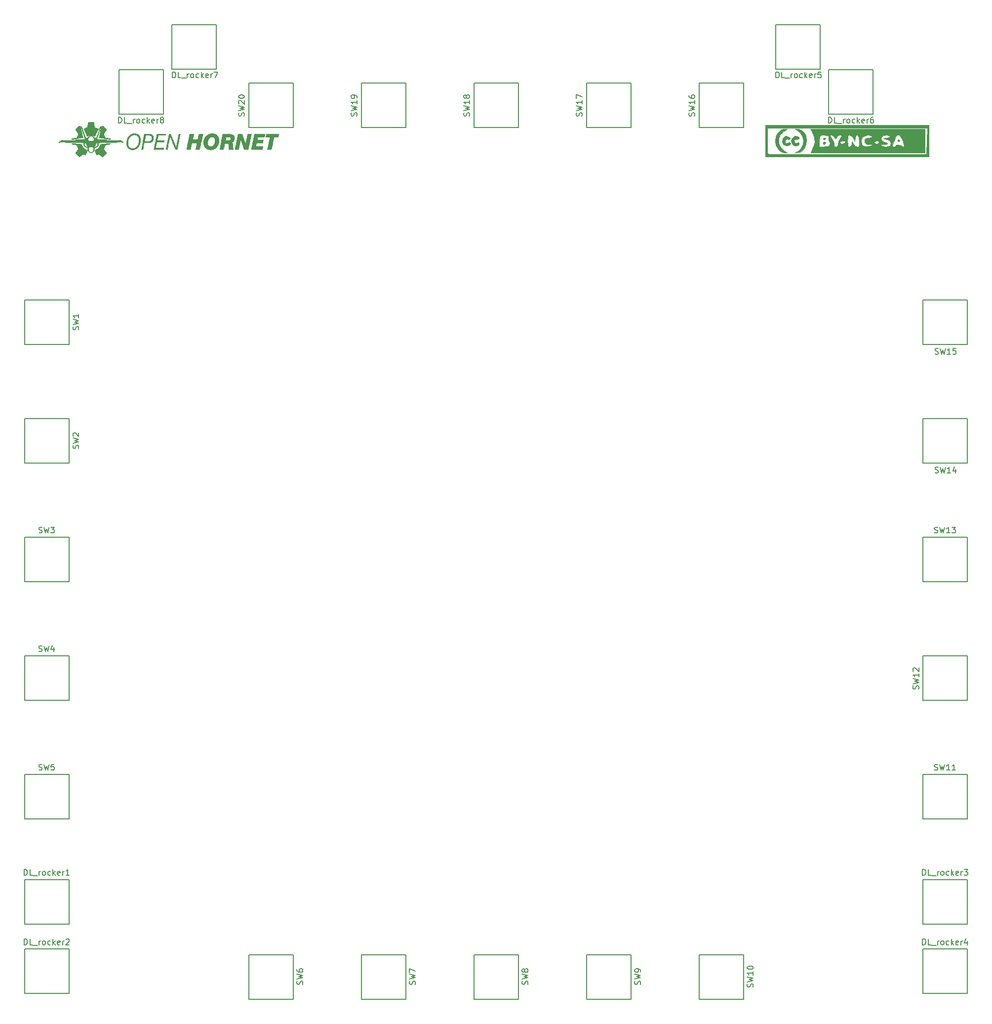
<source format=gbr>
G04 #@! TF.GenerationSoftware,KiCad,Pcbnew,(5.1.4-0-10_14)*
G04 #@! TF.CreationDate,2019-10-29T07:52:00+01:00*
G04 #@! TF.ProjectId,Buttons_AMPCD,42757474-6f6e-4735-9f41-4d5043442e6b,rev?*
G04 #@! TF.SameCoordinates,Original*
G04 #@! TF.FileFunction,Legend,Top*
G04 #@! TF.FilePolarity,Positive*
%FSLAX46Y46*%
G04 Gerber Fmt 4.6, Leading zero omitted, Abs format (unit mm)*
G04 Created by KiCad (PCBNEW (5.1.4-0-10_14)) date 2019-10-29 07:52:00*
%MOMM*%
%LPD*%
G04 APERTURE LIST*
%ADD10C,0.010000*%
%ADD11C,0.150000*%
G04 APERTURE END LIST*
D10*
G36*
X170996801Y-48358391D02*
G01*
X142905410Y-48358391D01*
X142905410Y-43480245D01*
X143241834Y-43480245D01*
X143241834Y-45638965D01*
X143250194Y-46459585D01*
X143273038Y-47155081D01*
X143307015Y-47658127D01*
X143348771Y-47901401D01*
X143354964Y-47910814D01*
X143536860Y-47927859D01*
X144029807Y-47943078D01*
X144808439Y-47956341D01*
X145847388Y-47967518D01*
X147121286Y-47976480D01*
X148604765Y-47983096D01*
X150272458Y-47987236D01*
X152098998Y-47988769D01*
X154059016Y-47987567D01*
X156127145Y-47983498D01*
X157022183Y-47980903D01*
X170576271Y-47937861D01*
X170623207Y-45709053D01*
X170670142Y-43480245D01*
X143241834Y-43480245D01*
X142905410Y-43480245D01*
X142905410Y-42975610D01*
X170996801Y-42975610D01*
X170996801Y-48358391D01*
X170996801Y-48358391D01*
G37*
X170996801Y-48358391D02*
X142905410Y-48358391D01*
X142905410Y-43480245D01*
X143241834Y-43480245D01*
X143241834Y-45638965D01*
X143250194Y-46459585D01*
X143273038Y-47155081D01*
X143307015Y-47658127D01*
X143348771Y-47901401D01*
X143354964Y-47910814D01*
X143536860Y-47927859D01*
X144029807Y-47943078D01*
X144808439Y-47956341D01*
X145847388Y-47967518D01*
X147121286Y-47976480D01*
X148604765Y-47983096D01*
X150272458Y-47987236D01*
X152098998Y-47988769D01*
X154059016Y-47987567D01*
X156127145Y-47983498D01*
X157022183Y-47980903D01*
X170576271Y-47937861D01*
X170623207Y-45709053D01*
X170670142Y-43480245D01*
X143241834Y-43480245D01*
X142905410Y-43480245D01*
X142905410Y-42975610D01*
X170996801Y-42975610D01*
X170996801Y-48358391D01*
G36*
X146084260Y-44032418D02*
G01*
X145510143Y-44592998D01*
X145208883Y-45282113D01*
X145204511Y-46026650D01*
X145313227Y-46378218D01*
X145649418Y-46907872D01*
X146107651Y-47328675D01*
X146133368Y-47344807D01*
X146690179Y-47684286D01*
X146158443Y-47684914D01*
X145653461Y-47571346D01*
X145208299Y-47188288D01*
X145205475Y-47184937D01*
X144754323Y-46415281D01*
X144622457Y-45595033D01*
X144809878Y-44779606D01*
X145205475Y-44149063D01*
X145664065Y-43757741D01*
X146141266Y-43648457D01*
X146655824Y-43648457D01*
X146084260Y-44032418D01*
X146084260Y-44032418D01*
G37*
X146084260Y-44032418D02*
X145510143Y-44592998D01*
X145208883Y-45282113D01*
X145204511Y-46026650D01*
X145313227Y-46378218D01*
X145649418Y-46907872D01*
X146107651Y-47328675D01*
X146133368Y-47344807D01*
X146690179Y-47684286D01*
X146158443Y-47684914D01*
X145653461Y-47571346D01*
X145208299Y-47188288D01*
X145205475Y-47184937D01*
X144754323Y-46415281D01*
X144622457Y-45595033D01*
X144809878Y-44779606D01*
X145205475Y-44149063D01*
X145664065Y-43757741D01*
X146141266Y-43648457D01*
X146655824Y-43648457D01*
X146084260Y-44032418D01*
G36*
X148619246Y-43687050D02*
G01*
X149183924Y-43874900D01*
X149596536Y-44291044D01*
X149857081Y-44864337D01*
X149965561Y-45523631D01*
X149921975Y-46197780D01*
X149726324Y-46815636D01*
X149378606Y-47306053D01*
X148878822Y-47597883D01*
X148619246Y-47644445D01*
X148035874Y-47687453D01*
X148496342Y-47429916D01*
X149052343Y-46947403D01*
X149368050Y-46309327D01*
X149443882Y-45595152D01*
X149280262Y-44884342D01*
X148877608Y-44256361D01*
X148477800Y-43923742D01*
X148035874Y-43641537D01*
X148619246Y-43687050D01*
X148619246Y-43687050D01*
G37*
X148619246Y-43687050D02*
X149183924Y-43874900D01*
X149596536Y-44291044D01*
X149857081Y-44864337D01*
X149965561Y-45523631D01*
X149921975Y-46197780D01*
X149726324Y-46815636D01*
X149378606Y-47306053D01*
X148878822Y-47597883D01*
X148619246Y-47644445D01*
X148035874Y-47687453D01*
X148496342Y-47429916D01*
X149052343Y-46947403D01*
X149368050Y-46309327D01*
X149443882Y-45595152D01*
X149280262Y-44884342D01*
X148877608Y-44256361D01*
X148477800Y-43923742D01*
X148035874Y-43641537D01*
X148619246Y-43687050D01*
G36*
X170323953Y-47685543D02*
G01*
X150688916Y-47685543D01*
X151097783Y-46886537D01*
X151168332Y-46676272D01*
X152140277Y-46676272D01*
X152807762Y-46676272D01*
X153308301Y-46651369D01*
X153692376Y-46589896D01*
X153741322Y-46574169D01*
X153951113Y-46352844D01*
X154002685Y-46024377D01*
X153869097Y-45769778D01*
X153861744Y-45765048D01*
X153779175Y-45550983D01*
X153795765Y-45258240D01*
X153789799Y-44926221D01*
X153578624Y-44783888D01*
X154011138Y-44783888D01*
X154108074Y-44992677D01*
X154336805Y-45321580D01*
X154343821Y-45330576D01*
X154585172Y-45784897D01*
X154676505Y-46213689D01*
X154744511Y-46564504D01*
X154978928Y-46675360D01*
X155016669Y-46676272D01*
X155272532Y-46586663D01*
X155355751Y-46265572D01*
X155356833Y-46213689D01*
X155430222Y-45891624D01*
X155693685Y-45891624D01*
X155808753Y-46066590D01*
X156085746Y-46150865D01*
X156431965Y-46077313D01*
X156653162Y-45889262D01*
X156657577Y-45877265D01*
X156569959Y-45717184D01*
X156208170Y-45667000D01*
X157035212Y-45667000D01*
X157048099Y-46231969D01*
X157103150Y-46537266D01*
X157224953Y-46659183D01*
X157360463Y-46676272D01*
X157633944Y-46552667D01*
X157746325Y-46213689D01*
X157806937Y-45751106D01*
X158036817Y-46213689D01*
X158358740Y-46594452D01*
X158668620Y-46676272D01*
X158893737Y-46654117D01*
X159007558Y-46534039D01*
X159039356Y-46235619D01*
X159023313Y-45798362D01*
X159390924Y-45798362D01*
X159478173Y-46247978D01*
X159684549Y-46498911D01*
X160053905Y-46613117D01*
X160516202Y-46630184D01*
X160937657Y-46560316D01*
X161184484Y-46413718D01*
X161198971Y-46383403D01*
X161191075Y-46363559D01*
X162747094Y-46363559D01*
X162866558Y-46564130D01*
X163122889Y-46652548D01*
X163546108Y-46674792D01*
X163988567Y-46637357D01*
X164259719Y-46559117D01*
X164696298Y-46559117D01*
X164751029Y-46659537D01*
X164927013Y-46676263D01*
X164943627Y-46676272D01*
X165215630Y-46605366D01*
X165277596Y-46508060D01*
X165412435Y-46368705D01*
X165735433Y-46354655D01*
X166124310Y-46461563D01*
X166281500Y-46543745D01*
X166594967Y-46673323D01*
X166720746Y-46546574D01*
X166660511Y-46154429D01*
X166457533Y-45588939D01*
X166173492Y-44995187D01*
X165918504Y-44702242D01*
X165772622Y-44657729D01*
X165578590Y-44671079D01*
X165435578Y-44755775D01*
X165295692Y-44978781D01*
X165111035Y-45407063D01*
X164954329Y-45801832D01*
X164763753Y-46298662D01*
X164696298Y-46559117D01*
X164259719Y-46559117D01*
X164302617Y-46546739D01*
X164358339Y-46498499D01*
X164430967Y-46105646D01*
X164241471Y-45720415D01*
X163850134Y-45446538D01*
X163723818Y-45406629D01*
X163174947Y-45271543D01*
X163721636Y-45206296D01*
X164148730Y-45080148D01*
X164280145Y-44892951D01*
X164119036Y-44725350D01*
X163700179Y-44657729D01*
X163182387Y-44761393D01*
X162872357Y-45017527D01*
X162787136Y-45343846D01*
X162943770Y-45658062D01*
X163359306Y-45877890D01*
X163443391Y-45897312D01*
X163779594Y-46019670D01*
X163844745Y-46176469D01*
X163842929Y-46179508D01*
X163607739Y-46280064D01*
X163243039Y-46252225D01*
X162872688Y-46233665D01*
X162747094Y-46363559D01*
X161191075Y-46363559D01*
X161145391Y-46248753D01*
X160822501Y-46263929D01*
X160782022Y-46271744D01*
X160302721Y-46248815D01*
X160004541Y-46002534D01*
X159994072Y-45919318D01*
X161576934Y-45919318D01*
X161723161Y-46122251D01*
X161997463Y-46171636D01*
X162335686Y-46083900D01*
X162417993Y-45919318D01*
X162271766Y-45716385D01*
X161997463Y-45667000D01*
X161659241Y-45754736D01*
X161576934Y-45919318D01*
X159994072Y-45919318D01*
X159953321Y-45595407D01*
X159976358Y-45506860D01*
X160151885Y-45257739D01*
X160525147Y-45166258D01*
X160677121Y-45162364D01*
X161097709Y-45113078D01*
X161202828Y-44963488D01*
X161199520Y-44952100D01*
X160982353Y-44763126D01*
X160580011Y-44688751D01*
X160124506Y-44731442D01*
X159747849Y-44893664D01*
X159710868Y-44924286D01*
X159469252Y-45311533D01*
X159390924Y-45798362D01*
X159023313Y-45798362D01*
X159020096Y-45710688D01*
X158965695Y-45128713D01*
X158864423Y-44812599D01*
X158693485Y-44692644D01*
X158686692Y-44691280D01*
X158474609Y-44745351D01*
X158366883Y-45053844D01*
X158349851Y-45194282D01*
X158295968Y-45751106D01*
X157997694Y-45204417D01*
X157687204Y-44804191D01*
X157367316Y-44657729D01*
X157181678Y-44695732D01*
X157081366Y-44860878D01*
X157041140Y-45229874D01*
X157035212Y-45667000D01*
X156208170Y-45667000D01*
X155800501Y-45725637D01*
X155693685Y-45891624D01*
X155430222Y-45891624D01*
X155464305Y-45742056D01*
X155689516Y-45330576D01*
X155959874Y-44935695D01*
X155986899Y-44726322D01*
X155773237Y-44658454D01*
X155729979Y-44657729D01*
X155418541Y-44789105D01*
X155212233Y-45012863D01*
X154990448Y-45367998D01*
X154741702Y-45012863D01*
X154486748Y-44769486D01*
X154211846Y-44653984D01*
X154031277Y-44702174D01*
X154011138Y-44783888D01*
X153578624Y-44783888D01*
X153544507Y-44760893D01*
X153453892Y-44735648D01*
X152957478Y-44673496D01*
X152636758Y-44685840D01*
X152410203Y-44752312D01*
X152283093Y-44926517D01*
X152218493Y-45293187D01*
X152190725Y-45709053D01*
X152140277Y-46676272D01*
X151168332Y-46676272D01*
X151394254Y-46002934D01*
X151361994Y-45129674D01*
X150999540Y-44234239D01*
X150976766Y-44195146D01*
X150654505Y-43648457D01*
X170323953Y-43648457D01*
X170323953Y-47685543D01*
X170323953Y-47685543D01*
G37*
X170323953Y-47685543D02*
X150688916Y-47685543D01*
X151097783Y-46886537D01*
X151168332Y-46676272D01*
X152140277Y-46676272D01*
X152807762Y-46676272D01*
X153308301Y-46651369D01*
X153692376Y-46589896D01*
X153741322Y-46574169D01*
X153951113Y-46352844D01*
X154002685Y-46024377D01*
X153869097Y-45769778D01*
X153861744Y-45765048D01*
X153779175Y-45550983D01*
X153795765Y-45258240D01*
X153789799Y-44926221D01*
X153578624Y-44783888D01*
X154011138Y-44783888D01*
X154108074Y-44992677D01*
X154336805Y-45321580D01*
X154343821Y-45330576D01*
X154585172Y-45784897D01*
X154676505Y-46213689D01*
X154744511Y-46564504D01*
X154978928Y-46675360D01*
X155016669Y-46676272D01*
X155272532Y-46586663D01*
X155355751Y-46265572D01*
X155356833Y-46213689D01*
X155430222Y-45891624D01*
X155693685Y-45891624D01*
X155808753Y-46066590D01*
X156085746Y-46150865D01*
X156431965Y-46077313D01*
X156653162Y-45889262D01*
X156657577Y-45877265D01*
X156569959Y-45717184D01*
X156208170Y-45667000D01*
X157035212Y-45667000D01*
X157048099Y-46231969D01*
X157103150Y-46537266D01*
X157224953Y-46659183D01*
X157360463Y-46676272D01*
X157633944Y-46552667D01*
X157746325Y-46213689D01*
X157806937Y-45751106D01*
X158036817Y-46213689D01*
X158358740Y-46594452D01*
X158668620Y-46676272D01*
X158893737Y-46654117D01*
X159007558Y-46534039D01*
X159039356Y-46235619D01*
X159023313Y-45798362D01*
X159390924Y-45798362D01*
X159478173Y-46247978D01*
X159684549Y-46498911D01*
X160053905Y-46613117D01*
X160516202Y-46630184D01*
X160937657Y-46560316D01*
X161184484Y-46413718D01*
X161198971Y-46383403D01*
X161191075Y-46363559D01*
X162747094Y-46363559D01*
X162866558Y-46564130D01*
X163122889Y-46652548D01*
X163546108Y-46674792D01*
X163988567Y-46637357D01*
X164259719Y-46559117D01*
X164696298Y-46559117D01*
X164751029Y-46659537D01*
X164927013Y-46676263D01*
X164943627Y-46676272D01*
X165215630Y-46605366D01*
X165277596Y-46508060D01*
X165412435Y-46368705D01*
X165735433Y-46354655D01*
X166124310Y-46461563D01*
X166281500Y-46543745D01*
X166594967Y-46673323D01*
X166720746Y-46546574D01*
X166660511Y-46154429D01*
X166457533Y-45588939D01*
X166173492Y-44995187D01*
X165918504Y-44702242D01*
X165772622Y-44657729D01*
X165578590Y-44671079D01*
X165435578Y-44755775D01*
X165295692Y-44978781D01*
X165111035Y-45407063D01*
X164954329Y-45801832D01*
X164763753Y-46298662D01*
X164696298Y-46559117D01*
X164259719Y-46559117D01*
X164302617Y-46546739D01*
X164358339Y-46498499D01*
X164430967Y-46105646D01*
X164241471Y-45720415D01*
X163850134Y-45446538D01*
X163723818Y-45406629D01*
X163174947Y-45271543D01*
X163721636Y-45206296D01*
X164148730Y-45080148D01*
X164280145Y-44892951D01*
X164119036Y-44725350D01*
X163700179Y-44657729D01*
X163182387Y-44761393D01*
X162872357Y-45017527D01*
X162787136Y-45343846D01*
X162943770Y-45658062D01*
X163359306Y-45877890D01*
X163443391Y-45897312D01*
X163779594Y-46019670D01*
X163844745Y-46176469D01*
X163842929Y-46179508D01*
X163607739Y-46280064D01*
X163243039Y-46252225D01*
X162872688Y-46233665D01*
X162747094Y-46363559D01*
X161191075Y-46363559D01*
X161145391Y-46248753D01*
X160822501Y-46263929D01*
X160782022Y-46271744D01*
X160302721Y-46248815D01*
X160004541Y-46002534D01*
X159994072Y-45919318D01*
X161576934Y-45919318D01*
X161723161Y-46122251D01*
X161997463Y-46171636D01*
X162335686Y-46083900D01*
X162417993Y-45919318D01*
X162271766Y-45716385D01*
X161997463Y-45667000D01*
X161659241Y-45754736D01*
X161576934Y-45919318D01*
X159994072Y-45919318D01*
X159953321Y-45595407D01*
X159976358Y-45506860D01*
X160151885Y-45257739D01*
X160525147Y-45166258D01*
X160677121Y-45162364D01*
X161097709Y-45113078D01*
X161202828Y-44963488D01*
X161199520Y-44952100D01*
X160982353Y-44763126D01*
X160580011Y-44688751D01*
X160124506Y-44731442D01*
X159747849Y-44893664D01*
X159710868Y-44924286D01*
X159469252Y-45311533D01*
X159390924Y-45798362D01*
X159023313Y-45798362D01*
X159020096Y-45710688D01*
X158965695Y-45128713D01*
X158864423Y-44812599D01*
X158693485Y-44692644D01*
X158686692Y-44691280D01*
X158474609Y-44745351D01*
X158366883Y-45053844D01*
X158349851Y-45194282D01*
X158295968Y-45751106D01*
X157997694Y-45204417D01*
X157687204Y-44804191D01*
X157367316Y-44657729D01*
X157181678Y-44695732D01*
X157081366Y-44860878D01*
X157041140Y-45229874D01*
X157035212Y-45667000D01*
X156208170Y-45667000D01*
X155800501Y-45725637D01*
X155693685Y-45891624D01*
X155430222Y-45891624D01*
X155464305Y-45742056D01*
X155689516Y-45330576D01*
X155959874Y-44935695D01*
X155986899Y-44726322D01*
X155773237Y-44658454D01*
X155729979Y-44657729D01*
X155418541Y-44789105D01*
X155212233Y-45012863D01*
X154990448Y-45367998D01*
X154741702Y-45012863D01*
X154486748Y-44769486D01*
X154211846Y-44653984D01*
X154031277Y-44702174D01*
X154011138Y-44783888D01*
X153578624Y-44783888D01*
X153544507Y-44760893D01*
X153453892Y-44735648D01*
X152957478Y-44673496D01*
X152636758Y-44685840D01*
X152410203Y-44752312D01*
X152283093Y-44926517D01*
X152218493Y-45293187D01*
X152190725Y-45709053D01*
X152140277Y-46676272D01*
X151168332Y-46676272D01*
X151394254Y-46002934D01*
X151361994Y-45129674D01*
X150999540Y-44234239D01*
X150976766Y-44195146D01*
X150654505Y-43648457D01*
X170323953Y-43648457D01*
X170323953Y-47685543D01*
G36*
X146742760Y-44914984D02*
G01*
X146868559Y-44968179D01*
X147159017Y-45179090D01*
X147170116Y-45354909D01*
X146921694Y-45407257D01*
X146776161Y-45379806D01*
X146448599Y-45415082D01*
X146340893Y-45555755D01*
X146305221Y-45914065D01*
X146491835Y-46072238D01*
X146774285Y-46003424D01*
X147071468Y-45944750D01*
X147240402Y-46063200D01*
X147197287Y-46265228D01*
X147090206Y-46356079D01*
X146592314Y-46497677D01*
X146120630Y-46324063D01*
X146029346Y-46243727D01*
X145787282Y-45811447D01*
X145871486Y-45360046D01*
X146102120Y-45077640D01*
X146414412Y-44874805D01*
X146742760Y-44914984D01*
X146742760Y-44914984D01*
G37*
X146742760Y-44914984D02*
X146868559Y-44968179D01*
X147159017Y-45179090D01*
X147170116Y-45354909D01*
X146921694Y-45407257D01*
X146776161Y-45379806D01*
X146448599Y-45415082D01*
X146340893Y-45555755D01*
X146305221Y-45914065D01*
X146491835Y-46072238D01*
X146774285Y-46003424D01*
X147071468Y-45944750D01*
X147240402Y-46063200D01*
X147197287Y-46265228D01*
X147090206Y-46356079D01*
X146592314Y-46497677D01*
X146120630Y-46324063D01*
X146029346Y-46243727D01*
X145787282Y-45811447D01*
X145871486Y-45360046D01*
X146102120Y-45077640D01*
X146414412Y-44874805D01*
X146742760Y-44914984D01*
G36*
X148407459Y-44877711D02*
G01*
X148604113Y-44977922D01*
X148755077Y-45185912D01*
X148648770Y-45358362D01*
X148358153Y-45395492D01*
X148307009Y-45384236D01*
X147970646Y-45410754D01*
X147840237Y-45637082D01*
X147959605Y-45928761D01*
X148202189Y-46080551D01*
X148379640Y-45997330D01*
X148612019Y-45914448D01*
X148715297Y-46014063D01*
X148718199Y-46244771D01*
X148492393Y-46416774D01*
X148144940Y-46492295D01*
X147782904Y-46433559D01*
X147680069Y-46379325D01*
X147405120Y-46023606D01*
X147383524Y-45570970D01*
X147606740Y-45170969D01*
X148019364Y-44873697D01*
X148407459Y-44877711D01*
X148407459Y-44877711D01*
G37*
X148407459Y-44877711D02*
X148604113Y-44977922D01*
X148755077Y-45185912D01*
X148648770Y-45358362D01*
X148358153Y-45395492D01*
X148307009Y-45384236D01*
X147970646Y-45410754D01*
X147840237Y-45637082D01*
X147959605Y-45928761D01*
X148202189Y-46080551D01*
X148379640Y-45997330D01*
X148612019Y-45914448D01*
X148715297Y-46014063D01*
X148718199Y-46244771D01*
X148492393Y-46416774D01*
X148144940Y-46492295D01*
X147782904Y-46433559D01*
X147680069Y-46379325D01*
X147405120Y-46023606D01*
X147383524Y-45570970D01*
X147606740Y-45170969D01*
X148019364Y-44873697D01*
X148407459Y-44877711D01*
G36*
X153292433Y-45933017D02*
G01*
X153296001Y-46034964D01*
X153128572Y-46257099D01*
X152927009Y-46285342D01*
X152829914Y-46101548D01*
X152965350Y-45869828D01*
X153096249Y-45835212D01*
X153292433Y-45933017D01*
X153292433Y-45933017D01*
G37*
X153292433Y-45933017D02*
X153296001Y-46034964D01*
X153128572Y-46257099D01*
X152927009Y-46285342D01*
X152829914Y-46101548D01*
X152965350Y-45869828D01*
X153096249Y-45835212D01*
X153292433Y-45933017D01*
G36*
X153266268Y-45243912D02*
G01*
X153250444Y-45330576D01*
X153035392Y-45492372D01*
X152988198Y-45498788D01*
X152834444Y-45370486D01*
X152829914Y-45330576D01*
X152966832Y-45182951D01*
X153092159Y-45162364D01*
X153266268Y-45243912D01*
X153266268Y-45243912D01*
G37*
X153266268Y-45243912D02*
X153250444Y-45330576D01*
X153035392Y-45492372D01*
X152988198Y-45498788D01*
X152834444Y-45370486D01*
X152829914Y-45330576D01*
X152966832Y-45182951D01*
X153092159Y-45162364D01*
X153266268Y-45243912D01*
G36*
X165782232Y-45414682D02*
G01*
X165944027Y-45629734D01*
X165950444Y-45676928D01*
X165822141Y-45830682D01*
X165782232Y-45835212D01*
X165634607Y-45698294D01*
X165614020Y-45572967D01*
X165695567Y-45398858D01*
X165782232Y-45414682D01*
X165782232Y-45414682D01*
G37*
X165782232Y-45414682D02*
X165944027Y-45629734D01*
X165950444Y-45676928D01*
X165822141Y-45830682D01*
X165782232Y-45835212D01*
X165634607Y-45698294D01*
X165614020Y-45572967D01*
X165695567Y-45398858D01*
X165782232Y-45414682D01*
G36*
X23998130Y-46065169D02*
G01*
X24010943Y-46066538D01*
X24031174Y-46068753D01*
X24058326Y-46071755D01*
X24091903Y-46075489D01*
X24131406Y-46079899D01*
X24176340Y-46084929D01*
X24226207Y-46090522D01*
X24280509Y-46096622D01*
X24338751Y-46103173D01*
X24400434Y-46110118D01*
X24465062Y-46117402D01*
X24532138Y-46124968D01*
X24601165Y-46132760D01*
X24671645Y-46140721D01*
X24743081Y-46148796D01*
X24814978Y-46156928D01*
X24886836Y-46165061D01*
X24958160Y-46173139D01*
X25028452Y-46181105D01*
X25097216Y-46188904D01*
X25163953Y-46196478D01*
X25228168Y-46203773D01*
X25289363Y-46210731D01*
X25347041Y-46217296D01*
X25400705Y-46223413D01*
X25449858Y-46229024D01*
X25494002Y-46234074D01*
X25532642Y-46238506D01*
X25565279Y-46242265D01*
X25591416Y-46245293D01*
X25610558Y-46247536D01*
X25622206Y-46248935D01*
X25625262Y-46249329D01*
X25636823Y-46251787D01*
X25642611Y-46256150D01*
X25645200Y-46263758D01*
X25647447Y-46270171D01*
X25652838Y-46283398D01*
X25660980Y-46302563D01*
X25671478Y-46326790D01*
X25683938Y-46355200D01*
X25697966Y-46386917D01*
X25713168Y-46421065D01*
X25729150Y-46456766D01*
X25745517Y-46493144D01*
X25761875Y-46529321D01*
X25777829Y-46564422D01*
X25792987Y-46597568D01*
X25806953Y-46627883D01*
X25819333Y-46654490D01*
X25829733Y-46676513D01*
X25837759Y-46693074D01*
X25841693Y-46700832D01*
X25862564Y-46736167D01*
X25889179Y-46774331D01*
X25920101Y-46813670D01*
X25953890Y-46852530D01*
X25989107Y-46889259D01*
X26024315Y-46922202D01*
X26058074Y-46949708D01*
X26058567Y-46950074D01*
X26066185Y-46955146D01*
X26080406Y-46964033D01*
X26100507Y-46976308D01*
X26125762Y-46991545D01*
X26155446Y-47009319D01*
X26188835Y-47029204D01*
X26225203Y-47050775D01*
X26263826Y-47073605D01*
X26303979Y-47097269D01*
X26344937Y-47121341D01*
X26385976Y-47145396D01*
X26426370Y-47169008D01*
X26465394Y-47191750D01*
X26502325Y-47213198D01*
X26536436Y-47232925D01*
X26567004Y-47250506D01*
X26593302Y-47265515D01*
X26614608Y-47277526D01*
X26630194Y-47286114D01*
X26635473Y-47288917D01*
X26654341Y-47298716D01*
X26494052Y-47686066D01*
X26465594Y-47754694D01*
X26439480Y-47817369D01*
X26415799Y-47873889D01*
X26394638Y-47924048D01*
X26376084Y-47967642D01*
X26360226Y-48004467D01*
X26347150Y-48034320D01*
X26336945Y-48056995D01*
X26329698Y-48072289D01*
X26325495Y-48079997D01*
X26324813Y-48080825D01*
X26313933Y-48086542D01*
X26305004Y-48088233D01*
X26298976Y-48086286D01*
X26286360Y-48080729D01*
X26268012Y-48071987D01*
X26244787Y-48060486D01*
X26217542Y-48046652D01*
X26187131Y-48030910D01*
X26154409Y-48013687D01*
X26143343Y-48007800D01*
X26104106Y-47986925D01*
X26071548Y-47969782D01*
X26044910Y-47956061D01*
X26023432Y-47945448D01*
X26006354Y-47937633D01*
X25992916Y-47932306D01*
X25982360Y-47929154D01*
X25973924Y-47927866D01*
X25966850Y-47928131D01*
X25960378Y-47929639D01*
X25956184Y-47931118D01*
X25951340Y-47934014D01*
X25940023Y-47941371D01*
X25922735Y-47952851D01*
X25899976Y-47968113D01*
X25872248Y-47986819D01*
X25840051Y-48008628D01*
X25803887Y-48033201D01*
X25764256Y-48060199D01*
X25721660Y-48089282D01*
X25676600Y-48120110D01*
X25629577Y-48152345D01*
X25618834Y-48159718D01*
X25562678Y-48198263D01*
X25513068Y-48232285D01*
X25469566Y-48262050D01*
X25431736Y-48287821D01*
X25399141Y-48309866D01*
X25371343Y-48328448D01*
X25347906Y-48343833D01*
X25328393Y-48356286D01*
X25312366Y-48366073D01*
X25299390Y-48373458D01*
X25289026Y-48378708D01*
X25280837Y-48382086D01*
X25274388Y-48383859D01*
X25269240Y-48384291D01*
X25264957Y-48383648D01*
X25261102Y-48382195D01*
X25257237Y-48380197D01*
X25256350Y-48379715D01*
X25251811Y-48375898D01*
X25241817Y-48366564D01*
X25226868Y-48352212D01*
X25207462Y-48333340D01*
X25184096Y-48310447D01*
X25157270Y-48284031D01*
X25127481Y-48254590D01*
X25095228Y-48222622D01*
X25061010Y-48188627D01*
X25025325Y-48153101D01*
X24988670Y-48116544D01*
X24951545Y-48079453D01*
X24914447Y-48042328D01*
X24877876Y-48005665D01*
X24842329Y-47969965D01*
X24808305Y-47935724D01*
X24776301Y-47903442D01*
X24746818Y-47873616D01*
X24720352Y-47846745D01*
X24697402Y-47823327D01*
X24678466Y-47803860D01*
X24664044Y-47788844D01*
X24654632Y-47778775D01*
X24650730Y-47774153D01*
X24650711Y-47774118D01*
X24646535Y-47764869D01*
X24644726Y-47755954D01*
X24645715Y-47746203D01*
X24649939Y-47734445D01*
X24657831Y-47719509D01*
X24669826Y-47700225D01*
X24686357Y-47675422D01*
X24688480Y-47672293D01*
X24698117Y-47658148D01*
X24712055Y-47637745D01*
X24729801Y-47611807D01*
X24750860Y-47581055D01*
X24774739Y-47546208D01*
X24800944Y-47507987D01*
X24828979Y-47467115D01*
X24858352Y-47424311D01*
X24888567Y-47380296D01*
X24915521Y-47341050D01*
X24944902Y-47298209D01*
X24972976Y-47257144D01*
X24999358Y-47218427D01*
X25023664Y-47182626D01*
X25045510Y-47150312D01*
X25064511Y-47122056D01*
X25080283Y-47098427D01*
X25092441Y-47079995D01*
X25100601Y-47067331D01*
X25104379Y-47061005D01*
X25104507Y-47060727D01*
X25108609Y-47047636D01*
X25110300Y-47035447D01*
X25108736Y-47029339D01*
X25104236Y-47016125D01*
X25097091Y-46996530D01*
X25087590Y-46971275D01*
X25076023Y-46941084D01*
X25062681Y-46906679D01*
X25047854Y-46868783D01*
X25031830Y-46828120D01*
X25014901Y-46785412D01*
X24997356Y-46741382D01*
X24979485Y-46696753D01*
X24961579Y-46652249D01*
X24943926Y-46608591D01*
X24926818Y-46566503D01*
X24910544Y-46526709D01*
X24895393Y-46489930D01*
X24881657Y-46456890D01*
X24869624Y-46428311D01*
X24859586Y-46404917D01*
X24851831Y-46387431D01*
X24846650Y-46376575D01*
X24844739Y-46373343D01*
X24835978Y-46364095D01*
X24828143Y-46357643D01*
X24827188Y-46357078D01*
X24822103Y-46355785D01*
X24809272Y-46353069D01*
X24789275Y-46349042D01*
X24762694Y-46343814D01*
X24730107Y-46337497D01*
X24692097Y-46330203D01*
X24649243Y-46322042D01*
X24602125Y-46313126D01*
X24551325Y-46303565D01*
X24497422Y-46293472D01*
X24440997Y-46282957D01*
X24418069Y-46278698D01*
X24344795Y-46265062D01*
X24279565Y-46252841D01*
X24222086Y-46241976D01*
X24172066Y-46232408D01*
X24129211Y-46224079D01*
X24093228Y-46216931D01*
X24063825Y-46210905D01*
X24040707Y-46205942D01*
X24023582Y-46201985D01*
X24012157Y-46198975D01*
X24006138Y-46196854D01*
X24005400Y-46196424D01*
X23997100Y-46189321D01*
X23991267Y-46180963D01*
X23987487Y-46169782D01*
X23985346Y-46154212D01*
X23984430Y-46132686D01*
X23984296Y-46116558D01*
X23984337Y-46094880D01*
X23984683Y-46080274D01*
X23985574Y-46071347D01*
X23987249Y-46066706D01*
X23989950Y-46064955D01*
X23993233Y-46064699D01*
X23998130Y-46065169D01*
X23998130Y-46065169D01*
G37*
X23998130Y-46065169D02*
X24010943Y-46066538D01*
X24031174Y-46068753D01*
X24058326Y-46071755D01*
X24091903Y-46075489D01*
X24131406Y-46079899D01*
X24176340Y-46084929D01*
X24226207Y-46090522D01*
X24280509Y-46096622D01*
X24338751Y-46103173D01*
X24400434Y-46110118D01*
X24465062Y-46117402D01*
X24532138Y-46124968D01*
X24601165Y-46132760D01*
X24671645Y-46140721D01*
X24743081Y-46148796D01*
X24814978Y-46156928D01*
X24886836Y-46165061D01*
X24958160Y-46173139D01*
X25028452Y-46181105D01*
X25097216Y-46188904D01*
X25163953Y-46196478D01*
X25228168Y-46203773D01*
X25289363Y-46210731D01*
X25347041Y-46217296D01*
X25400705Y-46223413D01*
X25449858Y-46229024D01*
X25494002Y-46234074D01*
X25532642Y-46238506D01*
X25565279Y-46242265D01*
X25591416Y-46245293D01*
X25610558Y-46247536D01*
X25622206Y-46248935D01*
X25625262Y-46249329D01*
X25636823Y-46251787D01*
X25642611Y-46256150D01*
X25645200Y-46263758D01*
X25647447Y-46270171D01*
X25652838Y-46283398D01*
X25660980Y-46302563D01*
X25671478Y-46326790D01*
X25683938Y-46355200D01*
X25697966Y-46386917D01*
X25713168Y-46421065D01*
X25729150Y-46456766D01*
X25745517Y-46493144D01*
X25761875Y-46529321D01*
X25777829Y-46564422D01*
X25792987Y-46597568D01*
X25806953Y-46627883D01*
X25819333Y-46654490D01*
X25829733Y-46676513D01*
X25837759Y-46693074D01*
X25841693Y-46700832D01*
X25862564Y-46736167D01*
X25889179Y-46774331D01*
X25920101Y-46813670D01*
X25953890Y-46852530D01*
X25989107Y-46889259D01*
X26024315Y-46922202D01*
X26058074Y-46949708D01*
X26058567Y-46950074D01*
X26066185Y-46955146D01*
X26080406Y-46964033D01*
X26100507Y-46976308D01*
X26125762Y-46991545D01*
X26155446Y-47009319D01*
X26188835Y-47029204D01*
X26225203Y-47050775D01*
X26263826Y-47073605D01*
X26303979Y-47097269D01*
X26344937Y-47121341D01*
X26385976Y-47145396D01*
X26426370Y-47169008D01*
X26465394Y-47191750D01*
X26502325Y-47213198D01*
X26536436Y-47232925D01*
X26567004Y-47250506D01*
X26593302Y-47265515D01*
X26614608Y-47277526D01*
X26630194Y-47286114D01*
X26635473Y-47288917D01*
X26654341Y-47298716D01*
X26494052Y-47686066D01*
X26465594Y-47754694D01*
X26439480Y-47817369D01*
X26415799Y-47873889D01*
X26394638Y-47924048D01*
X26376084Y-47967642D01*
X26360226Y-48004467D01*
X26347150Y-48034320D01*
X26336945Y-48056995D01*
X26329698Y-48072289D01*
X26325495Y-48079997D01*
X26324813Y-48080825D01*
X26313933Y-48086542D01*
X26305004Y-48088233D01*
X26298976Y-48086286D01*
X26286360Y-48080729D01*
X26268012Y-48071987D01*
X26244787Y-48060486D01*
X26217542Y-48046652D01*
X26187131Y-48030910D01*
X26154409Y-48013687D01*
X26143343Y-48007800D01*
X26104106Y-47986925D01*
X26071548Y-47969782D01*
X26044910Y-47956061D01*
X26023432Y-47945448D01*
X26006354Y-47937633D01*
X25992916Y-47932306D01*
X25982360Y-47929154D01*
X25973924Y-47927866D01*
X25966850Y-47928131D01*
X25960378Y-47929639D01*
X25956184Y-47931118D01*
X25951340Y-47934014D01*
X25940023Y-47941371D01*
X25922735Y-47952851D01*
X25899976Y-47968113D01*
X25872248Y-47986819D01*
X25840051Y-48008628D01*
X25803887Y-48033201D01*
X25764256Y-48060199D01*
X25721660Y-48089282D01*
X25676600Y-48120110D01*
X25629577Y-48152345D01*
X25618834Y-48159718D01*
X25562678Y-48198263D01*
X25513068Y-48232285D01*
X25469566Y-48262050D01*
X25431736Y-48287821D01*
X25399141Y-48309866D01*
X25371343Y-48328448D01*
X25347906Y-48343833D01*
X25328393Y-48356286D01*
X25312366Y-48366073D01*
X25299390Y-48373458D01*
X25289026Y-48378708D01*
X25280837Y-48382086D01*
X25274388Y-48383859D01*
X25269240Y-48384291D01*
X25264957Y-48383648D01*
X25261102Y-48382195D01*
X25257237Y-48380197D01*
X25256350Y-48379715D01*
X25251811Y-48375898D01*
X25241817Y-48366564D01*
X25226868Y-48352212D01*
X25207462Y-48333340D01*
X25184096Y-48310447D01*
X25157270Y-48284031D01*
X25127481Y-48254590D01*
X25095228Y-48222622D01*
X25061010Y-48188627D01*
X25025325Y-48153101D01*
X24988670Y-48116544D01*
X24951545Y-48079453D01*
X24914447Y-48042328D01*
X24877876Y-48005665D01*
X24842329Y-47969965D01*
X24808305Y-47935724D01*
X24776301Y-47903442D01*
X24746818Y-47873616D01*
X24720352Y-47846745D01*
X24697402Y-47823327D01*
X24678466Y-47803860D01*
X24664044Y-47788844D01*
X24654632Y-47778775D01*
X24650730Y-47774153D01*
X24650711Y-47774118D01*
X24646535Y-47764869D01*
X24644726Y-47755954D01*
X24645715Y-47746203D01*
X24649939Y-47734445D01*
X24657831Y-47719509D01*
X24669826Y-47700225D01*
X24686357Y-47675422D01*
X24688480Y-47672293D01*
X24698117Y-47658148D01*
X24712055Y-47637745D01*
X24729801Y-47611807D01*
X24750860Y-47581055D01*
X24774739Y-47546208D01*
X24800944Y-47507987D01*
X24828979Y-47467115D01*
X24858352Y-47424311D01*
X24888567Y-47380296D01*
X24915521Y-47341050D01*
X24944902Y-47298209D01*
X24972976Y-47257144D01*
X24999358Y-47218427D01*
X25023664Y-47182626D01*
X25045510Y-47150312D01*
X25064511Y-47122056D01*
X25080283Y-47098427D01*
X25092441Y-47079995D01*
X25100601Y-47067331D01*
X25104379Y-47061005D01*
X25104507Y-47060727D01*
X25108609Y-47047636D01*
X25110300Y-47035447D01*
X25108736Y-47029339D01*
X25104236Y-47016125D01*
X25097091Y-46996530D01*
X25087590Y-46971275D01*
X25076023Y-46941084D01*
X25062681Y-46906679D01*
X25047854Y-46868783D01*
X25031830Y-46828120D01*
X25014901Y-46785412D01*
X24997356Y-46741382D01*
X24979485Y-46696753D01*
X24961579Y-46652249D01*
X24943926Y-46608591D01*
X24926818Y-46566503D01*
X24910544Y-46526709D01*
X24895393Y-46489930D01*
X24881657Y-46456890D01*
X24869624Y-46428311D01*
X24859586Y-46404917D01*
X24851831Y-46387431D01*
X24846650Y-46376575D01*
X24844739Y-46373343D01*
X24835978Y-46364095D01*
X24828143Y-46357643D01*
X24827188Y-46357078D01*
X24822103Y-46355785D01*
X24809272Y-46353069D01*
X24789275Y-46349042D01*
X24762694Y-46343814D01*
X24730107Y-46337497D01*
X24692097Y-46330203D01*
X24649243Y-46322042D01*
X24602125Y-46313126D01*
X24551325Y-46303565D01*
X24497422Y-46293472D01*
X24440997Y-46282957D01*
X24418069Y-46278698D01*
X24344795Y-46265062D01*
X24279565Y-46252841D01*
X24222086Y-46241976D01*
X24172066Y-46232408D01*
X24129211Y-46224079D01*
X24093228Y-46216931D01*
X24063825Y-46210905D01*
X24040707Y-46205942D01*
X24023582Y-46201985D01*
X24012157Y-46198975D01*
X24006138Y-46196854D01*
X24005400Y-46196424D01*
X23997100Y-46189321D01*
X23991267Y-46180963D01*
X23987487Y-46169782D01*
X23985346Y-46154212D01*
X23984430Y-46132686D01*
X23984296Y-46116558D01*
X23984337Y-46094880D01*
X23984683Y-46080274D01*
X23985574Y-46071347D01*
X23987249Y-46066706D01*
X23989950Y-46064955D01*
X23993233Y-46064699D01*
X23998130Y-46065169D01*
G36*
X30578297Y-46064971D02*
G01*
X30581133Y-46066746D01*
X30582827Y-46071463D01*
X30583674Y-46080561D01*
X30583967Y-46095481D01*
X30584000Y-46113519D01*
X30583304Y-46142159D01*
X30580999Y-46163679D01*
X30576759Y-46179326D01*
X30570258Y-46190349D01*
X30562129Y-46197398D01*
X30556540Y-46199112D01*
X30543150Y-46202240D01*
X30522488Y-46206676D01*
X30495081Y-46212318D01*
X30461459Y-46219061D01*
X30422150Y-46226802D01*
X30377683Y-46235435D01*
X30328586Y-46244858D01*
X30275387Y-46254967D01*
X30218615Y-46265657D01*
X30158800Y-46276824D01*
X30150468Y-46278372D01*
X30093235Y-46289026D01*
X30038299Y-46299299D01*
X29986241Y-46309082D01*
X29937640Y-46318262D01*
X29893077Y-46326729D01*
X29853131Y-46334371D01*
X29818383Y-46341077D01*
X29789413Y-46346736D01*
X29766801Y-46351238D01*
X29751127Y-46354470D01*
X29742972Y-46356321D01*
X29741951Y-46356647D01*
X29737661Y-46359275D01*
X29733454Y-46362711D01*
X29729098Y-46367467D01*
X29724362Y-46374052D01*
X29719016Y-46382977D01*
X29712827Y-46394753D01*
X29705566Y-46409891D01*
X29697001Y-46428900D01*
X29686901Y-46452291D01*
X29675035Y-46480576D01*
X29661172Y-46514264D01*
X29645081Y-46553866D01*
X29626531Y-46599893D01*
X29605292Y-46652855D01*
X29585278Y-46702887D01*
X29559010Y-46768765D01*
X29535934Y-46826999D01*
X29515982Y-46877761D01*
X29499090Y-46921223D01*
X29485193Y-46957556D01*
X29474225Y-46986931D01*
X29466121Y-47009522D01*
X29460816Y-47025498D01*
X29458243Y-47035033D01*
X29457960Y-47037320D01*
X29459676Y-47051519D01*
X29463801Y-47064313D01*
X29464100Y-47064904D01*
X29467364Y-47070080D01*
X29475069Y-47081712D01*
X29486862Y-47099279D01*
X29502389Y-47122263D01*
X29521294Y-47150140D01*
X29543225Y-47182391D01*
X29567828Y-47218495D01*
X29594747Y-47257931D01*
X29623629Y-47300179D01*
X29654120Y-47344717D01*
X29682857Y-47386638D01*
X29714699Y-47433061D01*
X29745411Y-47477840D01*
X29774623Y-47520432D01*
X29801963Y-47560298D01*
X29827060Y-47596896D01*
X29849545Y-47629686D01*
X29869045Y-47658127D01*
X29885191Y-47681678D01*
X29897610Y-47699799D01*
X29905934Y-47711948D01*
X29909550Y-47717233D01*
X29920167Y-47736565D01*
X29923600Y-47753184D01*
X29923402Y-47755863D01*
X29922581Y-47758884D01*
X29920796Y-47762603D01*
X29917708Y-47767378D01*
X29912975Y-47773565D01*
X29906259Y-47781523D01*
X29897218Y-47791607D01*
X29885513Y-47804176D01*
X29870802Y-47819587D01*
X29852747Y-47838196D01*
X29831006Y-47860362D01*
X29805239Y-47886441D01*
X29775107Y-47916790D01*
X29740268Y-47951767D01*
X29700383Y-47991730D01*
X29655111Y-48037034D01*
X29615593Y-48076559D01*
X29564698Y-48127515D01*
X29519482Y-48172851D01*
X29479562Y-48212859D01*
X29444554Y-48247830D01*
X29414076Y-48278053D01*
X29387743Y-48303821D01*
X29365173Y-48325423D01*
X29345982Y-48343151D01*
X29329786Y-48357296D01*
X29316204Y-48368148D01*
X29304850Y-48375998D01*
X29295341Y-48381137D01*
X29287295Y-48383855D01*
X29280328Y-48384445D01*
X29274057Y-48383196D01*
X29268098Y-48380399D01*
X29262067Y-48376345D01*
X29255583Y-48371325D01*
X29248260Y-48365630D01*
X29241227Y-48360568D01*
X29232338Y-48354490D01*
X29217060Y-48344027D01*
X29195982Y-48329582D01*
X29169697Y-48311563D01*
X29138794Y-48290373D01*
X29103865Y-48266418D01*
X29065500Y-48240104D01*
X29024291Y-48211835D01*
X28980827Y-48182016D01*
X28935701Y-48151054D01*
X28909951Y-48133384D01*
X28857205Y-48097208D01*
X28810963Y-48065545D01*
X28770766Y-48038096D01*
X28736152Y-48014561D01*
X28706660Y-47994641D01*
X28681831Y-47978037D01*
X28661202Y-47964449D01*
X28644313Y-47953578D01*
X28630703Y-47945126D01*
X28619911Y-47938791D01*
X28611477Y-47934275D01*
X28604939Y-47931279D01*
X28599837Y-47929504D01*
X28595710Y-47928649D01*
X28594568Y-47928525D01*
X28589408Y-47928295D01*
X28583968Y-47928755D01*
X28577481Y-47930261D01*
X28569179Y-47933170D01*
X28558298Y-47937835D01*
X28544069Y-47944614D01*
X28525725Y-47953862D01*
X28502500Y-47965933D01*
X28473628Y-47981184D01*
X28438341Y-47999971D01*
X28424154Y-48007543D01*
X28382806Y-48029454D01*
X28346819Y-48048179D01*
X28316558Y-48063541D01*
X28292384Y-48075360D01*
X28274660Y-48083457D01*
X28263747Y-48087652D01*
X28260850Y-48088233D01*
X28247690Y-48084616D01*
X28240023Y-48078708D01*
X28237406Y-48073737D01*
X28231794Y-48061483D01*
X28223416Y-48042492D01*
X28212501Y-48017310D01*
X28199277Y-47986483D01*
X28183975Y-47950556D01*
X28166822Y-47910075D01*
X28148049Y-47865587D01*
X28127883Y-47817636D01*
X28106555Y-47766768D01*
X28084293Y-47713531D01*
X28061327Y-47658468D01*
X28037885Y-47602127D01*
X28014196Y-47545052D01*
X27990490Y-47487790D01*
X27966996Y-47430887D01*
X27943942Y-47374888D01*
X27921558Y-47320339D01*
X27914163Y-47302274D01*
X27915833Y-47297193D01*
X27919872Y-47294915D01*
X27925851Y-47292041D01*
X27938415Y-47285246D01*
X27956875Y-47274936D01*
X27980537Y-47261516D01*
X28008709Y-47245391D01*
X28040701Y-47226966D01*
X28075820Y-47206646D01*
X28113373Y-47184837D01*
X28152670Y-47161944D01*
X28193019Y-47138371D01*
X28233727Y-47114525D01*
X28274103Y-47090810D01*
X28313454Y-47067631D01*
X28351089Y-47045393D01*
X28386317Y-47024502D01*
X28418444Y-47005363D01*
X28446780Y-46988381D01*
X28470632Y-46973961D01*
X28489309Y-46962509D01*
X28502118Y-46954428D01*
X28507445Y-46950835D01*
X28541106Y-46923778D01*
X28576646Y-46890810D01*
X28612451Y-46853731D01*
X28646907Y-46814343D01*
X28678398Y-46774445D01*
X28705310Y-46735839D01*
X28716556Y-46717565D01*
X28721488Y-46708236D01*
X28729359Y-46692243D01*
X28739759Y-46670489D01*
X28752276Y-46643877D01*
X28766502Y-46613312D01*
X28782025Y-46579697D01*
X28798434Y-46543935D01*
X28815321Y-46506930D01*
X28832273Y-46469587D01*
X28848882Y-46432807D01*
X28864737Y-46397496D01*
X28879426Y-46364556D01*
X28892541Y-46334892D01*
X28903670Y-46309406D01*
X28912403Y-46289003D01*
X28918331Y-46274586D01*
X28920885Y-46267617D01*
X28924078Y-46257289D01*
X28926073Y-46251451D01*
X28926327Y-46250966D01*
X28930512Y-46250495D01*
X28942706Y-46249113D01*
X28962504Y-46246866D01*
X28989502Y-46243799D01*
X29023297Y-46239958D01*
X29063485Y-46235391D01*
X29109662Y-46230141D01*
X29161423Y-46224256D01*
X29218365Y-46217781D01*
X29280083Y-46210763D01*
X29346175Y-46203247D01*
X29416236Y-46195278D01*
X29489861Y-46186904D01*
X29566648Y-46178169D01*
X29646191Y-46169121D01*
X29728088Y-46159804D01*
X29745416Y-46157833D01*
X29827904Y-46148454D01*
X29908211Y-46139335D01*
X29985925Y-46130521D01*
X30060637Y-46122059D01*
X30131937Y-46113994D01*
X30199414Y-46106373D01*
X30262658Y-46099242D01*
X30321259Y-46092647D01*
X30374807Y-46086634D01*
X30422891Y-46081250D01*
X30465101Y-46076539D01*
X30501027Y-46072550D01*
X30530259Y-46069326D01*
X30552386Y-46066915D01*
X30566999Y-46065363D01*
X30573687Y-46064716D01*
X30574025Y-46064699D01*
X30578297Y-46064971D01*
X30578297Y-46064971D01*
G37*
X30578297Y-46064971D02*
X30581133Y-46066746D01*
X30582827Y-46071463D01*
X30583674Y-46080561D01*
X30583967Y-46095481D01*
X30584000Y-46113519D01*
X30583304Y-46142159D01*
X30580999Y-46163679D01*
X30576759Y-46179326D01*
X30570258Y-46190349D01*
X30562129Y-46197398D01*
X30556540Y-46199112D01*
X30543150Y-46202240D01*
X30522488Y-46206676D01*
X30495081Y-46212318D01*
X30461459Y-46219061D01*
X30422150Y-46226802D01*
X30377683Y-46235435D01*
X30328586Y-46244858D01*
X30275387Y-46254967D01*
X30218615Y-46265657D01*
X30158800Y-46276824D01*
X30150468Y-46278372D01*
X30093235Y-46289026D01*
X30038299Y-46299299D01*
X29986241Y-46309082D01*
X29937640Y-46318262D01*
X29893077Y-46326729D01*
X29853131Y-46334371D01*
X29818383Y-46341077D01*
X29789413Y-46346736D01*
X29766801Y-46351238D01*
X29751127Y-46354470D01*
X29742972Y-46356321D01*
X29741951Y-46356647D01*
X29737661Y-46359275D01*
X29733454Y-46362711D01*
X29729098Y-46367467D01*
X29724362Y-46374052D01*
X29719016Y-46382977D01*
X29712827Y-46394753D01*
X29705566Y-46409891D01*
X29697001Y-46428900D01*
X29686901Y-46452291D01*
X29675035Y-46480576D01*
X29661172Y-46514264D01*
X29645081Y-46553866D01*
X29626531Y-46599893D01*
X29605292Y-46652855D01*
X29585278Y-46702887D01*
X29559010Y-46768765D01*
X29535934Y-46826999D01*
X29515982Y-46877761D01*
X29499090Y-46921223D01*
X29485193Y-46957556D01*
X29474225Y-46986931D01*
X29466121Y-47009522D01*
X29460816Y-47025498D01*
X29458243Y-47035033D01*
X29457960Y-47037320D01*
X29459676Y-47051519D01*
X29463801Y-47064313D01*
X29464100Y-47064904D01*
X29467364Y-47070080D01*
X29475069Y-47081712D01*
X29486862Y-47099279D01*
X29502389Y-47122263D01*
X29521294Y-47150140D01*
X29543225Y-47182391D01*
X29567828Y-47218495D01*
X29594747Y-47257931D01*
X29623629Y-47300179D01*
X29654120Y-47344717D01*
X29682857Y-47386638D01*
X29714699Y-47433061D01*
X29745411Y-47477840D01*
X29774623Y-47520432D01*
X29801963Y-47560298D01*
X29827060Y-47596896D01*
X29849545Y-47629686D01*
X29869045Y-47658127D01*
X29885191Y-47681678D01*
X29897610Y-47699799D01*
X29905934Y-47711948D01*
X29909550Y-47717233D01*
X29920167Y-47736565D01*
X29923600Y-47753184D01*
X29923402Y-47755863D01*
X29922581Y-47758884D01*
X29920796Y-47762603D01*
X29917708Y-47767378D01*
X29912975Y-47773565D01*
X29906259Y-47781523D01*
X29897218Y-47791607D01*
X29885513Y-47804176D01*
X29870802Y-47819587D01*
X29852747Y-47838196D01*
X29831006Y-47860362D01*
X29805239Y-47886441D01*
X29775107Y-47916790D01*
X29740268Y-47951767D01*
X29700383Y-47991730D01*
X29655111Y-48037034D01*
X29615593Y-48076559D01*
X29564698Y-48127515D01*
X29519482Y-48172851D01*
X29479562Y-48212859D01*
X29444554Y-48247830D01*
X29414076Y-48278053D01*
X29387743Y-48303821D01*
X29365173Y-48325423D01*
X29345982Y-48343151D01*
X29329786Y-48357296D01*
X29316204Y-48368148D01*
X29304850Y-48375998D01*
X29295341Y-48381137D01*
X29287295Y-48383855D01*
X29280328Y-48384445D01*
X29274057Y-48383196D01*
X29268098Y-48380399D01*
X29262067Y-48376345D01*
X29255583Y-48371325D01*
X29248260Y-48365630D01*
X29241227Y-48360568D01*
X29232338Y-48354490D01*
X29217060Y-48344027D01*
X29195982Y-48329582D01*
X29169697Y-48311563D01*
X29138794Y-48290373D01*
X29103865Y-48266418D01*
X29065500Y-48240104D01*
X29024291Y-48211835D01*
X28980827Y-48182016D01*
X28935701Y-48151054D01*
X28909951Y-48133384D01*
X28857205Y-48097208D01*
X28810963Y-48065545D01*
X28770766Y-48038096D01*
X28736152Y-48014561D01*
X28706660Y-47994641D01*
X28681831Y-47978037D01*
X28661202Y-47964449D01*
X28644313Y-47953578D01*
X28630703Y-47945126D01*
X28619911Y-47938791D01*
X28611477Y-47934275D01*
X28604939Y-47931279D01*
X28599837Y-47929504D01*
X28595710Y-47928649D01*
X28594568Y-47928525D01*
X28589408Y-47928295D01*
X28583968Y-47928755D01*
X28577481Y-47930261D01*
X28569179Y-47933170D01*
X28558298Y-47937835D01*
X28544069Y-47944614D01*
X28525725Y-47953862D01*
X28502500Y-47965933D01*
X28473628Y-47981184D01*
X28438341Y-47999971D01*
X28424154Y-48007543D01*
X28382806Y-48029454D01*
X28346819Y-48048179D01*
X28316558Y-48063541D01*
X28292384Y-48075360D01*
X28274660Y-48083457D01*
X28263747Y-48087652D01*
X28260850Y-48088233D01*
X28247690Y-48084616D01*
X28240023Y-48078708D01*
X28237406Y-48073737D01*
X28231794Y-48061483D01*
X28223416Y-48042492D01*
X28212501Y-48017310D01*
X28199277Y-47986483D01*
X28183975Y-47950556D01*
X28166822Y-47910075D01*
X28148049Y-47865587D01*
X28127883Y-47817636D01*
X28106555Y-47766768D01*
X28084293Y-47713531D01*
X28061327Y-47658468D01*
X28037885Y-47602127D01*
X28014196Y-47545052D01*
X27990490Y-47487790D01*
X27966996Y-47430887D01*
X27943942Y-47374888D01*
X27921558Y-47320339D01*
X27914163Y-47302274D01*
X27915833Y-47297193D01*
X27919872Y-47294915D01*
X27925851Y-47292041D01*
X27938415Y-47285246D01*
X27956875Y-47274936D01*
X27980537Y-47261516D01*
X28008709Y-47245391D01*
X28040701Y-47226966D01*
X28075820Y-47206646D01*
X28113373Y-47184837D01*
X28152670Y-47161944D01*
X28193019Y-47138371D01*
X28233727Y-47114525D01*
X28274103Y-47090810D01*
X28313454Y-47067631D01*
X28351089Y-47045393D01*
X28386317Y-47024502D01*
X28418444Y-47005363D01*
X28446780Y-46988381D01*
X28470632Y-46973961D01*
X28489309Y-46962509D01*
X28502118Y-46954428D01*
X28507445Y-46950835D01*
X28541106Y-46923778D01*
X28576646Y-46890810D01*
X28612451Y-46853731D01*
X28646907Y-46814343D01*
X28678398Y-46774445D01*
X28705310Y-46735839D01*
X28716556Y-46717565D01*
X28721488Y-46708236D01*
X28729359Y-46692243D01*
X28739759Y-46670489D01*
X28752276Y-46643877D01*
X28766502Y-46613312D01*
X28782025Y-46579697D01*
X28798434Y-46543935D01*
X28815321Y-46506930D01*
X28832273Y-46469587D01*
X28848882Y-46432807D01*
X28864737Y-46397496D01*
X28879426Y-46364556D01*
X28892541Y-46334892D01*
X28903670Y-46309406D01*
X28912403Y-46289003D01*
X28918331Y-46274586D01*
X28920885Y-46267617D01*
X28924078Y-46257289D01*
X28926073Y-46251451D01*
X28926327Y-46250966D01*
X28930512Y-46250495D01*
X28942706Y-46249113D01*
X28962504Y-46246866D01*
X28989502Y-46243799D01*
X29023297Y-46239958D01*
X29063485Y-46235391D01*
X29109662Y-46230141D01*
X29161423Y-46224256D01*
X29218365Y-46217781D01*
X29280083Y-46210763D01*
X29346175Y-46203247D01*
X29416236Y-46195278D01*
X29489861Y-46186904D01*
X29566648Y-46178169D01*
X29646191Y-46169121D01*
X29728088Y-46159804D01*
X29745416Y-46157833D01*
X29827904Y-46148454D01*
X29908211Y-46139335D01*
X29985925Y-46130521D01*
X30060637Y-46122059D01*
X30131937Y-46113994D01*
X30199414Y-46106373D01*
X30262658Y-46099242D01*
X30321259Y-46092647D01*
X30374807Y-46086634D01*
X30422891Y-46081250D01*
X30465101Y-46076539D01*
X30501027Y-46072550D01*
X30530259Y-46069326D01*
X30552386Y-46066915D01*
X30566999Y-46065363D01*
X30573687Y-46064716D01*
X30574025Y-46064699D01*
X30578297Y-46064971D01*
G36*
X25670526Y-43233312D02*
G01*
X25676865Y-43236484D01*
X25680692Y-43243664D01*
X25680901Y-43244241D01*
X25683388Y-43251214D01*
X25688551Y-43265702D01*
X25696225Y-43287243D01*
X25706246Y-43315377D01*
X25718449Y-43349641D01*
X25732670Y-43389574D01*
X25748746Y-43434716D01*
X25766511Y-43484604D01*
X25785802Y-43538777D01*
X25806454Y-43596774D01*
X25828303Y-43658134D01*
X25851185Y-43722395D01*
X25874935Y-43789095D01*
X25899389Y-43857774D01*
X25924383Y-43927970D01*
X25949753Y-43999221D01*
X25975334Y-44071066D01*
X26000961Y-44143044D01*
X26026472Y-44214694D01*
X26051701Y-44285554D01*
X26076484Y-44355162D01*
X26100657Y-44423058D01*
X26124056Y-44488780D01*
X26146516Y-44551866D01*
X26167872Y-44611855D01*
X26187962Y-44668286D01*
X26206621Y-44720698D01*
X26223683Y-44768628D01*
X26238985Y-44811617D01*
X26252364Y-44849201D01*
X26263653Y-44880920D01*
X26266113Y-44887833D01*
X26283945Y-44937919D01*
X26300955Y-44985664D01*
X26316931Y-45030471D01*
X26331661Y-45071745D01*
X26344930Y-45108892D01*
X26356527Y-45141314D01*
X26366238Y-45168418D01*
X26373850Y-45189607D01*
X26379151Y-45204287D01*
X26381928Y-45211861D01*
X26382300Y-45212797D01*
X26386377Y-45212064D01*
X26395301Y-45208846D01*
X26397861Y-45207799D01*
X26415344Y-45202214D01*
X26439912Y-45196838D01*
X26470183Y-45191844D01*
X26504775Y-45187403D01*
X26542307Y-45183687D01*
X26581396Y-45180869D01*
X26620662Y-45179120D01*
X26630145Y-45178874D01*
X26674674Y-45177896D01*
X26695099Y-45143461D01*
X26719731Y-45105145D01*
X26748294Y-45066112D01*
X26779318Y-45028078D01*
X26811329Y-44992763D01*
X26842856Y-44961884D01*
X26870866Y-44938337D01*
X26900041Y-44918787D01*
X26936015Y-44898959D01*
X26977173Y-44879518D01*
X27021900Y-44861131D01*
X27068581Y-44844463D01*
X27115602Y-44830181D01*
X27159234Y-44819403D01*
X27192947Y-44813925D01*
X27232326Y-44810464D01*
X27274813Y-44809021D01*
X27317850Y-44809595D01*
X27358880Y-44812188D01*
X27395346Y-44816798D01*
X27409000Y-44819403D01*
X27461107Y-44832439D01*
X27513152Y-44848802D01*
X27563600Y-44867838D01*
X27610914Y-44888892D01*
X27653558Y-44911310D01*
X27689997Y-44934438D01*
X27704538Y-44945363D01*
X27735184Y-44972343D01*
X27767375Y-45005022D01*
X27799351Y-45041306D01*
X27829350Y-45079099D01*
X27855612Y-45116306D01*
X27874831Y-45147984D01*
X27891222Y-45177850D01*
X27939036Y-45178891D01*
X27994314Y-45181315D01*
X28048291Y-45186019D01*
X28099140Y-45192767D01*
X28145031Y-45201322D01*
X28179090Y-45209932D01*
X28179810Y-45209798D01*
X28180772Y-45208863D01*
X28182067Y-45206882D01*
X28183783Y-45203606D01*
X28186010Y-45198791D01*
X28188836Y-45192188D01*
X28192351Y-45183551D01*
X28196644Y-45172633D01*
X28201804Y-45159188D01*
X28207920Y-45142970D01*
X28215081Y-45123730D01*
X28223377Y-45101223D01*
X28232896Y-45075202D01*
X28243728Y-45045421D01*
X28255962Y-45011631D01*
X28269687Y-44973588D01*
X28284992Y-44931044D01*
X28301967Y-44883752D01*
X28320699Y-44831466D01*
X28341280Y-44773939D01*
X28363797Y-44710924D01*
X28388339Y-44642175D01*
X28414997Y-44567445D01*
X28443859Y-44486487D01*
X28475014Y-44399055D01*
X28508551Y-44304901D01*
X28544560Y-44203780D01*
X28583130Y-44095444D01*
X28624349Y-43979647D01*
X28668307Y-43856142D01*
X28672516Y-43844316D01*
X28889476Y-43234716D01*
X28908145Y-43233466D01*
X28921236Y-43233570D01*
X28930358Y-43237146D01*
X28938846Y-43244773D01*
X28950877Y-43257331D01*
X28640786Y-44304076D01*
X28330695Y-45350822D01*
X28341760Y-45359645D01*
X28348609Y-45364057D01*
X28361794Y-45371629D01*
X28380098Y-45381695D01*
X28402302Y-45393593D01*
X28427190Y-45406658D01*
X28442239Y-45414439D01*
X28531655Y-45460411D01*
X28834986Y-45442809D01*
X28924974Y-45437594D01*
X29006963Y-45432862D01*
X29081404Y-45428591D01*
X29148751Y-45424761D01*
X29209456Y-45421350D01*
X29263971Y-45418338D01*
X29312748Y-45415705D01*
X29356240Y-45413429D01*
X29394900Y-45411489D01*
X29429178Y-45409865D01*
X29459529Y-45408535D01*
X29486404Y-45407480D01*
X29510255Y-45406677D01*
X29531535Y-45406107D01*
X29550697Y-45405748D01*
X29568192Y-45405580D01*
X29584473Y-45405581D01*
X29599993Y-45405731D01*
X29615203Y-45406009D01*
X29627267Y-45406305D01*
X29686568Y-45408256D01*
X29738873Y-45410741D01*
X29783870Y-45413737D01*
X29821243Y-45417221D01*
X29850680Y-45421169D01*
X29865553Y-45424006D01*
X29890336Y-45432424D01*
X29909645Y-45445954D01*
X29925033Y-45465876D01*
X29931755Y-45478665D01*
X29935832Y-45487056D01*
X29938886Y-45493909D01*
X29940203Y-45499521D01*
X29939073Y-45504190D01*
X29934785Y-45508213D01*
X29926626Y-45511888D01*
X29913885Y-45515512D01*
X29895850Y-45519383D01*
X29871811Y-45523799D01*
X29841055Y-45529056D01*
X29802872Y-45535453D01*
X29791308Y-45537395D01*
X29746759Y-45544925D01*
X29710050Y-45551210D01*
X29680661Y-45556353D01*
X29658073Y-45560454D01*
X29641767Y-45563614D01*
X29631224Y-45565934D01*
X29625923Y-45567515D01*
X29625347Y-45568458D01*
X29628974Y-45568864D01*
X29629383Y-45568876D01*
X29634512Y-45569027D01*
X29647636Y-45569426D01*
X29668290Y-45570058D01*
X29696006Y-45570908D01*
X29730319Y-45571961D01*
X29770761Y-45573205D01*
X29816867Y-45574624D01*
X29868169Y-45576203D01*
X29924201Y-45577930D01*
X29984496Y-45579788D01*
X30048589Y-45581764D01*
X30116011Y-45583844D01*
X30186296Y-45586012D01*
X30258979Y-45588255D01*
X30283664Y-45589018D01*
X30929478Y-45608956D01*
X31519798Y-45586963D01*
X31590781Y-45584314D01*
X31660057Y-45581718D01*
X31727089Y-45579197D01*
X31791341Y-45576772D01*
X31852277Y-45574462D01*
X31909360Y-45572289D01*
X31962054Y-45570272D01*
X32009823Y-45568433D01*
X32052130Y-45566792D01*
X32088440Y-45565370D01*
X32118215Y-45564186D01*
X32140920Y-45563262D01*
X32156018Y-45562619D01*
X32161158Y-45562378D01*
X32212199Y-45559786D01*
X32210418Y-45547652D01*
X32211153Y-45531949D01*
X32218093Y-45521216D01*
X32230378Y-45515758D01*
X32247145Y-45515879D01*
X32267536Y-45521885D01*
X32274421Y-45524971D01*
X32280798Y-45528867D01*
X32293310Y-45537248D01*
X32311249Y-45549607D01*
X32333912Y-45565438D01*
X32360591Y-45584235D01*
X32390582Y-45605492D01*
X32423179Y-45628703D01*
X32457677Y-45653363D01*
X32493369Y-45678963D01*
X32529550Y-45704999D01*
X32565515Y-45730965D01*
X32600558Y-45756354D01*
X32633973Y-45780660D01*
X32665055Y-45803378D01*
X32693098Y-45824000D01*
X32717397Y-45842021D01*
X32737246Y-45856935D01*
X32737801Y-45857355D01*
X32759064Y-45876459D01*
X32773319Y-45896752D01*
X32781193Y-45917138D01*
X32783527Y-45932370D01*
X32780356Y-45942635D01*
X32771085Y-45948352D01*
X32755120Y-45949943D01*
X32736861Y-45948492D01*
X32729388Y-45947261D01*
X32721920Y-45945134D01*
X32713478Y-45941535D01*
X32703082Y-45935889D01*
X32689752Y-45927620D01*
X32672509Y-45916154D01*
X32650373Y-45900913D01*
X32622364Y-45881324D01*
X32621580Y-45880773D01*
X32529217Y-45815918D01*
X32444550Y-45823849D01*
X32410959Y-45826981D01*
X32371276Y-45830657D01*
X32326201Y-45834813D01*
X32276433Y-45839386D01*
X32222672Y-45844312D01*
X32165616Y-45849529D01*
X32105965Y-45854972D01*
X32044417Y-45860578D01*
X31981672Y-45866285D01*
X31918428Y-45872028D01*
X31855386Y-45877744D01*
X31793244Y-45883371D01*
X31732701Y-45888844D01*
X31674457Y-45894100D01*
X31619210Y-45899076D01*
X31567659Y-45903708D01*
X31520505Y-45907934D01*
X31478445Y-45911689D01*
X31442179Y-45914911D01*
X31412406Y-45917536D01*
X31389826Y-45919501D01*
X31377750Y-45920526D01*
X31357958Y-45922082D01*
X31337567Y-45923479D01*
X31315911Y-45924736D01*
X31292323Y-45925871D01*
X31266137Y-45926901D01*
X31236688Y-45927845D01*
X31203309Y-45928720D01*
X31165334Y-45929543D01*
X31122097Y-45930333D01*
X31072932Y-45931107D01*
X31017173Y-45931884D01*
X30954153Y-45932680D01*
X30897267Y-45933352D01*
X30848111Y-45933922D01*
X30800860Y-45934475D01*
X30755025Y-45935017D01*
X30710117Y-45935555D01*
X30665645Y-45936097D01*
X30621119Y-45936648D01*
X30576050Y-45937215D01*
X30529948Y-45937804D01*
X30482323Y-45938423D01*
X30432685Y-45939077D01*
X30380545Y-45939774D01*
X30325413Y-45940520D01*
X30266800Y-45941322D01*
X30204214Y-45942186D01*
X30137167Y-45943118D01*
X30065169Y-45944126D01*
X29987730Y-45945216D01*
X29904361Y-45946395D01*
X29814570Y-45947669D01*
X29717870Y-45949044D01*
X29613769Y-45950528D01*
X29501779Y-45952127D01*
X29481217Y-45952421D01*
X29388321Y-45953749D01*
X29303510Y-45954965D01*
X29226399Y-45956079D01*
X29156608Y-45957101D01*
X29093754Y-45958040D01*
X29037455Y-45958905D01*
X28987328Y-45959707D01*
X28942991Y-45960454D01*
X28904063Y-45961157D01*
X28870161Y-45961825D01*
X28840903Y-45962467D01*
X28815906Y-45963094D01*
X28794789Y-45963715D01*
X28777169Y-45964339D01*
X28762663Y-45964976D01*
X28750891Y-45965635D01*
X28741469Y-45966327D01*
X28734016Y-45967060D01*
X28728149Y-45967845D01*
X28723486Y-45968691D01*
X28719645Y-45969607D01*
X28716243Y-45970603D01*
X28712899Y-45971689D01*
X28712867Y-45971700D01*
X28690024Y-45977490D01*
X28660565Y-45982258D01*
X28626299Y-45985807D01*
X28589037Y-45987942D01*
X28558064Y-45988499D01*
X28537026Y-45988597D01*
X28523134Y-45989031D01*
X28515071Y-45990010D01*
X28511518Y-45991746D01*
X28511156Y-45994449D01*
X28511632Y-45995908D01*
X28520089Y-46019193D01*
X28528987Y-46046170D01*
X28537605Y-46074405D01*
X28545223Y-46101468D01*
X28551121Y-46124925D01*
X28554045Y-46139050D01*
X28556824Y-46159720D01*
X28558998Y-46184892D01*
X28560265Y-46210609D01*
X28560467Y-46223632D01*
X28559608Y-46256556D01*
X28556757Y-46287216D01*
X28551503Y-46316739D01*
X28543436Y-46346255D01*
X28532144Y-46376893D01*
X28517217Y-46409784D01*
X28498243Y-46446056D01*
X28474813Y-46486838D01*
X28449672Y-46528175D01*
X28436458Y-46546720D01*
X28418090Y-46568694D01*
X28396196Y-46592457D01*
X28372405Y-46616370D01*
X28348345Y-46638796D01*
X28325646Y-46658095D01*
X28306467Y-46672278D01*
X28250922Y-46705026D01*
X28193806Y-46730986D01*
X28135938Y-46749985D01*
X28078141Y-46761850D01*
X28021235Y-46766404D01*
X27966042Y-46763475D01*
X27919117Y-46754457D01*
X27902601Y-46750210D01*
X27888787Y-46746868D01*
X27880079Y-46745007D01*
X27878900Y-46744831D01*
X27876073Y-46745952D01*
X27873943Y-46750838D01*
X27872283Y-46760727D01*
X27870869Y-46776859D01*
X27869770Y-46794950D01*
X27867789Y-46833561D01*
X27866497Y-46865306D01*
X27865879Y-46891757D01*
X27865919Y-46914485D01*
X27866601Y-46935061D01*
X27867911Y-46955056D01*
X27868181Y-46958336D01*
X27868775Y-46997613D01*
X27864673Y-47042552D01*
X27856147Y-47091962D01*
X27843471Y-47144651D01*
X27826920Y-47199427D01*
X27806766Y-47255098D01*
X27791715Y-47291540D01*
X27767288Y-47342880D01*
X27740341Y-47389315D01*
X27709408Y-47432979D01*
X27673024Y-47476004D01*
X27643992Y-47506416D01*
X27588423Y-47557482D01*
X27531594Y-47600206D01*
X27473443Y-47634628D01*
X27413906Y-47660786D01*
X27381484Y-47671395D01*
X27352101Y-47678008D01*
X27318639Y-47682494D01*
X27284180Y-47684648D01*
X27251807Y-47684269D01*
X27226967Y-47681586D01*
X27179796Y-47669987D01*
X27130297Y-47651555D01*
X27080023Y-47626983D01*
X27030530Y-47596965D01*
X27018487Y-47588709D01*
X26994240Y-47570102D01*
X26966732Y-47546373D01*
X26937700Y-47519234D01*
X26908882Y-47490396D01*
X26882016Y-47461570D01*
X26858839Y-47434469D01*
X26848714Y-47421483D01*
X26823940Y-47384470D01*
X26799551Y-47340615D01*
X26776333Y-47291534D01*
X26755072Y-47238841D01*
X26742689Y-47203466D01*
X26729703Y-47162886D01*
X26719429Y-47127573D01*
X26711618Y-47095699D01*
X26706022Y-47065433D01*
X26705320Y-47059533D01*
X26818667Y-47059533D01*
X26819660Y-47093820D01*
X26823130Y-47127351D01*
X26829449Y-47162080D01*
X26838987Y-47199961D01*
X26852113Y-47242950D01*
X26855140Y-47252150D01*
X26879380Y-47316088D01*
X26907251Y-47372794D01*
X26939024Y-47422809D01*
X26944805Y-47430647D01*
X26983665Y-47477457D01*
X27025822Y-47519509D01*
X27070380Y-47556183D01*
X27116444Y-47586861D01*
X27163117Y-47610925D01*
X27209503Y-47627758D01*
X27240672Y-47634799D01*
X27264172Y-47637950D01*
X27285040Y-47638674D01*
X27307552Y-47636993D01*
X27321209Y-47635192D01*
X27367031Y-47624622D01*
X27413513Y-47606476D01*
X27459748Y-47581500D01*
X27504829Y-47550438D01*
X27547850Y-47514037D01*
X27587903Y-47473040D01*
X27624081Y-47428194D01*
X27655479Y-47380242D01*
X27674099Y-47345283D01*
X27698876Y-47288890D01*
X27718875Y-47232571D01*
X27733919Y-47177315D01*
X27743825Y-47124111D01*
X27748413Y-47073949D01*
X27747504Y-47027817D01*
X27740917Y-46986705D01*
X27740052Y-46983333D01*
X27727953Y-46946246D01*
X27711367Y-46907897D01*
X27691261Y-46869792D01*
X27668602Y-46833442D01*
X27644355Y-46800353D01*
X27619488Y-46772036D01*
X27594968Y-46749998D01*
X27586809Y-46744155D01*
X27544991Y-46720402D01*
X27496985Y-46700152D01*
X27444486Y-46683813D01*
X27389186Y-46671792D01*
X27332779Y-46664498D01*
X27276958Y-46662338D01*
X27250795Y-46663248D01*
X27199133Y-46668519D01*
X27148065Y-46677778D01*
X27098968Y-46690570D01*
X27053219Y-46706440D01*
X27012194Y-46724936D01*
X26977270Y-46745602D01*
X26959015Y-46759535D01*
X26936137Y-46782382D01*
X26912675Y-46811759D01*
X26889728Y-46845897D01*
X26868396Y-46883027D01*
X26849777Y-46921382D01*
X26835053Y-46958953D01*
X26828163Y-46979748D01*
X26823554Y-46995874D01*
X26820762Y-47010183D01*
X26819321Y-47025524D01*
X26818767Y-47044748D01*
X26818667Y-47059533D01*
X26705320Y-47059533D01*
X26702393Y-47034949D01*
X26700481Y-47002417D01*
X26700039Y-46966009D01*
X26700817Y-46923895D01*
X26701564Y-46900783D01*
X26701606Y-46888724D01*
X26701163Y-46871548D01*
X26700332Y-46850879D01*
X26699207Y-46828339D01*
X26697887Y-46805552D01*
X26696467Y-46784140D01*
X26695044Y-46765728D01*
X26693714Y-46751937D01*
X26692574Y-46744392D01*
X26692224Y-46743512D01*
X26687659Y-46743837D01*
X26676893Y-46746181D01*
X26661828Y-46750103D01*
X26653135Y-46752560D01*
X26601713Y-46763177D01*
X26547260Y-46766286D01*
X26490582Y-46761926D01*
X26432485Y-46750136D01*
X26399341Y-46740205D01*
X26337861Y-46715818D01*
X26281700Y-46685351D01*
X26229577Y-46648031D01*
X26192450Y-46615159D01*
X26166811Y-46589571D01*
X26145768Y-46566080D01*
X26127251Y-46542050D01*
X26109191Y-46514843D01*
X26094341Y-46490149D01*
X26071822Y-46450724D01*
X26053663Y-46416818D01*
X26039321Y-46387049D01*
X26028254Y-46360032D01*
X26019920Y-46334384D01*
X26013775Y-46308722D01*
X26012202Y-46299256D01*
X26140217Y-46299256D01*
X26146683Y-46349528D01*
X26160852Y-46398373D01*
X26182771Y-46446416D01*
X26192533Y-46463575D01*
X26211053Y-46490404D01*
X26234955Y-46518889D01*
X26262091Y-46546810D01*
X26290314Y-46571948D01*
X26315799Y-46590980D01*
X26359364Y-46616648D01*
X26406052Y-46638268D01*
X26453349Y-46654824D01*
X26498741Y-46665304D01*
X26500950Y-46665656D01*
X26524777Y-46667858D01*
X26552480Y-46668093D01*
X26580923Y-46666525D01*
X26606972Y-46663318D01*
X26625834Y-46659147D01*
X26638763Y-46654694D01*
X26654322Y-46648511D01*
X26670011Y-46641695D01*
X26683330Y-46635341D01*
X26691780Y-46630547D01*
X26692782Y-46629772D01*
X26691097Y-46626922D01*
X27878397Y-46626922D01*
X27879887Y-46632090D01*
X27885869Y-46636711D01*
X27895834Y-46642131D01*
X27931479Y-46656617D01*
X27972069Y-46665212D01*
X28016396Y-46667840D01*
X28063250Y-46664424D01*
X28108777Y-46655569D01*
X28164267Y-46637268D01*
X28217712Y-46611342D01*
X28267677Y-46578607D01*
X28312730Y-46539882D01*
X28314423Y-46538207D01*
X28351589Y-46495798D01*
X28382232Y-46449356D01*
X28405670Y-46400047D01*
X28418881Y-46358916D01*
X28424144Y-46328775D01*
X28426443Y-46293519D01*
X28425818Y-46255953D01*
X28422307Y-46218878D01*
X28416525Y-46187466D01*
X28410945Y-46166784D01*
X28403531Y-46143202D01*
X28394798Y-46117982D01*
X28385258Y-46092388D01*
X28375426Y-46067681D01*
X28365815Y-46045123D01*
X28356938Y-46025977D01*
X28349310Y-46011505D01*
X28343443Y-46002969D01*
X28340737Y-46001199D01*
X28335209Y-46002574D01*
X28323619Y-46006285D01*
X28307840Y-46011715D01*
X28295035Y-46016304D01*
X28275860Y-46023014D01*
X28251248Y-46031228D01*
X28223885Y-46040070D01*
X28196459Y-46048664D01*
X28186098Y-46051828D01*
X28118645Y-46072248D01*
X28096651Y-46171132D01*
X28085879Y-46219084D01*
X28076479Y-46259676D01*
X28068165Y-46293853D01*
X28060650Y-46322558D01*
X28053647Y-46346734D01*
X28046869Y-46367324D01*
X28040030Y-46385273D01*
X28032843Y-46401523D01*
X28025021Y-46417018D01*
X28018137Y-46429462D01*
X27998283Y-46462209D01*
X27974452Y-46498248D01*
X27948584Y-46534816D01*
X27922622Y-46569152D01*
X27903091Y-46593152D01*
X27889777Y-46608950D01*
X27881620Y-46619708D01*
X27878397Y-46626922D01*
X26691097Y-46626922D01*
X26690723Y-46626290D01*
X26684147Y-46617576D01*
X26674016Y-46604856D01*
X26661289Y-46589353D01*
X26658002Y-46585410D01*
X26632810Y-46553785D01*
X26606915Y-46518608D01*
X26581971Y-46482287D01*
X26559634Y-46447234D01*
X26541672Y-46416066D01*
X26532766Y-46397595D01*
X26523895Y-46375228D01*
X26514834Y-46348204D01*
X26505360Y-46315762D01*
X26495249Y-46277141D01*
X26484276Y-46231578D01*
X26473776Y-46185349D01*
X26467549Y-46157325D01*
X26461850Y-46131676D01*
X26456963Y-46109690D01*
X26453177Y-46092651D01*
X26450774Y-46081845D01*
X26450127Y-46078936D01*
X26445550Y-46071732D01*
X26434685Y-46067445D01*
X26432198Y-46066943D01*
X26423675Y-46064784D01*
X26408495Y-46060345D01*
X26388024Y-46054051D01*
X26363629Y-46046325D01*
X26336676Y-46037591D01*
X26321515Y-46032597D01*
X26294756Y-46023756D01*
X26270770Y-46015879D01*
X26250692Y-46009333D01*
X26235659Y-46004490D01*
X26226806Y-46001717D01*
X26224913Y-46001199D01*
X26221950Y-46004892D01*
X26216527Y-46014987D01*
X26209291Y-46030015D01*
X26200891Y-46048503D01*
X26191974Y-46068980D01*
X26183191Y-46089975D01*
X26175189Y-46110016D01*
X26168616Y-46127632D01*
X26166537Y-46133656D01*
X26150193Y-46191944D01*
X26141403Y-46246936D01*
X26140217Y-46299256D01*
X26012202Y-46299256D01*
X26009277Y-46281663D01*
X26007718Y-46269283D01*
X26005410Y-46218582D01*
X26009568Y-46164164D01*
X26019963Y-46107500D01*
X26036370Y-46050057D01*
X26045609Y-46024460D01*
X26051477Y-46009094D01*
X26055960Y-45997117D01*
X26058352Y-45990420D01*
X26058567Y-45989654D01*
X26054612Y-45989200D01*
X26043858Y-45988830D01*
X26027975Y-45988584D01*
X26009717Y-45988499D01*
X25971631Y-45987648D01*
X25934983Y-45985226D01*
X25901605Y-45981433D01*
X25873332Y-45976469D01*
X25855367Y-45971706D01*
X25853133Y-45970911D01*
X25851259Y-45970167D01*
X25849480Y-45969471D01*
X25847530Y-45968816D01*
X25845146Y-45968198D01*
X25842062Y-45967611D01*
X25838014Y-45967051D01*
X25832737Y-45966510D01*
X25825968Y-45965986D01*
X25817440Y-45965472D01*
X25806889Y-45964963D01*
X25794052Y-45964454D01*
X25778662Y-45963939D01*
X25760455Y-45963414D01*
X25739168Y-45962873D01*
X25714534Y-45962312D01*
X25686290Y-45961723D01*
X25654170Y-45961104D01*
X25617911Y-45960448D01*
X25577247Y-45959750D01*
X25531914Y-45959004D01*
X25481647Y-45958207D01*
X25426181Y-45957351D01*
X25365252Y-45956433D01*
X25298595Y-45955447D01*
X25225946Y-45954388D01*
X25147040Y-45953250D01*
X25061612Y-45952028D01*
X24969397Y-45950717D01*
X24870131Y-45949313D01*
X24763549Y-45947808D01*
X24649387Y-45946199D01*
X24527380Y-45944481D01*
X24397263Y-45942647D01*
X24350417Y-45941986D01*
X24296713Y-45941242D01*
X24235980Y-45940423D01*
X24169655Y-45939548D01*
X24099174Y-45938635D01*
X24025975Y-45937702D01*
X23951495Y-45936768D01*
X23877170Y-45935850D01*
X23804437Y-45934967D01*
X23734734Y-45934137D01*
X23670967Y-45933395D01*
X23591983Y-45932433D01*
X23521146Y-45931454D01*
X23458136Y-45930450D01*
X23402633Y-45929414D01*
X23354317Y-45928337D01*
X23312869Y-45927213D01*
X23277967Y-45926033D01*
X23249293Y-45924791D01*
X23226527Y-45923478D01*
X23215884Y-45922680D01*
X23189571Y-45920453D01*
X23156975Y-45917642D01*
X23118697Y-45914303D01*
X23075338Y-45910490D01*
X23027500Y-45906257D01*
X22975783Y-45901660D01*
X22920790Y-45896752D01*
X22863121Y-45891589D01*
X22803379Y-45886224D01*
X22742164Y-45880713D01*
X22680077Y-45875109D01*
X22617721Y-45869469D01*
X22555697Y-45863845D01*
X22494605Y-45858293D01*
X22435048Y-45852867D01*
X22377626Y-45847622D01*
X22322941Y-45842612D01*
X22271595Y-45837891D01*
X22224189Y-45833516D01*
X22181324Y-45829539D01*
X22143601Y-45826015D01*
X22111623Y-45823000D01*
X22085990Y-45820548D01*
X22067303Y-45818712D01*
X22056165Y-45817548D01*
X22053702Y-45817248D01*
X22048752Y-45816928D01*
X22043384Y-45817748D01*
X22036701Y-45820235D01*
X22027805Y-45824915D01*
X22015799Y-45832314D01*
X21999786Y-45842960D01*
X21978867Y-45857378D01*
X21952146Y-45876095D01*
X21945957Y-45880450D01*
X21917668Y-45900285D01*
X21895277Y-45915740D01*
X21877814Y-45927389D01*
X21864312Y-45935805D01*
X21853800Y-45941560D01*
X21845310Y-45945229D01*
X21837872Y-45947384D01*
X21830806Y-45948563D01*
X21809313Y-45949729D01*
X21793860Y-45947268D01*
X21785241Y-45941336D01*
X21784326Y-45939543D01*
X21783962Y-45931903D01*
X21785821Y-45919778D01*
X21787435Y-45913211D01*
X21793205Y-45898772D01*
X21803049Y-45884709D01*
X21816519Y-45870581D01*
X21824576Y-45863651D01*
X21838590Y-45852532D01*
X21857850Y-45837740D01*
X21881644Y-45819788D01*
X21909263Y-45799191D01*
X21939995Y-45776464D01*
X21973129Y-45752121D01*
X22007954Y-45726676D01*
X22039889Y-45703458D01*
X22330415Y-45703458D01*
X22334696Y-45703902D01*
X22346923Y-45704924D01*
X22366600Y-45706488D01*
X22393228Y-45708556D01*
X22426310Y-45711090D01*
X22465349Y-45714052D01*
X22509847Y-45717406D01*
X22559307Y-45721115D01*
X22613230Y-45725139D01*
X22671120Y-45729443D01*
X22732478Y-45733988D01*
X22796808Y-45738737D01*
X22863612Y-45743652D01*
X22879551Y-45744823D01*
X23427550Y-45785051D01*
X24473184Y-45795168D01*
X24568655Y-45796089D01*
X24662934Y-45796992D01*
X24755591Y-45797873D01*
X24846200Y-45798729D01*
X24934331Y-45799556D01*
X25019557Y-45800349D01*
X25101448Y-45801105D01*
X25179578Y-45801821D01*
X25253517Y-45802492D01*
X25322838Y-45803114D01*
X25387113Y-45803683D01*
X25445912Y-45804197D01*
X25498808Y-45804650D01*
X25545374Y-45805039D01*
X25585179Y-45805360D01*
X25617797Y-45805609D01*
X25642799Y-45805783D01*
X25659575Y-45805876D01*
X25800333Y-45806466D01*
X25800333Y-45765856D01*
X25801727Y-45735403D01*
X25805515Y-45702651D01*
X25808986Y-45682787D01*
X25812471Y-45665056D01*
X25815031Y-45650793D01*
X25816363Y-45641772D01*
X25816395Y-45639524D01*
X25812112Y-45639584D01*
X25799721Y-45639899D01*
X25779575Y-45640459D01*
X25752027Y-45641253D01*
X25717432Y-45642269D01*
X25676144Y-45643497D01*
X25628515Y-45644927D01*
X25574900Y-45646547D01*
X25515653Y-45648347D01*
X25451127Y-45650316D01*
X25381676Y-45652443D01*
X25307654Y-45654718D01*
X25229414Y-45657129D01*
X25147311Y-45659666D01*
X25061698Y-45662318D01*
X24972928Y-45665074D01*
X24881356Y-45667923D01*
X24787336Y-45670856D01*
X24726808Y-45672747D01*
X23638465Y-45706773D01*
X23012308Y-45683283D01*
X22386150Y-45659793D01*
X22357714Y-45681058D01*
X22344919Y-45690844D01*
X22335400Y-45698544D01*
X22330659Y-45702926D01*
X22330415Y-45703458D01*
X22039889Y-45703458D01*
X22043760Y-45700644D01*
X22079835Y-45674539D01*
X22115469Y-45648877D01*
X22149951Y-45624170D01*
X22182570Y-45600935D01*
X22212614Y-45579685D01*
X22239374Y-45560935D01*
X22262137Y-45545199D01*
X22280194Y-45532992D01*
X22292833Y-45524829D01*
X22299156Y-45521295D01*
X22317847Y-45515849D01*
X22334400Y-45514780D01*
X22346757Y-45518088D01*
X22350611Y-45521251D01*
X22354438Y-45529965D01*
X22356292Y-45542244D01*
X22356324Y-45543969D01*
X22356324Y-45559803D01*
X22407221Y-45562393D01*
X22417550Y-45562861D01*
X22435802Y-45563623D01*
X22461442Y-45564657D01*
X22493930Y-45565943D01*
X22532731Y-45567461D01*
X22577306Y-45569189D01*
X22627120Y-45571107D01*
X22681634Y-45573195D01*
X22740311Y-45575431D01*
X22802615Y-45577796D01*
X22868008Y-45580267D01*
X22935953Y-45582826D01*
X23005912Y-45585451D01*
X23046550Y-45586971D01*
X23634983Y-45608959D01*
X24289034Y-45588704D01*
X24362745Y-45586416D01*
X24434132Y-45584188D01*
X24502738Y-45582035D01*
X24568108Y-45579973D01*
X24629783Y-45578015D01*
X24687308Y-45576178D01*
X24740226Y-45574475D01*
X24788080Y-45572921D01*
X24830413Y-45571531D01*
X24866769Y-45570320D01*
X24896692Y-45569303D01*
X24919723Y-45568495D01*
X24935408Y-45567909D01*
X24943289Y-45567562D01*
X24944167Y-45567488D01*
X24940547Y-45566518D01*
X24929819Y-45564377D01*
X24913227Y-45561296D01*
X24892013Y-45557504D01*
X24867419Y-45553232D01*
X24863734Y-45552602D01*
X24813033Y-45543950D01*
X24770045Y-45536614D01*
X24734141Y-45530457D01*
X24704693Y-45525345D01*
X24681073Y-45521140D01*
X24662652Y-45517707D01*
X24648801Y-45514910D01*
X24638892Y-45512612D01*
X24632297Y-45510678D01*
X24628387Y-45508972D01*
X24626534Y-45507357D01*
X24626109Y-45505697D01*
X24626484Y-45503857D01*
X24627031Y-45501700D01*
X24627084Y-45501370D01*
X24632413Y-45483915D01*
X24642492Y-45465148D01*
X24655397Y-45447896D01*
X24669208Y-45434984D01*
X24674471Y-45431710D01*
X24688300Y-45426682D01*
X24709433Y-45422181D01*
X24738086Y-45418184D01*
X24774473Y-45414668D01*
X24818810Y-45411608D01*
X24871311Y-45408983D01*
X24892384Y-45408135D01*
X24932534Y-45406743D01*
X24967683Y-45405877D01*
X25000032Y-45405557D01*
X25031782Y-45405801D01*
X25065132Y-45406628D01*
X25102282Y-45408057D01*
X25145434Y-45410108D01*
X25150617Y-45410371D01*
X25183571Y-45412085D01*
X25223970Y-45414242D01*
X25270811Y-45416784D01*
X25323088Y-45419656D01*
X25379795Y-45422800D01*
X25439927Y-45426160D01*
X25502479Y-45429678D01*
X25566445Y-45433299D01*
X25630820Y-45436966D01*
X25694598Y-45440622D01*
X25756774Y-45444210D01*
X25816343Y-45447673D01*
X25872299Y-45450955D01*
X25914815Y-45453473D01*
X26031414Y-45460415D01*
X26124365Y-45413388D01*
X26150665Y-45399974D01*
X26174874Y-45387423D01*
X26195821Y-45376359D01*
X26212339Y-45367402D01*
X26223257Y-45361177D01*
X26226913Y-45358799D01*
X26236509Y-45351239D01*
X26234788Y-45345429D01*
X26791411Y-45345429D01*
X26792219Y-45383002D01*
X26794210Y-45423138D01*
X26797289Y-45464399D01*
X26801359Y-45505344D01*
X26806324Y-45544535D01*
X26812088Y-45580534D01*
X26818554Y-45611899D01*
X26821075Y-45621927D01*
X26830517Y-45641738D01*
X26846276Y-45657357D01*
X26865350Y-45666615D01*
X26874699Y-45668337D01*
X26890889Y-45670241D01*
X26912301Y-45672179D01*
X26937319Y-45674008D01*
X26964321Y-45675581D01*
X26966617Y-45675697D01*
X26991844Y-45676967D01*
X27020998Y-45678467D01*
X27052876Y-45680130D01*
X27086273Y-45681892D01*
X27119985Y-45683688D01*
X27152808Y-45685453D01*
X27183538Y-45687123D01*
X27210971Y-45688632D01*
X27233903Y-45689916D01*
X27251129Y-45690910D01*
X27261447Y-45691549D01*
X27262950Y-45691656D01*
X27268878Y-45691601D01*
X27282339Y-45691172D01*
X27302410Y-45690410D01*
X27328169Y-45689352D01*
X27358692Y-45688037D01*
X27393056Y-45686503D01*
X27430338Y-45684789D01*
X27451334Y-45683804D01*
X27505791Y-45681189D01*
X27552443Y-45678825D01*
X27591945Y-45676618D01*
X27624951Y-45674479D01*
X27652117Y-45672314D01*
X27674096Y-45670033D01*
X27691543Y-45667542D01*
X27705114Y-45664752D01*
X27715463Y-45661570D01*
X27723244Y-45657904D01*
X27729112Y-45653662D01*
X27733723Y-45648753D01*
X27736999Y-45644167D01*
X28750404Y-45644167D01*
X28752107Y-45654573D01*
X28755363Y-45668966D01*
X28756100Y-45671873D01*
X28759575Y-45689021D01*
X28762792Y-45711439D01*
X28765345Y-45735931D01*
X28766624Y-45754608D01*
X28769187Y-45806466D01*
X28788652Y-45806545D01*
X28794494Y-45806513D01*
X28808453Y-45806404D01*
X28830182Y-45806221D01*
X28859330Y-45805969D01*
X28895550Y-45805649D01*
X28938492Y-45805266D01*
X28987808Y-45804822D01*
X29043149Y-45804321D01*
X29104166Y-45803766D01*
X29170511Y-45803160D01*
X29241835Y-45802505D01*
X29317789Y-45801807D01*
X29398024Y-45801066D01*
X29482192Y-45800288D01*
X29569944Y-45799475D01*
X29660930Y-45798629D01*
X29754803Y-45797755D01*
X29851214Y-45796856D01*
X29949814Y-45795934D01*
X29976517Y-45795684D01*
X31144917Y-45784743D01*
X31688524Y-45744828D01*
X31755574Y-45739892D01*
X31820273Y-45735106D01*
X31882121Y-45730506D01*
X31940617Y-45726131D01*
X31995262Y-45722020D01*
X32045554Y-45718211D01*
X32090994Y-45714742D01*
X32131081Y-45711651D01*
X32165315Y-45708976D01*
X32193195Y-45706756D01*
X32214222Y-45705029D01*
X32227894Y-45703833D01*
X32233712Y-45703207D01*
X32233887Y-45703157D01*
X32231571Y-45700009D01*
X32223882Y-45693122D01*
X32212272Y-45683763D01*
X32207103Y-45679798D01*
X32192724Y-45669200D01*
X32182613Y-45662951D01*
X32174434Y-45660101D01*
X32165854Y-45659700D01*
X32159157Y-45660280D01*
X32152698Y-45660678D01*
X32138272Y-45661362D01*
X32116371Y-45662314D01*
X32087490Y-45663513D01*
X32052123Y-45664942D01*
X32010762Y-45666580D01*
X31963902Y-45668408D01*
X31912036Y-45670408D01*
X31855658Y-45672560D01*
X31795261Y-45674845D01*
X31731340Y-45677244D01*
X31664387Y-45679738D01*
X31594896Y-45682308D01*
X31533666Y-45684556D01*
X30927582Y-45706747D01*
X29840333Y-45672707D01*
X29744979Y-45669727D01*
X29651842Y-45666825D01*
X29561276Y-45664012D01*
X29473636Y-45661300D01*
X29389276Y-45658698D01*
X29308550Y-45656218D01*
X29231814Y-45653870D01*
X29159420Y-45651664D01*
X29091725Y-45649612D01*
X29029082Y-45647725D01*
X28971847Y-45646012D01*
X28920372Y-45644485D01*
X28875013Y-45643154D01*
X28836125Y-45642031D01*
X28804061Y-45641124D01*
X28779176Y-45640447D01*
X28761825Y-45640008D01*
X28752362Y-45639819D01*
X28750612Y-45639832D01*
X28750404Y-45644167D01*
X27736999Y-45644167D01*
X27737303Y-45643742D01*
X27743165Y-45630770D01*
X27748950Y-45610489D01*
X27754506Y-45584053D01*
X27759685Y-45552621D01*
X27764339Y-45517347D01*
X27768316Y-45479389D01*
X27771469Y-45439904D01*
X27773648Y-45400046D01*
X27774704Y-45360973D01*
X27774766Y-45353500D01*
X27774862Y-45324838D01*
X27774718Y-45303064D01*
X27774179Y-45286599D01*
X27773094Y-45273864D01*
X27771308Y-45263280D01*
X27768668Y-45253270D01*
X27765020Y-45242254D01*
X27763546Y-45238066D01*
X27745798Y-45194815D01*
X27722505Y-45148727D01*
X27694949Y-45101968D01*
X27664416Y-45056706D01*
X27632188Y-45015107D01*
X27629843Y-45012319D01*
X27595755Y-44977901D01*
X27554158Y-44946127D01*
X27505723Y-44917438D01*
X27451115Y-44892277D01*
X27444650Y-44889701D01*
X27389224Y-44871086D01*
X27335764Y-44859815D01*
X27283343Y-44855946D01*
X27231032Y-44859539D01*
X27177904Y-44870652D01*
X27123030Y-44889346D01*
X27069717Y-44913534D01*
X27029989Y-44935117D01*
X26996447Y-44957308D01*
X26966896Y-44981936D01*
X26939142Y-45010826D01*
X26911211Y-45045513D01*
X26881681Y-45087256D01*
X26855112Y-45129866D01*
X26832273Y-45171885D01*
X26813929Y-45211855D01*
X26800850Y-45248317D01*
X26797052Y-45262483D01*
X26793732Y-45283730D01*
X26791883Y-45311859D01*
X26791411Y-45345429D01*
X26234788Y-45345429D01*
X25929274Y-44314144D01*
X25902221Y-44222814D01*
X25875788Y-44133548D01*
X25850076Y-44046691D01*
X25825187Y-43962587D01*
X25801222Y-43881581D01*
X25778284Y-43804020D01*
X25756474Y-43730246D01*
X25735895Y-43660606D01*
X25716647Y-43595445D01*
X25698833Y-43535106D01*
X25682555Y-43479936D01*
X25667915Y-43430279D01*
X25655014Y-43386480D01*
X25643954Y-43348884D01*
X25634838Y-43317836D01*
X25627766Y-43293681D01*
X25622841Y-43276763D01*
X25620165Y-43267428D01*
X25619689Y-43265651D01*
X25620982Y-43253213D01*
X25629075Y-43242624D01*
X25642313Y-43235286D01*
X25658721Y-43232599D01*
X25670526Y-43233312D01*
X25670526Y-43233312D01*
G37*
X25670526Y-43233312D02*
X25676865Y-43236484D01*
X25680692Y-43243664D01*
X25680901Y-43244241D01*
X25683388Y-43251214D01*
X25688551Y-43265702D01*
X25696225Y-43287243D01*
X25706246Y-43315377D01*
X25718449Y-43349641D01*
X25732670Y-43389574D01*
X25748746Y-43434716D01*
X25766511Y-43484604D01*
X25785802Y-43538777D01*
X25806454Y-43596774D01*
X25828303Y-43658134D01*
X25851185Y-43722395D01*
X25874935Y-43789095D01*
X25899389Y-43857774D01*
X25924383Y-43927970D01*
X25949753Y-43999221D01*
X25975334Y-44071066D01*
X26000961Y-44143044D01*
X26026472Y-44214694D01*
X26051701Y-44285554D01*
X26076484Y-44355162D01*
X26100657Y-44423058D01*
X26124056Y-44488780D01*
X26146516Y-44551866D01*
X26167872Y-44611855D01*
X26187962Y-44668286D01*
X26206621Y-44720698D01*
X26223683Y-44768628D01*
X26238985Y-44811617D01*
X26252364Y-44849201D01*
X26263653Y-44880920D01*
X26266113Y-44887833D01*
X26283945Y-44937919D01*
X26300955Y-44985664D01*
X26316931Y-45030471D01*
X26331661Y-45071745D01*
X26344930Y-45108892D01*
X26356527Y-45141314D01*
X26366238Y-45168418D01*
X26373850Y-45189607D01*
X26379151Y-45204287D01*
X26381928Y-45211861D01*
X26382300Y-45212797D01*
X26386377Y-45212064D01*
X26395301Y-45208846D01*
X26397861Y-45207799D01*
X26415344Y-45202214D01*
X26439912Y-45196838D01*
X26470183Y-45191844D01*
X26504775Y-45187403D01*
X26542307Y-45183687D01*
X26581396Y-45180869D01*
X26620662Y-45179120D01*
X26630145Y-45178874D01*
X26674674Y-45177896D01*
X26695099Y-45143461D01*
X26719731Y-45105145D01*
X26748294Y-45066112D01*
X26779318Y-45028078D01*
X26811329Y-44992763D01*
X26842856Y-44961884D01*
X26870866Y-44938337D01*
X26900041Y-44918787D01*
X26936015Y-44898959D01*
X26977173Y-44879518D01*
X27021900Y-44861131D01*
X27068581Y-44844463D01*
X27115602Y-44830181D01*
X27159234Y-44819403D01*
X27192947Y-44813925D01*
X27232326Y-44810464D01*
X27274813Y-44809021D01*
X27317850Y-44809595D01*
X27358880Y-44812188D01*
X27395346Y-44816798D01*
X27409000Y-44819403D01*
X27461107Y-44832439D01*
X27513152Y-44848802D01*
X27563600Y-44867838D01*
X27610914Y-44888892D01*
X27653558Y-44911310D01*
X27689997Y-44934438D01*
X27704538Y-44945363D01*
X27735184Y-44972343D01*
X27767375Y-45005022D01*
X27799351Y-45041306D01*
X27829350Y-45079099D01*
X27855612Y-45116306D01*
X27874831Y-45147984D01*
X27891222Y-45177850D01*
X27939036Y-45178891D01*
X27994314Y-45181315D01*
X28048291Y-45186019D01*
X28099140Y-45192767D01*
X28145031Y-45201322D01*
X28179090Y-45209932D01*
X28179810Y-45209798D01*
X28180772Y-45208863D01*
X28182067Y-45206882D01*
X28183783Y-45203606D01*
X28186010Y-45198791D01*
X28188836Y-45192188D01*
X28192351Y-45183551D01*
X28196644Y-45172633D01*
X28201804Y-45159188D01*
X28207920Y-45142970D01*
X28215081Y-45123730D01*
X28223377Y-45101223D01*
X28232896Y-45075202D01*
X28243728Y-45045421D01*
X28255962Y-45011631D01*
X28269687Y-44973588D01*
X28284992Y-44931044D01*
X28301967Y-44883752D01*
X28320699Y-44831466D01*
X28341280Y-44773939D01*
X28363797Y-44710924D01*
X28388339Y-44642175D01*
X28414997Y-44567445D01*
X28443859Y-44486487D01*
X28475014Y-44399055D01*
X28508551Y-44304901D01*
X28544560Y-44203780D01*
X28583130Y-44095444D01*
X28624349Y-43979647D01*
X28668307Y-43856142D01*
X28672516Y-43844316D01*
X28889476Y-43234716D01*
X28908145Y-43233466D01*
X28921236Y-43233570D01*
X28930358Y-43237146D01*
X28938846Y-43244773D01*
X28950877Y-43257331D01*
X28640786Y-44304076D01*
X28330695Y-45350822D01*
X28341760Y-45359645D01*
X28348609Y-45364057D01*
X28361794Y-45371629D01*
X28380098Y-45381695D01*
X28402302Y-45393593D01*
X28427190Y-45406658D01*
X28442239Y-45414439D01*
X28531655Y-45460411D01*
X28834986Y-45442809D01*
X28924974Y-45437594D01*
X29006963Y-45432862D01*
X29081404Y-45428591D01*
X29148751Y-45424761D01*
X29209456Y-45421350D01*
X29263971Y-45418338D01*
X29312748Y-45415705D01*
X29356240Y-45413429D01*
X29394900Y-45411489D01*
X29429178Y-45409865D01*
X29459529Y-45408535D01*
X29486404Y-45407480D01*
X29510255Y-45406677D01*
X29531535Y-45406107D01*
X29550697Y-45405748D01*
X29568192Y-45405580D01*
X29584473Y-45405581D01*
X29599993Y-45405731D01*
X29615203Y-45406009D01*
X29627267Y-45406305D01*
X29686568Y-45408256D01*
X29738873Y-45410741D01*
X29783870Y-45413737D01*
X29821243Y-45417221D01*
X29850680Y-45421169D01*
X29865553Y-45424006D01*
X29890336Y-45432424D01*
X29909645Y-45445954D01*
X29925033Y-45465876D01*
X29931755Y-45478665D01*
X29935832Y-45487056D01*
X29938886Y-45493909D01*
X29940203Y-45499521D01*
X29939073Y-45504190D01*
X29934785Y-45508213D01*
X29926626Y-45511888D01*
X29913885Y-45515512D01*
X29895850Y-45519383D01*
X29871811Y-45523799D01*
X29841055Y-45529056D01*
X29802872Y-45535453D01*
X29791308Y-45537395D01*
X29746759Y-45544925D01*
X29710050Y-45551210D01*
X29680661Y-45556353D01*
X29658073Y-45560454D01*
X29641767Y-45563614D01*
X29631224Y-45565934D01*
X29625923Y-45567515D01*
X29625347Y-45568458D01*
X29628974Y-45568864D01*
X29629383Y-45568876D01*
X29634512Y-45569027D01*
X29647636Y-45569426D01*
X29668290Y-45570058D01*
X29696006Y-45570908D01*
X29730319Y-45571961D01*
X29770761Y-45573205D01*
X29816867Y-45574624D01*
X29868169Y-45576203D01*
X29924201Y-45577930D01*
X29984496Y-45579788D01*
X30048589Y-45581764D01*
X30116011Y-45583844D01*
X30186296Y-45586012D01*
X30258979Y-45588255D01*
X30283664Y-45589018D01*
X30929478Y-45608956D01*
X31519798Y-45586963D01*
X31590781Y-45584314D01*
X31660057Y-45581718D01*
X31727089Y-45579197D01*
X31791341Y-45576772D01*
X31852277Y-45574462D01*
X31909360Y-45572289D01*
X31962054Y-45570272D01*
X32009823Y-45568433D01*
X32052130Y-45566792D01*
X32088440Y-45565370D01*
X32118215Y-45564186D01*
X32140920Y-45563262D01*
X32156018Y-45562619D01*
X32161158Y-45562378D01*
X32212199Y-45559786D01*
X32210418Y-45547652D01*
X32211153Y-45531949D01*
X32218093Y-45521216D01*
X32230378Y-45515758D01*
X32247145Y-45515879D01*
X32267536Y-45521885D01*
X32274421Y-45524971D01*
X32280798Y-45528867D01*
X32293310Y-45537248D01*
X32311249Y-45549607D01*
X32333912Y-45565438D01*
X32360591Y-45584235D01*
X32390582Y-45605492D01*
X32423179Y-45628703D01*
X32457677Y-45653363D01*
X32493369Y-45678963D01*
X32529550Y-45704999D01*
X32565515Y-45730965D01*
X32600558Y-45756354D01*
X32633973Y-45780660D01*
X32665055Y-45803378D01*
X32693098Y-45824000D01*
X32717397Y-45842021D01*
X32737246Y-45856935D01*
X32737801Y-45857355D01*
X32759064Y-45876459D01*
X32773319Y-45896752D01*
X32781193Y-45917138D01*
X32783527Y-45932370D01*
X32780356Y-45942635D01*
X32771085Y-45948352D01*
X32755120Y-45949943D01*
X32736861Y-45948492D01*
X32729388Y-45947261D01*
X32721920Y-45945134D01*
X32713478Y-45941535D01*
X32703082Y-45935889D01*
X32689752Y-45927620D01*
X32672509Y-45916154D01*
X32650373Y-45900913D01*
X32622364Y-45881324D01*
X32621580Y-45880773D01*
X32529217Y-45815918D01*
X32444550Y-45823849D01*
X32410959Y-45826981D01*
X32371276Y-45830657D01*
X32326201Y-45834813D01*
X32276433Y-45839386D01*
X32222672Y-45844312D01*
X32165616Y-45849529D01*
X32105965Y-45854972D01*
X32044417Y-45860578D01*
X31981672Y-45866285D01*
X31918428Y-45872028D01*
X31855386Y-45877744D01*
X31793244Y-45883371D01*
X31732701Y-45888844D01*
X31674457Y-45894100D01*
X31619210Y-45899076D01*
X31567659Y-45903708D01*
X31520505Y-45907934D01*
X31478445Y-45911689D01*
X31442179Y-45914911D01*
X31412406Y-45917536D01*
X31389826Y-45919501D01*
X31377750Y-45920526D01*
X31357958Y-45922082D01*
X31337567Y-45923479D01*
X31315911Y-45924736D01*
X31292323Y-45925871D01*
X31266137Y-45926901D01*
X31236688Y-45927845D01*
X31203309Y-45928720D01*
X31165334Y-45929543D01*
X31122097Y-45930333D01*
X31072932Y-45931107D01*
X31017173Y-45931884D01*
X30954153Y-45932680D01*
X30897267Y-45933352D01*
X30848111Y-45933922D01*
X30800860Y-45934475D01*
X30755025Y-45935017D01*
X30710117Y-45935555D01*
X30665645Y-45936097D01*
X30621119Y-45936648D01*
X30576050Y-45937215D01*
X30529948Y-45937804D01*
X30482323Y-45938423D01*
X30432685Y-45939077D01*
X30380545Y-45939774D01*
X30325413Y-45940520D01*
X30266800Y-45941322D01*
X30204214Y-45942186D01*
X30137167Y-45943118D01*
X30065169Y-45944126D01*
X29987730Y-45945216D01*
X29904361Y-45946395D01*
X29814570Y-45947669D01*
X29717870Y-45949044D01*
X29613769Y-45950528D01*
X29501779Y-45952127D01*
X29481217Y-45952421D01*
X29388321Y-45953749D01*
X29303510Y-45954965D01*
X29226399Y-45956079D01*
X29156608Y-45957101D01*
X29093754Y-45958040D01*
X29037455Y-45958905D01*
X28987328Y-45959707D01*
X28942991Y-45960454D01*
X28904063Y-45961157D01*
X28870161Y-45961825D01*
X28840903Y-45962467D01*
X28815906Y-45963094D01*
X28794789Y-45963715D01*
X28777169Y-45964339D01*
X28762663Y-45964976D01*
X28750891Y-45965635D01*
X28741469Y-45966327D01*
X28734016Y-45967060D01*
X28728149Y-45967845D01*
X28723486Y-45968691D01*
X28719645Y-45969607D01*
X28716243Y-45970603D01*
X28712899Y-45971689D01*
X28712867Y-45971700D01*
X28690024Y-45977490D01*
X28660565Y-45982258D01*
X28626299Y-45985807D01*
X28589037Y-45987942D01*
X28558064Y-45988499D01*
X28537026Y-45988597D01*
X28523134Y-45989031D01*
X28515071Y-45990010D01*
X28511518Y-45991746D01*
X28511156Y-45994449D01*
X28511632Y-45995908D01*
X28520089Y-46019193D01*
X28528987Y-46046170D01*
X28537605Y-46074405D01*
X28545223Y-46101468D01*
X28551121Y-46124925D01*
X28554045Y-46139050D01*
X28556824Y-46159720D01*
X28558998Y-46184892D01*
X28560265Y-46210609D01*
X28560467Y-46223632D01*
X28559608Y-46256556D01*
X28556757Y-46287216D01*
X28551503Y-46316739D01*
X28543436Y-46346255D01*
X28532144Y-46376893D01*
X28517217Y-46409784D01*
X28498243Y-46446056D01*
X28474813Y-46486838D01*
X28449672Y-46528175D01*
X28436458Y-46546720D01*
X28418090Y-46568694D01*
X28396196Y-46592457D01*
X28372405Y-46616370D01*
X28348345Y-46638796D01*
X28325646Y-46658095D01*
X28306467Y-46672278D01*
X28250922Y-46705026D01*
X28193806Y-46730986D01*
X28135938Y-46749985D01*
X28078141Y-46761850D01*
X28021235Y-46766404D01*
X27966042Y-46763475D01*
X27919117Y-46754457D01*
X27902601Y-46750210D01*
X27888787Y-46746868D01*
X27880079Y-46745007D01*
X27878900Y-46744831D01*
X27876073Y-46745952D01*
X27873943Y-46750838D01*
X27872283Y-46760727D01*
X27870869Y-46776859D01*
X27869770Y-46794950D01*
X27867789Y-46833561D01*
X27866497Y-46865306D01*
X27865879Y-46891757D01*
X27865919Y-46914485D01*
X27866601Y-46935061D01*
X27867911Y-46955056D01*
X27868181Y-46958336D01*
X27868775Y-46997613D01*
X27864673Y-47042552D01*
X27856147Y-47091962D01*
X27843471Y-47144651D01*
X27826920Y-47199427D01*
X27806766Y-47255098D01*
X27791715Y-47291540D01*
X27767288Y-47342880D01*
X27740341Y-47389315D01*
X27709408Y-47432979D01*
X27673024Y-47476004D01*
X27643992Y-47506416D01*
X27588423Y-47557482D01*
X27531594Y-47600206D01*
X27473443Y-47634628D01*
X27413906Y-47660786D01*
X27381484Y-47671395D01*
X27352101Y-47678008D01*
X27318639Y-47682494D01*
X27284180Y-47684648D01*
X27251807Y-47684269D01*
X27226967Y-47681586D01*
X27179796Y-47669987D01*
X27130297Y-47651555D01*
X27080023Y-47626983D01*
X27030530Y-47596965D01*
X27018487Y-47588709D01*
X26994240Y-47570102D01*
X26966732Y-47546373D01*
X26937700Y-47519234D01*
X26908882Y-47490396D01*
X26882016Y-47461570D01*
X26858839Y-47434469D01*
X26848714Y-47421483D01*
X26823940Y-47384470D01*
X26799551Y-47340615D01*
X26776333Y-47291534D01*
X26755072Y-47238841D01*
X26742689Y-47203466D01*
X26729703Y-47162886D01*
X26719429Y-47127573D01*
X26711618Y-47095699D01*
X26706022Y-47065433D01*
X26705320Y-47059533D01*
X26818667Y-47059533D01*
X26819660Y-47093820D01*
X26823130Y-47127351D01*
X26829449Y-47162080D01*
X26838987Y-47199961D01*
X26852113Y-47242950D01*
X26855140Y-47252150D01*
X26879380Y-47316088D01*
X26907251Y-47372794D01*
X26939024Y-47422809D01*
X26944805Y-47430647D01*
X26983665Y-47477457D01*
X27025822Y-47519509D01*
X27070380Y-47556183D01*
X27116444Y-47586861D01*
X27163117Y-47610925D01*
X27209503Y-47627758D01*
X27240672Y-47634799D01*
X27264172Y-47637950D01*
X27285040Y-47638674D01*
X27307552Y-47636993D01*
X27321209Y-47635192D01*
X27367031Y-47624622D01*
X27413513Y-47606476D01*
X27459748Y-47581500D01*
X27504829Y-47550438D01*
X27547850Y-47514037D01*
X27587903Y-47473040D01*
X27624081Y-47428194D01*
X27655479Y-47380242D01*
X27674099Y-47345283D01*
X27698876Y-47288890D01*
X27718875Y-47232571D01*
X27733919Y-47177315D01*
X27743825Y-47124111D01*
X27748413Y-47073949D01*
X27747504Y-47027817D01*
X27740917Y-46986705D01*
X27740052Y-46983333D01*
X27727953Y-46946246D01*
X27711367Y-46907897D01*
X27691261Y-46869792D01*
X27668602Y-46833442D01*
X27644355Y-46800353D01*
X27619488Y-46772036D01*
X27594968Y-46749998D01*
X27586809Y-46744155D01*
X27544991Y-46720402D01*
X27496985Y-46700152D01*
X27444486Y-46683813D01*
X27389186Y-46671792D01*
X27332779Y-46664498D01*
X27276958Y-46662338D01*
X27250795Y-46663248D01*
X27199133Y-46668519D01*
X27148065Y-46677778D01*
X27098968Y-46690570D01*
X27053219Y-46706440D01*
X27012194Y-46724936D01*
X26977270Y-46745602D01*
X26959015Y-46759535D01*
X26936137Y-46782382D01*
X26912675Y-46811759D01*
X26889728Y-46845897D01*
X26868396Y-46883027D01*
X26849777Y-46921382D01*
X26835053Y-46958953D01*
X26828163Y-46979748D01*
X26823554Y-46995874D01*
X26820762Y-47010183D01*
X26819321Y-47025524D01*
X26818767Y-47044748D01*
X26818667Y-47059533D01*
X26705320Y-47059533D01*
X26702393Y-47034949D01*
X26700481Y-47002417D01*
X26700039Y-46966009D01*
X26700817Y-46923895D01*
X26701564Y-46900783D01*
X26701606Y-46888724D01*
X26701163Y-46871548D01*
X26700332Y-46850879D01*
X26699207Y-46828339D01*
X26697887Y-46805552D01*
X26696467Y-46784140D01*
X26695044Y-46765728D01*
X26693714Y-46751937D01*
X26692574Y-46744392D01*
X26692224Y-46743512D01*
X26687659Y-46743837D01*
X26676893Y-46746181D01*
X26661828Y-46750103D01*
X26653135Y-46752560D01*
X26601713Y-46763177D01*
X26547260Y-46766286D01*
X26490582Y-46761926D01*
X26432485Y-46750136D01*
X26399341Y-46740205D01*
X26337861Y-46715818D01*
X26281700Y-46685351D01*
X26229577Y-46648031D01*
X26192450Y-46615159D01*
X26166811Y-46589571D01*
X26145768Y-46566080D01*
X26127251Y-46542050D01*
X26109191Y-46514843D01*
X26094341Y-46490149D01*
X26071822Y-46450724D01*
X26053663Y-46416818D01*
X26039321Y-46387049D01*
X26028254Y-46360032D01*
X26019920Y-46334384D01*
X26013775Y-46308722D01*
X26012202Y-46299256D01*
X26140217Y-46299256D01*
X26146683Y-46349528D01*
X26160852Y-46398373D01*
X26182771Y-46446416D01*
X26192533Y-46463575D01*
X26211053Y-46490404D01*
X26234955Y-46518889D01*
X26262091Y-46546810D01*
X26290314Y-46571948D01*
X26315799Y-46590980D01*
X26359364Y-46616648D01*
X26406052Y-46638268D01*
X26453349Y-46654824D01*
X26498741Y-46665304D01*
X26500950Y-46665656D01*
X26524777Y-46667858D01*
X26552480Y-46668093D01*
X26580923Y-46666525D01*
X26606972Y-46663318D01*
X26625834Y-46659147D01*
X26638763Y-46654694D01*
X26654322Y-46648511D01*
X26670011Y-46641695D01*
X26683330Y-46635341D01*
X26691780Y-46630547D01*
X26692782Y-46629772D01*
X26691097Y-46626922D01*
X27878397Y-46626922D01*
X27879887Y-46632090D01*
X27885869Y-46636711D01*
X27895834Y-46642131D01*
X27931479Y-46656617D01*
X27972069Y-46665212D01*
X28016396Y-46667840D01*
X28063250Y-46664424D01*
X28108777Y-46655569D01*
X28164267Y-46637268D01*
X28217712Y-46611342D01*
X28267677Y-46578607D01*
X28312730Y-46539882D01*
X28314423Y-46538207D01*
X28351589Y-46495798D01*
X28382232Y-46449356D01*
X28405670Y-46400047D01*
X28418881Y-46358916D01*
X28424144Y-46328775D01*
X28426443Y-46293519D01*
X28425818Y-46255953D01*
X28422307Y-46218878D01*
X28416525Y-46187466D01*
X28410945Y-46166784D01*
X28403531Y-46143202D01*
X28394798Y-46117982D01*
X28385258Y-46092388D01*
X28375426Y-46067681D01*
X28365815Y-46045123D01*
X28356938Y-46025977D01*
X28349310Y-46011505D01*
X28343443Y-46002969D01*
X28340737Y-46001199D01*
X28335209Y-46002574D01*
X28323619Y-46006285D01*
X28307840Y-46011715D01*
X28295035Y-46016304D01*
X28275860Y-46023014D01*
X28251248Y-46031228D01*
X28223885Y-46040070D01*
X28196459Y-46048664D01*
X28186098Y-46051828D01*
X28118645Y-46072248D01*
X28096651Y-46171132D01*
X28085879Y-46219084D01*
X28076479Y-46259676D01*
X28068165Y-46293853D01*
X28060650Y-46322558D01*
X28053647Y-46346734D01*
X28046869Y-46367324D01*
X28040030Y-46385273D01*
X28032843Y-46401523D01*
X28025021Y-46417018D01*
X28018137Y-46429462D01*
X27998283Y-46462209D01*
X27974452Y-46498248D01*
X27948584Y-46534816D01*
X27922622Y-46569152D01*
X27903091Y-46593152D01*
X27889777Y-46608950D01*
X27881620Y-46619708D01*
X27878397Y-46626922D01*
X26691097Y-46626922D01*
X26690723Y-46626290D01*
X26684147Y-46617576D01*
X26674016Y-46604856D01*
X26661289Y-46589353D01*
X26658002Y-46585410D01*
X26632810Y-46553785D01*
X26606915Y-46518608D01*
X26581971Y-46482287D01*
X26559634Y-46447234D01*
X26541672Y-46416066D01*
X26532766Y-46397595D01*
X26523895Y-46375228D01*
X26514834Y-46348204D01*
X26505360Y-46315762D01*
X26495249Y-46277141D01*
X26484276Y-46231578D01*
X26473776Y-46185349D01*
X26467549Y-46157325D01*
X26461850Y-46131676D01*
X26456963Y-46109690D01*
X26453177Y-46092651D01*
X26450774Y-46081845D01*
X26450127Y-46078936D01*
X26445550Y-46071732D01*
X26434685Y-46067445D01*
X26432198Y-46066943D01*
X26423675Y-46064784D01*
X26408495Y-46060345D01*
X26388024Y-46054051D01*
X26363629Y-46046325D01*
X26336676Y-46037591D01*
X26321515Y-46032597D01*
X26294756Y-46023756D01*
X26270770Y-46015879D01*
X26250692Y-46009333D01*
X26235659Y-46004490D01*
X26226806Y-46001717D01*
X26224913Y-46001199D01*
X26221950Y-46004892D01*
X26216527Y-46014987D01*
X26209291Y-46030015D01*
X26200891Y-46048503D01*
X26191974Y-46068980D01*
X26183191Y-46089975D01*
X26175189Y-46110016D01*
X26168616Y-46127632D01*
X26166537Y-46133656D01*
X26150193Y-46191944D01*
X26141403Y-46246936D01*
X26140217Y-46299256D01*
X26012202Y-46299256D01*
X26009277Y-46281663D01*
X26007718Y-46269283D01*
X26005410Y-46218582D01*
X26009568Y-46164164D01*
X26019963Y-46107500D01*
X26036370Y-46050057D01*
X26045609Y-46024460D01*
X26051477Y-46009094D01*
X26055960Y-45997117D01*
X26058352Y-45990420D01*
X26058567Y-45989654D01*
X26054612Y-45989200D01*
X26043858Y-45988830D01*
X26027975Y-45988584D01*
X26009717Y-45988499D01*
X25971631Y-45987648D01*
X25934983Y-45985226D01*
X25901605Y-45981433D01*
X25873332Y-45976469D01*
X25855367Y-45971706D01*
X25853133Y-45970911D01*
X25851259Y-45970167D01*
X25849480Y-45969471D01*
X25847530Y-45968816D01*
X25845146Y-45968198D01*
X25842062Y-45967611D01*
X25838014Y-45967051D01*
X25832737Y-45966510D01*
X25825968Y-45965986D01*
X25817440Y-45965472D01*
X25806889Y-45964963D01*
X25794052Y-45964454D01*
X25778662Y-45963939D01*
X25760455Y-45963414D01*
X25739168Y-45962873D01*
X25714534Y-45962312D01*
X25686290Y-45961723D01*
X25654170Y-45961104D01*
X25617911Y-45960448D01*
X25577247Y-45959750D01*
X25531914Y-45959004D01*
X25481647Y-45958207D01*
X25426181Y-45957351D01*
X25365252Y-45956433D01*
X25298595Y-45955447D01*
X25225946Y-45954388D01*
X25147040Y-45953250D01*
X25061612Y-45952028D01*
X24969397Y-45950717D01*
X24870131Y-45949313D01*
X24763549Y-45947808D01*
X24649387Y-45946199D01*
X24527380Y-45944481D01*
X24397263Y-45942647D01*
X24350417Y-45941986D01*
X24296713Y-45941242D01*
X24235980Y-45940423D01*
X24169655Y-45939548D01*
X24099174Y-45938635D01*
X24025975Y-45937702D01*
X23951495Y-45936768D01*
X23877170Y-45935850D01*
X23804437Y-45934967D01*
X23734734Y-45934137D01*
X23670967Y-45933395D01*
X23591983Y-45932433D01*
X23521146Y-45931454D01*
X23458136Y-45930450D01*
X23402633Y-45929414D01*
X23354317Y-45928337D01*
X23312869Y-45927213D01*
X23277967Y-45926033D01*
X23249293Y-45924791D01*
X23226527Y-45923478D01*
X23215884Y-45922680D01*
X23189571Y-45920453D01*
X23156975Y-45917642D01*
X23118697Y-45914303D01*
X23075338Y-45910490D01*
X23027500Y-45906257D01*
X22975783Y-45901660D01*
X22920790Y-45896752D01*
X22863121Y-45891589D01*
X22803379Y-45886224D01*
X22742164Y-45880713D01*
X22680077Y-45875109D01*
X22617721Y-45869469D01*
X22555697Y-45863845D01*
X22494605Y-45858293D01*
X22435048Y-45852867D01*
X22377626Y-45847622D01*
X22322941Y-45842612D01*
X22271595Y-45837891D01*
X22224189Y-45833516D01*
X22181324Y-45829539D01*
X22143601Y-45826015D01*
X22111623Y-45823000D01*
X22085990Y-45820548D01*
X22067303Y-45818712D01*
X22056165Y-45817548D01*
X22053702Y-45817248D01*
X22048752Y-45816928D01*
X22043384Y-45817748D01*
X22036701Y-45820235D01*
X22027805Y-45824915D01*
X22015799Y-45832314D01*
X21999786Y-45842960D01*
X21978867Y-45857378D01*
X21952146Y-45876095D01*
X21945957Y-45880450D01*
X21917668Y-45900285D01*
X21895277Y-45915740D01*
X21877814Y-45927389D01*
X21864312Y-45935805D01*
X21853800Y-45941560D01*
X21845310Y-45945229D01*
X21837872Y-45947384D01*
X21830806Y-45948563D01*
X21809313Y-45949729D01*
X21793860Y-45947268D01*
X21785241Y-45941336D01*
X21784326Y-45939543D01*
X21783962Y-45931903D01*
X21785821Y-45919778D01*
X21787435Y-45913211D01*
X21793205Y-45898772D01*
X21803049Y-45884709D01*
X21816519Y-45870581D01*
X21824576Y-45863651D01*
X21838590Y-45852532D01*
X21857850Y-45837740D01*
X21881644Y-45819788D01*
X21909263Y-45799191D01*
X21939995Y-45776464D01*
X21973129Y-45752121D01*
X22007954Y-45726676D01*
X22039889Y-45703458D01*
X22330415Y-45703458D01*
X22334696Y-45703902D01*
X22346923Y-45704924D01*
X22366600Y-45706488D01*
X22393228Y-45708556D01*
X22426310Y-45711090D01*
X22465349Y-45714052D01*
X22509847Y-45717406D01*
X22559307Y-45721115D01*
X22613230Y-45725139D01*
X22671120Y-45729443D01*
X22732478Y-45733988D01*
X22796808Y-45738737D01*
X22863612Y-45743652D01*
X22879551Y-45744823D01*
X23427550Y-45785051D01*
X24473184Y-45795168D01*
X24568655Y-45796089D01*
X24662934Y-45796992D01*
X24755591Y-45797873D01*
X24846200Y-45798729D01*
X24934331Y-45799556D01*
X25019557Y-45800349D01*
X25101448Y-45801105D01*
X25179578Y-45801821D01*
X25253517Y-45802492D01*
X25322838Y-45803114D01*
X25387113Y-45803683D01*
X25445912Y-45804197D01*
X25498808Y-45804650D01*
X25545374Y-45805039D01*
X25585179Y-45805360D01*
X25617797Y-45805609D01*
X25642799Y-45805783D01*
X25659575Y-45805876D01*
X25800333Y-45806466D01*
X25800333Y-45765856D01*
X25801727Y-45735403D01*
X25805515Y-45702651D01*
X25808986Y-45682787D01*
X25812471Y-45665056D01*
X25815031Y-45650793D01*
X25816363Y-45641772D01*
X25816395Y-45639524D01*
X25812112Y-45639584D01*
X25799721Y-45639899D01*
X25779575Y-45640459D01*
X25752027Y-45641253D01*
X25717432Y-45642269D01*
X25676144Y-45643497D01*
X25628515Y-45644927D01*
X25574900Y-45646547D01*
X25515653Y-45648347D01*
X25451127Y-45650316D01*
X25381676Y-45652443D01*
X25307654Y-45654718D01*
X25229414Y-45657129D01*
X25147311Y-45659666D01*
X25061698Y-45662318D01*
X24972928Y-45665074D01*
X24881356Y-45667923D01*
X24787336Y-45670856D01*
X24726808Y-45672747D01*
X23638465Y-45706773D01*
X23012308Y-45683283D01*
X22386150Y-45659793D01*
X22357714Y-45681058D01*
X22344919Y-45690844D01*
X22335400Y-45698544D01*
X22330659Y-45702926D01*
X22330415Y-45703458D01*
X22039889Y-45703458D01*
X22043760Y-45700644D01*
X22079835Y-45674539D01*
X22115469Y-45648877D01*
X22149951Y-45624170D01*
X22182570Y-45600935D01*
X22212614Y-45579685D01*
X22239374Y-45560935D01*
X22262137Y-45545199D01*
X22280194Y-45532992D01*
X22292833Y-45524829D01*
X22299156Y-45521295D01*
X22317847Y-45515849D01*
X22334400Y-45514780D01*
X22346757Y-45518088D01*
X22350611Y-45521251D01*
X22354438Y-45529965D01*
X22356292Y-45542244D01*
X22356324Y-45543969D01*
X22356324Y-45559803D01*
X22407221Y-45562393D01*
X22417550Y-45562861D01*
X22435802Y-45563623D01*
X22461442Y-45564657D01*
X22493930Y-45565943D01*
X22532731Y-45567461D01*
X22577306Y-45569189D01*
X22627120Y-45571107D01*
X22681634Y-45573195D01*
X22740311Y-45575431D01*
X22802615Y-45577796D01*
X22868008Y-45580267D01*
X22935953Y-45582826D01*
X23005912Y-45585451D01*
X23046550Y-45586971D01*
X23634983Y-45608959D01*
X24289034Y-45588704D01*
X24362745Y-45586416D01*
X24434132Y-45584188D01*
X24502738Y-45582035D01*
X24568108Y-45579973D01*
X24629783Y-45578015D01*
X24687308Y-45576178D01*
X24740226Y-45574475D01*
X24788080Y-45572921D01*
X24830413Y-45571531D01*
X24866769Y-45570320D01*
X24896692Y-45569303D01*
X24919723Y-45568495D01*
X24935408Y-45567909D01*
X24943289Y-45567562D01*
X24944167Y-45567488D01*
X24940547Y-45566518D01*
X24929819Y-45564377D01*
X24913227Y-45561296D01*
X24892013Y-45557504D01*
X24867419Y-45553232D01*
X24863734Y-45552602D01*
X24813033Y-45543950D01*
X24770045Y-45536614D01*
X24734141Y-45530457D01*
X24704693Y-45525345D01*
X24681073Y-45521140D01*
X24662652Y-45517707D01*
X24648801Y-45514910D01*
X24638892Y-45512612D01*
X24632297Y-45510678D01*
X24628387Y-45508972D01*
X24626534Y-45507357D01*
X24626109Y-45505697D01*
X24626484Y-45503857D01*
X24627031Y-45501700D01*
X24627084Y-45501370D01*
X24632413Y-45483915D01*
X24642492Y-45465148D01*
X24655397Y-45447896D01*
X24669208Y-45434984D01*
X24674471Y-45431710D01*
X24688300Y-45426682D01*
X24709433Y-45422181D01*
X24738086Y-45418184D01*
X24774473Y-45414668D01*
X24818810Y-45411608D01*
X24871311Y-45408983D01*
X24892384Y-45408135D01*
X24932534Y-45406743D01*
X24967683Y-45405877D01*
X25000032Y-45405557D01*
X25031782Y-45405801D01*
X25065132Y-45406628D01*
X25102282Y-45408057D01*
X25145434Y-45410108D01*
X25150617Y-45410371D01*
X25183571Y-45412085D01*
X25223970Y-45414242D01*
X25270811Y-45416784D01*
X25323088Y-45419656D01*
X25379795Y-45422800D01*
X25439927Y-45426160D01*
X25502479Y-45429678D01*
X25566445Y-45433299D01*
X25630820Y-45436966D01*
X25694598Y-45440622D01*
X25756774Y-45444210D01*
X25816343Y-45447673D01*
X25872299Y-45450955D01*
X25914815Y-45453473D01*
X26031414Y-45460415D01*
X26124365Y-45413388D01*
X26150665Y-45399974D01*
X26174874Y-45387423D01*
X26195821Y-45376359D01*
X26212339Y-45367402D01*
X26223257Y-45361177D01*
X26226913Y-45358799D01*
X26236509Y-45351239D01*
X26234788Y-45345429D01*
X26791411Y-45345429D01*
X26792219Y-45383002D01*
X26794210Y-45423138D01*
X26797289Y-45464399D01*
X26801359Y-45505344D01*
X26806324Y-45544535D01*
X26812088Y-45580534D01*
X26818554Y-45611899D01*
X26821075Y-45621927D01*
X26830517Y-45641738D01*
X26846276Y-45657357D01*
X26865350Y-45666615D01*
X26874699Y-45668337D01*
X26890889Y-45670241D01*
X26912301Y-45672179D01*
X26937319Y-45674008D01*
X26964321Y-45675581D01*
X26966617Y-45675697D01*
X26991844Y-45676967D01*
X27020998Y-45678467D01*
X27052876Y-45680130D01*
X27086273Y-45681892D01*
X27119985Y-45683688D01*
X27152808Y-45685453D01*
X27183538Y-45687123D01*
X27210971Y-45688632D01*
X27233903Y-45689916D01*
X27251129Y-45690910D01*
X27261447Y-45691549D01*
X27262950Y-45691656D01*
X27268878Y-45691601D01*
X27282339Y-45691172D01*
X27302410Y-45690410D01*
X27328169Y-45689352D01*
X27358692Y-45688037D01*
X27393056Y-45686503D01*
X27430338Y-45684789D01*
X27451334Y-45683804D01*
X27505791Y-45681189D01*
X27552443Y-45678825D01*
X27591945Y-45676618D01*
X27624951Y-45674479D01*
X27652117Y-45672314D01*
X27674096Y-45670033D01*
X27691543Y-45667542D01*
X27705114Y-45664752D01*
X27715463Y-45661570D01*
X27723244Y-45657904D01*
X27729112Y-45653662D01*
X27733723Y-45648753D01*
X27736999Y-45644167D01*
X28750404Y-45644167D01*
X28752107Y-45654573D01*
X28755363Y-45668966D01*
X28756100Y-45671873D01*
X28759575Y-45689021D01*
X28762792Y-45711439D01*
X28765345Y-45735931D01*
X28766624Y-45754608D01*
X28769187Y-45806466D01*
X28788652Y-45806545D01*
X28794494Y-45806513D01*
X28808453Y-45806404D01*
X28830182Y-45806221D01*
X28859330Y-45805969D01*
X28895550Y-45805649D01*
X28938492Y-45805266D01*
X28987808Y-45804822D01*
X29043149Y-45804321D01*
X29104166Y-45803766D01*
X29170511Y-45803160D01*
X29241835Y-45802505D01*
X29317789Y-45801807D01*
X29398024Y-45801066D01*
X29482192Y-45800288D01*
X29569944Y-45799475D01*
X29660930Y-45798629D01*
X29754803Y-45797755D01*
X29851214Y-45796856D01*
X29949814Y-45795934D01*
X29976517Y-45795684D01*
X31144917Y-45784743D01*
X31688524Y-45744828D01*
X31755574Y-45739892D01*
X31820273Y-45735106D01*
X31882121Y-45730506D01*
X31940617Y-45726131D01*
X31995262Y-45722020D01*
X32045554Y-45718211D01*
X32090994Y-45714742D01*
X32131081Y-45711651D01*
X32165315Y-45708976D01*
X32193195Y-45706756D01*
X32214222Y-45705029D01*
X32227894Y-45703833D01*
X32233712Y-45703207D01*
X32233887Y-45703157D01*
X32231571Y-45700009D01*
X32223882Y-45693122D01*
X32212272Y-45683763D01*
X32207103Y-45679798D01*
X32192724Y-45669200D01*
X32182613Y-45662951D01*
X32174434Y-45660101D01*
X32165854Y-45659700D01*
X32159157Y-45660280D01*
X32152698Y-45660678D01*
X32138272Y-45661362D01*
X32116371Y-45662314D01*
X32087490Y-45663513D01*
X32052123Y-45664942D01*
X32010762Y-45666580D01*
X31963902Y-45668408D01*
X31912036Y-45670408D01*
X31855658Y-45672560D01*
X31795261Y-45674845D01*
X31731340Y-45677244D01*
X31664387Y-45679738D01*
X31594896Y-45682308D01*
X31533666Y-45684556D01*
X30927582Y-45706747D01*
X29840333Y-45672707D01*
X29744979Y-45669727D01*
X29651842Y-45666825D01*
X29561276Y-45664012D01*
X29473636Y-45661300D01*
X29389276Y-45658698D01*
X29308550Y-45656218D01*
X29231814Y-45653870D01*
X29159420Y-45651664D01*
X29091725Y-45649612D01*
X29029082Y-45647725D01*
X28971847Y-45646012D01*
X28920372Y-45644485D01*
X28875013Y-45643154D01*
X28836125Y-45642031D01*
X28804061Y-45641124D01*
X28779176Y-45640447D01*
X28761825Y-45640008D01*
X28752362Y-45639819D01*
X28750612Y-45639832D01*
X28750404Y-45644167D01*
X27736999Y-45644167D01*
X27737303Y-45643742D01*
X27743165Y-45630770D01*
X27748950Y-45610489D01*
X27754506Y-45584053D01*
X27759685Y-45552621D01*
X27764339Y-45517347D01*
X27768316Y-45479389D01*
X27771469Y-45439904D01*
X27773648Y-45400046D01*
X27774704Y-45360973D01*
X27774766Y-45353500D01*
X27774862Y-45324838D01*
X27774718Y-45303064D01*
X27774179Y-45286599D01*
X27773094Y-45273864D01*
X27771308Y-45263280D01*
X27768668Y-45253270D01*
X27765020Y-45242254D01*
X27763546Y-45238066D01*
X27745798Y-45194815D01*
X27722505Y-45148727D01*
X27694949Y-45101968D01*
X27664416Y-45056706D01*
X27632188Y-45015107D01*
X27629843Y-45012319D01*
X27595755Y-44977901D01*
X27554158Y-44946127D01*
X27505723Y-44917438D01*
X27451115Y-44892277D01*
X27444650Y-44889701D01*
X27389224Y-44871086D01*
X27335764Y-44859815D01*
X27283343Y-44855946D01*
X27231032Y-44859539D01*
X27177904Y-44870652D01*
X27123030Y-44889346D01*
X27069717Y-44913534D01*
X27029989Y-44935117D01*
X26996447Y-44957308D01*
X26966896Y-44981936D01*
X26939142Y-45010826D01*
X26911211Y-45045513D01*
X26881681Y-45087256D01*
X26855112Y-45129866D01*
X26832273Y-45171885D01*
X26813929Y-45211855D01*
X26800850Y-45248317D01*
X26797052Y-45262483D01*
X26793732Y-45283730D01*
X26791883Y-45311859D01*
X26791411Y-45345429D01*
X26234788Y-45345429D01*
X25929274Y-44314144D01*
X25902221Y-44222814D01*
X25875788Y-44133548D01*
X25850076Y-44046691D01*
X25825187Y-43962587D01*
X25801222Y-43881581D01*
X25778284Y-43804020D01*
X25756474Y-43730246D01*
X25735895Y-43660606D01*
X25716647Y-43595445D01*
X25698833Y-43535106D01*
X25682555Y-43479936D01*
X25667915Y-43430279D01*
X25655014Y-43386480D01*
X25643954Y-43348884D01*
X25634838Y-43317836D01*
X25627766Y-43293681D01*
X25622841Y-43276763D01*
X25620165Y-43267428D01*
X25619689Y-43265651D01*
X25620982Y-43253213D01*
X25629075Y-43242624D01*
X25642313Y-43235286D01*
X25658721Y-43232599D01*
X25670526Y-43233312D01*
G36*
X34763924Y-44411913D02*
G01*
X34796517Y-44412183D01*
X34823315Y-44412669D01*
X34845654Y-44413436D01*
X34864869Y-44414551D01*
X34882296Y-44416079D01*
X34899271Y-44418085D01*
X34917129Y-44420635D01*
X34923167Y-44421563D01*
X35011579Y-44438097D01*
X35093549Y-44459274D01*
X35169913Y-44485413D01*
X35241509Y-44516830D01*
X35309171Y-44553844D01*
X35361396Y-44587954D01*
X35382126Y-44603901D01*
X35406668Y-44625004D01*
X35433557Y-44649798D01*
X35461327Y-44676818D01*
X35488515Y-44704601D01*
X35513655Y-44731679D01*
X35535281Y-44756590D01*
X35551928Y-44777868D01*
X35553364Y-44779883D01*
X35597362Y-44847470D01*
X35635132Y-44916783D01*
X35667341Y-44989323D01*
X35694659Y-45066588D01*
X35717038Y-45147158D01*
X35734990Y-45233348D01*
X35748119Y-45325304D01*
X35756405Y-45421820D01*
X35759828Y-45521689D01*
X35758370Y-45623705D01*
X35752010Y-45726663D01*
X35740729Y-45829356D01*
X35729323Y-45903768D01*
X35704304Y-46025240D01*
X35671793Y-46142795D01*
X35631723Y-46256579D01*
X35584031Y-46366736D01*
X35528650Y-46473413D01*
X35465516Y-46576754D01*
X35394564Y-46676907D01*
X35370308Y-46708166D01*
X35349459Y-46733244D01*
X35324190Y-46761679D01*
X35295911Y-46792040D01*
X35266033Y-46822894D01*
X35235968Y-46852808D01*
X35207127Y-46880351D01*
X35180919Y-46904090D01*
X35160233Y-46921429D01*
X35080093Y-46979640D01*
X34996224Y-47030259D01*
X34908608Y-47073294D01*
X34817230Y-47108751D01*
X34722070Y-47136637D01*
X34623112Y-47156960D01*
X34545462Y-47167340D01*
X34515466Y-47169763D01*
X34479424Y-47171554D01*
X34439503Y-47172699D01*
X34397865Y-47173185D01*
X34356676Y-47172999D01*
X34318100Y-47172127D01*
X34284301Y-47170556D01*
X34264884Y-47169057D01*
X34170719Y-47156393D01*
X34081389Y-47136797D01*
X33996822Y-47110237D01*
X33916948Y-47076684D01*
X33841699Y-47036107D01*
X33771004Y-46988476D01*
X33704794Y-46933761D01*
X33688511Y-46918568D01*
X33630290Y-46857103D01*
X33577524Y-46789361D01*
X33530360Y-46715661D01*
X33488947Y-46636325D01*
X33453434Y-46551672D01*
X33423969Y-46462024D01*
X33400701Y-46367700D01*
X33383778Y-46269022D01*
X33382324Y-46258023D01*
X33372095Y-46152452D01*
X33368583Y-46062095D01*
X33616172Y-46062095D01*
X33619749Y-46146994D01*
X33627144Y-46225925D01*
X33638513Y-46299759D01*
X33654015Y-46369367D01*
X33673806Y-46435619D01*
X33698044Y-46499384D01*
X33720851Y-46549416D01*
X33760544Y-46621785D01*
X33805440Y-46687509D01*
X33855441Y-46746517D01*
X33910445Y-46798734D01*
X33970352Y-46844087D01*
X34035062Y-46882505D01*
X34104473Y-46913912D01*
X34178487Y-46938237D01*
X34257002Y-46955407D01*
X34284153Y-46959527D01*
X34313597Y-46962528D01*
X34349183Y-46964581D01*
X34388638Y-46965682D01*
X34429689Y-46965831D01*
X34470066Y-46965027D01*
X34507494Y-46963269D01*
X34539703Y-46960554D01*
X34547070Y-46959675D01*
X34628506Y-46945189D01*
X34708984Y-46923036D01*
X34787124Y-46893719D01*
X34861548Y-46857744D01*
X34918567Y-46823804D01*
X34950148Y-46802585D01*
X34978514Y-46781984D01*
X35005432Y-46760535D01*
X35032669Y-46736772D01*
X35061994Y-46709226D01*
X35090611Y-46681011D01*
X35143481Y-46625357D01*
X35190803Y-46569561D01*
X35233908Y-46511778D01*
X35274127Y-46450162D01*
X35312792Y-46382867D01*
X35332111Y-46346216D01*
X35376999Y-46250471D01*
X35415145Y-46151106D01*
X35446640Y-46047752D01*
X35471571Y-45940039D01*
X35490029Y-45827597D01*
X35502102Y-45710057D01*
X35506865Y-45622807D01*
X35508413Y-45517476D01*
X35505234Y-45418892D01*
X35497259Y-45326732D01*
X35484420Y-45240671D01*
X35466649Y-45160388D01*
X35443876Y-45085558D01*
X35416032Y-45015858D01*
X35383051Y-44950965D01*
X35354467Y-44904605D01*
X35333200Y-44875916D01*
X35306661Y-44845024D01*
X35276870Y-44813964D01*
X35245849Y-44784771D01*
X35215620Y-44759480D01*
X35196217Y-44745324D01*
X35135321Y-44708577D01*
X35070529Y-44678139D01*
X35001415Y-44653897D01*
X34927554Y-44635738D01*
X34848521Y-44623549D01*
X34763890Y-44617218D01*
X34709384Y-44616184D01*
X34628893Y-44618755D01*
X34553791Y-44626623D01*
X34482604Y-44640124D01*
X34413858Y-44659599D01*
X34346078Y-44685384D01*
X34286832Y-44713171D01*
X34220468Y-44750464D01*
X34156847Y-44793671D01*
X34094842Y-44843629D01*
X34033329Y-44901173D01*
X34032009Y-44902493D01*
X33961239Y-44979387D01*
X33896550Y-45061993D01*
X33838124Y-45149950D01*
X33786142Y-45242899D01*
X33740784Y-45340478D01*
X33702233Y-45442328D01*
X33670670Y-45548087D01*
X33646276Y-45657396D01*
X33642895Y-45676080D01*
X33635254Y-45722193D01*
X33629195Y-45764883D01*
X33624519Y-45806325D01*
X33621030Y-45848698D01*
X33618530Y-45894178D01*
X33616823Y-45944942D01*
X33616255Y-45970359D01*
X33616172Y-46062095D01*
X33368583Y-46062095D01*
X33367859Y-46043495D01*
X33369616Y-45933744D01*
X33377365Y-45825793D01*
X33382477Y-45781066D01*
X33400415Y-45668665D01*
X33425217Y-45557426D01*
X33456563Y-45448067D01*
X33494134Y-45341306D01*
X33537609Y-45237861D01*
X33586667Y-45138449D01*
X33640990Y-45043788D01*
X33700255Y-44954596D01*
X33764144Y-44871591D01*
X33813008Y-44815866D01*
X33888435Y-44739772D01*
X33966039Y-44671793D01*
X34046013Y-44611815D01*
X34128552Y-44559720D01*
X34213850Y-44515393D01*
X34302101Y-44478719D01*
X34393500Y-44449581D01*
X34451150Y-44435399D01*
X34481246Y-44428991D01*
X34508078Y-44423829D01*
X34533129Y-44419785D01*
X34557886Y-44416730D01*
X34583832Y-44414536D01*
X34612454Y-44413074D01*
X34645235Y-44412217D01*
X34683662Y-44411836D01*
X34724200Y-44411793D01*
X34763924Y-44411913D01*
X34763924Y-44411913D01*
G37*
X34763924Y-44411913D02*
X34796517Y-44412183D01*
X34823315Y-44412669D01*
X34845654Y-44413436D01*
X34864869Y-44414551D01*
X34882296Y-44416079D01*
X34899271Y-44418085D01*
X34917129Y-44420635D01*
X34923167Y-44421563D01*
X35011579Y-44438097D01*
X35093549Y-44459274D01*
X35169913Y-44485413D01*
X35241509Y-44516830D01*
X35309171Y-44553844D01*
X35361396Y-44587954D01*
X35382126Y-44603901D01*
X35406668Y-44625004D01*
X35433557Y-44649798D01*
X35461327Y-44676818D01*
X35488515Y-44704601D01*
X35513655Y-44731679D01*
X35535281Y-44756590D01*
X35551928Y-44777868D01*
X35553364Y-44779883D01*
X35597362Y-44847470D01*
X35635132Y-44916783D01*
X35667341Y-44989323D01*
X35694659Y-45066588D01*
X35717038Y-45147158D01*
X35734990Y-45233348D01*
X35748119Y-45325304D01*
X35756405Y-45421820D01*
X35759828Y-45521689D01*
X35758370Y-45623705D01*
X35752010Y-45726663D01*
X35740729Y-45829356D01*
X35729323Y-45903768D01*
X35704304Y-46025240D01*
X35671793Y-46142795D01*
X35631723Y-46256579D01*
X35584031Y-46366736D01*
X35528650Y-46473413D01*
X35465516Y-46576754D01*
X35394564Y-46676907D01*
X35370308Y-46708166D01*
X35349459Y-46733244D01*
X35324190Y-46761679D01*
X35295911Y-46792040D01*
X35266033Y-46822894D01*
X35235968Y-46852808D01*
X35207127Y-46880351D01*
X35180919Y-46904090D01*
X35160233Y-46921429D01*
X35080093Y-46979640D01*
X34996224Y-47030259D01*
X34908608Y-47073294D01*
X34817230Y-47108751D01*
X34722070Y-47136637D01*
X34623112Y-47156960D01*
X34545462Y-47167340D01*
X34515466Y-47169763D01*
X34479424Y-47171554D01*
X34439503Y-47172699D01*
X34397865Y-47173185D01*
X34356676Y-47172999D01*
X34318100Y-47172127D01*
X34284301Y-47170556D01*
X34264884Y-47169057D01*
X34170719Y-47156393D01*
X34081389Y-47136797D01*
X33996822Y-47110237D01*
X33916948Y-47076684D01*
X33841699Y-47036107D01*
X33771004Y-46988476D01*
X33704794Y-46933761D01*
X33688511Y-46918568D01*
X33630290Y-46857103D01*
X33577524Y-46789361D01*
X33530360Y-46715661D01*
X33488947Y-46636325D01*
X33453434Y-46551672D01*
X33423969Y-46462024D01*
X33400701Y-46367700D01*
X33383778Y-46269022D01*
X33382324Y-46258023D01*
X33372095Y-46152452D01*
X33368583Y-46062095D01*
X33616172Y-46062095D01*
X33619749Y-46146994D01*
X33627144Y-46225925D01*
X33638513Y-46299759D01*
X33654015Y-46369367D01*
X33673806Y-46435619D01*
X33698044Y-46499384D01*
X33720851Y-46549416D01*
X33760544Y-46621785D01*
X33805440Y-46687509D01*
X33855441Y-46746517D01*
X33910445Y-46798734D01*
X33970352Y-46844087D01*
X34035062Y-46882505D01*
X34104473Y-46913912D01*
X34178487Y-46938237D01*
X34257002Y-46955407D01*
X34284153Y-46959527D01*
X34313597Y-46962528D01*
X34349183Y-46964581D01*
X34388638Y-46965682D01*
X34429689Y-46965831D01*
X34470066Y-46965027D01*
X34507494Y-46963269D01*
X34539703Y-46960554D01*
X34547070Y-46959675D01*
X34628506Y-46945189D01*
X34708984Y-46923036D01*
X34787124Y-46893719D01*
X34861548Y-46857744D01*
X34918567Y-46823804D01*
X34950148Y-46802585D01*
X34978514Y-46781984D01*
X35005432Y-46760535D01*
X35032669Y-46736772D01*
X35061994Y-46709226D01*
X35090611Y-46681011D01*
X35143481Y-46625357D01*
X35190803Y-46569561D01*
X35233908Y-46511778D01*
X35274127Y-46450162D01*
X35312792Y-46382867D01*
X35332111Y-46346216D01*
X35376999Y-46250471D01*
X35415145Y-46151106D01*
X35446640Y-46047752D01*
X35471571Y-45940039D01*
X35490029Y-45827597D01*
X35502102Y-45710057D01*
X35506865Y-45622807D01*
X35508413Y-45517476D01*
X35505234Y-45418892D01*
X35497259Y-45326732D01*
X35484420Y-45240671D01*
X35466649Y-45160388D01*
X35443876Y-45085558D01*
X35416032Y-45015858D01*
X35383051Y-44950965D01*
X35354467Y-44904605D01*
X35333200Y-44875916D01*
X35306661Y-44845024D01*
X35276870Y-44813964D01*
X35245849Y-44784771D01*
X35215620Y-44759480D01*
X35196217Y-44745324D01*
X35135321Y-44708577D01*
X35070529Y-44678139D01*
X35001415Y-44653897D01*
X34927554Y-44635738D01*
X34848521Y-44623549D01*
X34763890Y-44617218D01*
X34709384Y-44616184D01*
X34628893Y-44618755D01*
X34553791Y-44626623D01*
X34482604Y-44640124D01*
X34413858Y-44659599D01*
X34346078Y-44685384D01*
X34286832Y-44713171D01*
X34220468Y-44750464D01*
X34156847Y-44793671D01*
X34094842Y-44843629D01*
X34033329Y-44901173D01*
X34032009Y-44902493D01*
X33961239Y-44979387D01*
X33896550Y-45061993D01*
X33838124Y-45149950D01*
X33786142Y-45242899D01*
X33740784Y-45340478D01*
X33702233Y-45442328D01*
X33670670Y-45548087D01*
X33646276Y-45657396D01*
X33642895Y-45676080D01*
X33635254Y-45722193D01*
X33629195Y-45764883D01*
X33624519Y-45806325D01*
X33621030Y-45848698D01*
X33618530Y-45894178D01*
X33616823Y-45944942D01*
X33616255Y-45970359D01*
X33616172Y-46062095D01*
X33368583Y-46062095D01*
X33367859Y-46043495D01*
X33369616Y-45933744D01*
X33377365Y-45825793D01*
X33382477Y-45781066D01*
X33400415Y-45668665D01*
X33425217Y-45557426D01*
X33456563Y-45448067D01*
X33494134Y-45341306D01*
X33537609Y-45237861D01*
X33586667Y-45138449D01*
X33640990Y-45043788D01*
X33700255Y-44954596D01*
X33764144Y-44871591D01*
X33813008Y-44815866D01*
X33888435Y-44739772D01*
X33966039Y-44671793D01*
X34046013Y-44611815D01*
X34128552Y-44559720D01*
X34213850Y-44515393D01*
X34302101Y-44478719D01*
X34393500Y-44449581D01*
X34451150Y-44435399D01*
X34481246Y-44428991D01*
X34508078Y-44423829D01*
X34533129Y-44419785D01*
X34557886Y-44416730D01*
X34583832Y-44414536D01*
X34612454Y-44413074D01*
X34645235Y-44412217D01*
X34683662Y-44411836D01*
X34724200Y-44411793D01*
X34763924Y-44411913D01*
G36*
X48076701Y-44420322D02*
G01*
X48123542Y-44421257D01*
X48167427Y-44423010D01*
X48206457Y-44425582D01*
X48230650Y-44427959D01*
X48334760Y-44443602D01*
X48433270Y-44465564D01*
X48526272Y-44493895D01*
X48613856Y-44528644D01*
X48696111Y-44569858D01*
X48773127Y-44617587D01*
X48844995Y-44671880D01*
X48911805Y-44732786D01*
X48973646Y-44800353D01*
X49015348Y-44853427D01*
X49063897Y-44926314D01*
X49106364Y-45004998D01*
X49142696Y-45089328D01*
X49172840Y-45179159D01*
X49196744Y-45274340D01*
X49214355Y-45374725D01*
X49221310Y-45431816D01*
X49224027Y-45465010D01*
X49226084Y-45504622D01*
X49227469Y-45548625D01*
X49228167Y-45594995D01*
X49228164Y-45641707D01*
X49227447Y-45686736D01*
X49226001Y-45728057D01*
X49223814Y-45763644D01*
X49223600Y-45766249D01*
X49209756Y-45888749D01*
X49189093Y-46006283D01*
X49161552Y-46118983D01*
X49127076Y-46226982D01*
X49085605Y-46330409D01*
X49037081Y-46429398D01*
X48981446Y-46524079D01*
X48918641Y-46614585D01*
X48848609Y-46701046D01*
X48772633Y-46782255D01*
X48694415Y-46854680D01*
X48612416Y-46919576D01*
X48526560Y-46976981D01*
X48436773Y-47026927D01*
X48342980Y-47069451D01*
X48245105Y-47104587D01*
X48143074Y-47132371D01*
X48036811Y-47152837D01*
X47956662Y-47163163D01*
X47934826Y-47164885D01*
X47906288Y-47166341D01*
X47872811Y-47167510D01*
X47836157Y-47168371D01*
X47798088Y-47168902D01*
X47760366Y-47169084D01*
X47724752Y-47168896D01*
X47693010Y-47168316D01*
X47666900Y-47167324D01*
X47657034Y-47166706D01*
X47578635Y-47158361D01*
X47498778Y-47145090D01*
X47419478Y-47127383D01*
X47342749Y-47105732D01*
X47270604Y-47080630D01*
X47222376Y-47060582D01*
X47159041Y-47029010D01*
X47095490Y-46991420D01*
X47034245Y-46949471D01*
X46977829Y-46904824D01*
X46955187Y-46884753D01*
X46889268Y-46818639D01*
X46830214Y-46747959D01*
X46777996Y-46672640D01*
X46732591Y-46592607D01*
X46693971Y-46507789D01*
X46662111Y-46418111D01*
X46636984Y-46323501D01*
X46618565Y-46223884D01*
X46606828Y-46119188D01*
X46601745Y-46009339D01*
X46601801Y-46005134D01*
X47265737Y-46005134D01*
X47266520Y-46073408D01*
X47270715Y-46137265D01*
X47278398Y-46195236D01*
X47280492Y-46206676D01*
X47296151Y-46272446D01*
X47316705Y-46331907D01*
X47342590Y-46385952D01*
X47374245Y-46435471D01*
X47412108Y-46481355D01*
X47419096Y-46488757D01*
X47460416Y-46527175D01*
X47504642Y-46559170D01*
X47552702Y-46585191D01*
X47605528Y-46605687D01*
X47664049Y-46621108D01*
X47709950Y-46629280D01*
X47717935Y-46629785D01*
X47732901Y-46630116D01*
X47753366Y-46630262D01*
X47777847Y-46630216D01*
X47804861Y-46629968D01*
X47811550Y-46629878D01*
X47844996Y-46629231D01*
X47871577Y-46628280D01*
X47892892Y-46626901D01*
X47910543Y-46624967D01*
X47926129Y-46622355D01*
X47936433Y-46620110D01*
X48006441Y-46599503D01*
X48072773Y-46571552D01*
X48135562Y-46536154D01*
X48194943Y-46493211D01*
X48251049Y-46442621D01*
X48304014Y-46384284D01*
X48353972Y-46318100D01*
X48369234Y-46295416D01*
X48417086Y-46215151D01*
X48458350Y-46130449D01*
X48493137Y-46041003D01*
X48521553Y-45946507D01*
X48543708Y-45846656D01*
X48556807Y-45764133D01*
X48559487Y-45739042D01*
X48561795Y-45707824D01*
X48563696Y-45672126D01*
X48565159Y-45633594D01*
X48566152Y-45593877D01*
X48566642Y-45554622D01*
X48566595Y-45517476D01*
X48565981Y-45484088D01*
X48564765Y-45456103D01*
X48563250Y-45437917D01*
X48552234Y-45365454D01*
X48536390Y-45299717D01*
X48515585Y-45240392D01*
X48489688Y-45187160D01*
X48458567Y-45139705D01*
X48422090Y-45097710D01*
X48421457Y-45097076D01*
X48377150Y-45058734D01*
X48327219Y-45026629D01*
X48271822Y-45000811D01*
X48211119Y-44981332D01*
X48145268Y-44968245D01*
X48074427Y-44961599D01*
X48004167Y-44961248D01*
X47935819Y-44966411D01*
X47872716Y-44977287D01*
X47813506Y-44994283D01*
X47756835Y-45017805D01*
X47701351Y-45048262D01*
X47688784Y-45056182D01*
X47633704Y-45096394D01*
X47581011Y-45144205D01*
X47531108Y-45198982D01*
X47484399Y-45260091D01*
X47441289Y-45326900D01*
X47402181Y-45398775D01*
X47367481Y-45475085D01*
X47337591Y-45555195D01*
X47312916Y-45638472D01*
X47310238Y-45648995D01*
X47295144Y-45717290D01*
X47283068Y-45788522D01*
X47274089Y-45861221D01*
X47268286Y-45933915D01*
X47265737Y-46005134D01*
X46601801Y-46005134D01*
X46603276Y-45894658D01*
X46611581Y-45773393D01*
X46626388Y-45657289D01*
X46647808Y-45545959D01*
X46675946Y-45439016D01*
X46710911Y-45336074D01*
X46752812Y-45236744D01*
X46801756Y-45140641D01*
X46824797Y-45100543D01*
X46879170Y-45016268D01*
X46940042Y-44935017D01*
X47006473Y-44857793D01*
X47077522Y-44785598D01*
X47152250Y-44719434D01*
X47229715Y-44660304D01*
X47252750Y-44644485D01*
X47332113Y-44595227D01*
X47413577Y-44552474D01*
X47497982Y-44515929D01*
X47586163Y-44485296D01*
X47678959Y-44460278D01*
X47777207Y-44440579D01*
X47864547Y-44427927D01*
X47897713Y-44424768D01*
X47937409Y-44422428D01*
X47981737Y-44420907D01*
X48028800Y-44420205D01*
X48076701Y-44420322D01*
X48076701Y-44420322D01*
G37*
X48076701Y-44420322D02*
X48123542Y-44421257D01*
X48167427Y-44423010D01*
X48206457Y-44425582D01*
X48230650Y-44427959D01*
X48334760Y-44443602D01*
X48433270Y-44465564D01*
X48526272Y-44493895D01*
X48613856Y-44528644D01*
X48696111Y-44569858D01*
X48773127Y-44617587D01*
X48844995Y-44671880D01*
X48911805Y-44732786D01*
X48973646Y-44800353D01*
X49015348Y-44853427D01*
X49063897Y-44926314D01*
X49106364Y-45004998D01*
X49142696Y-45089328D01*
X49172840Y-45179159D01*
X49196744Y-45274340D01*
X49214355Y-45374725D01*
X49221310Y-45431816D01*
X49224027Y-45465010D01*
X49226084Y-45504622D01*
X49227469Y-45548625D01*
X49228167Y-45594995D01*
X49228164Y-45641707D01*
X49227447Y-45686736D01*
X49226001Y-45728057D01*
X49223814Y-45763644D01*
X49223600Y-45766249D01*
X49209756Y-45888749D01*
X49189093Y-46006283D01*
X49161552Y-46118983D01*
X49127076Y-46226982D01*
X49085605Y-46330409D01*
X49037081Y-46429398D01*
X48981446Y-46524079D01*
X48918641Y-46614585D01*
X48848609Y-46701046D01*
X48772633Y-46782255D01*
X48694415Y-46854680D01*
X48612416Y-46919576D01*
X48526560Y-46976981D01*
X48436773Y-47026927D01*
X48342980Y-47069451D01*
X48245105Y-47104587D01*
X48143074Y-47132371D01*
X48036811Y-47152837D01*
X47956662Y-47163163D01*
X47934826Y-47164885D01*
X47906288Y-47166341D01*
X47872811Y-47167510D01*
X47836157Y-47168371D01*
X47798088Y-47168902D01*
X47760366Y-47169084D01*
X47724752Y-47168896D01*
X47693010Y-47168316D01*
X47666900Y-47167324D01*
X47657034Y-47166706D01*
X47578635Y-47158361D01*
X47498778Y-47145090D01*
X47419478Y-47127383D01*
X47342749Y-47105732D01*
X47270604Y-47080630D01*
X47222376Y-47060582D01*
X47159041Y-47029010D01*
X47095490Y-46991420D01*
X47034245Y-46949471D01*
X46977829Y-46904824D01*
X46955187Y-46884753D01*
X46889268Y-46818639D01*
X46830214Y-46747959D01*
X46777996Y-46672640D01*
X46732591Y-46592607D01*
X46693971Y-46507789D01*
X46662111Y-46418111D01*
X46636984Y-46323501D01*
X46618565Y-46223884D01*
X46606828Y-46119188D01*
X46601745Y-46009339D01*
X46601801Y-46005134D01*
X47265737Y-46005134D01*
X47266520Y-46073408D01*
X47270715Y-46137265D01*
X47278398Y-46195236D01*
X47280492Y-46206676D01*
X47296151Y-46272446D01*
X47316705Y-46331907D01*
X47342590Y-46385952D01*
X47374245Y-46435471D01*
X47412108Y-46481355D01*
X47419096Y-46488757D01*
X47460416Y-46527175D01*
X47504642Y-46559170D01*
X47552702Y-46585191D01*
X47605528Y-46605687D01*
X47664049Y-46621108D01*
X47709950Y-46629280D01*
X47717935Y-46629785D01*
X47732901Y-46630116D01*
X47753366Y-46630262D01*
X47777847Y-46630216D01*
X47804861Y-46629968D01*
X47811550Y-46629878D01*
X47844996Y-46629231D01*
X47871577Y-46628280D01*
X47892892Y-46626901D01*
X47910543Y-46624967D01*
X47926129Y-46622355D01*
X47936433Y-46620110D01*
X48006441Y-46599503D01*
X48072773Y-46571552D01*
X48135562Y-46536154D01*
X48194943Y-46493211D01*
X48251049Y-46442621D01*
X48304014Y-46384284D01*
X48353972Y-46318100D01*
X48369234Y-46295416D01*
X48417086Y-46215151D01*
X48458350Y-46130449D01*
X48493137Y-46041003D01*
X48521553Y-45946507D01*
X48543708Y-45846656D01*
X48556807Y-45764133D01*
X48559487Y-45739042D01*
X48561795Y-45707824D01*
X48563696Y-45672126D01*
X48565159Y-45633594D01*
X48566152Y-45593877D01*
X48566642Y-45554622D01*
X48566595Y-45517476D01*
X48565981Y-45484088D01*
X48564765Y-45456103D01*
X48563250Y-45437917D01*
X48552234Y-45365454D01*
X48536390Y-45299717D01*
X48515585Y-45240392D01*
X48489688Y-45187160D01*
X48458567Y-45139705D01*
X48422090Y-45097710D01*
X48421457Y-45097076D01*
X48377150Y-45058734D01*
X48327219Y-45026629D01*
X48271822Y-45000811D01*
X48211119Y-44981332D01*
X48145268Y-44968245D01*
X48074427Y-44961599D01*
X48004167Y-44961248D01*
X47935819Y-44966411D01*
X47872716Y-44977287D01*
X47813506Y-44994283D01*
X47756835Y-45017805D01*
X47701351Y-45048262D01*
X47688784Y-45056182D01*
X47633704Y-45096394D01*
X47581011Y-45144205D01*
X47531108Y-45198982D01*
X47484399Y-45260091D01*
X47441289Y-45326900D01*
X47402181Y-45398775D01*
X47367481Y-45475085D01*
X47337591Y-45555195D01*
X47312916Y-45638472D01*
X47310238Y-45648995D01*
X47295144Y-45717290D01*
X47283068Y-45788522D01*
X47274089Y-45861221D01*
X47268286Y-45933915D01*
X47265737Y-46005134D01*
X46601801Y-46005134D01*
X46603276Y-45894658D01*
X46611581Y-45773393D01*
X46626388Y-45657289D01*
X46647808Y-45545959D01*
X46675946Y-45439016D01*
X46710911Y-45336074D01*
X46752812Y-45236744D01*
X46801756Y-45140641D01*
X46824797Y-45100543D01*
X46879170Y-45016268D01*
X46940042Y-44935017D01*
X47006473Y-44857793D01*
X47077522Y-44785598D01*
X47152250Y-44719434D01*
X47229715Y-44660304D01*
X47252750Y-44644485D01*
X47332113Y-44595227D01*
X47413577Y-44552474D01*
X47497982Y-44515929D01*
X47586163Y-44485296D01*
X47678959Y-44460278D01*
X47777207Y-44440579D01*
X47864547Y-44427927D01*
X47897713Y-44424768D01*
X47937409Y-44422428D01*
X47981737Y-44420907D01*
X48028800Y-44420205D01*
X48076701Y-44420322D01*
G36*
X37037110Y-44486204D02*
G01*
X37087763Y-44486345D01*
X37132523Y-44486641D01*
X37172034Y-44487113D01*
X37206941Y-44487778D01*
X37237886Y-44488656D01*
X37265514Y-44489765D01*
X37290467Y-44491126D01*
X37313390Y-44492755D01*
X37334925Y-44494673D01*
X37355717Y-44496898D01*
X37376409Y-44499449D01*
X37397645Y-44502345D01*
X37401783Y-44502934D01*
X37474829Y-44515411D01*
X37540764Y-44531089D01*
X37600470Y-44550375D01*
X37654828Y-44573674D01*
X37704720Y-44601393D01*
X37751027Y-44633937D01*
X37794630Y-44671713D01*
X37817233Y-44694296D01*
X37860689Y-44745376D01*
X37897244Y-44800579D01*
X37926966Y-44860111D01*
X37949922Y-44924182D01*
X37966181Y-44992999D01*
X37975811Y-45066771D01*
X37978880Y-45145707D01*
X37978009Y-45186350D01*
X37971639Y-45274380D01*
X37959709Y-45356423D01*
X37942068Y-45433003D01*
X37918563Y-45504648D01*
X37889041Y-45571885D01*
X37853350Y-45635240D01*
X37843778Y-45650033D01*
X37822520Y-45678853D01*
X37795826Y-45710094D01*
X37765567Y-45741896D01*
X37733612Y-45772398D01*
X37701832Y-45799741D01*
X37672096Y-45822065D01*
X37668157Y-45824714D01*
X37605270Y-45861585D01*
X37536005Y-45893321D01*
X37460843Y-45919753D01*
X37380263Y-45940715D01*
X37294745Y-45956038D01*
X37291717Y-45956464D01*
X37271367Y-45959197D01*
X37251530Y-45961615D01*
X37231544Y-45963740D01*
X37210749Y-45965595D01*
X37188484Y-45967204D01*
X37164088Y-45968588D01*
X37136900Y-45969772D01*
X37106260Y-45970779D01*
X37071507Y-45971630D01*
X37031979Y-45972350D01*
X36987017Y-45972962D01*
X36935960Y-45973487D01*
X36878146Y-45973951D01*
X36812915Y-45974374D01*
X36770797Y-45974614D01*
X36406510Y-45976611D01*
X36303617Y-46514897D01*
X36290883Y-46581502D01*
X36278540Y-46646043D01*
X36266686Y-46708005D01*
X36255419Y-46766876D01*
X36244838Y-46822140D01*
X36235041Y-46873285D01*
X36226127Y-46919795D01*
X36218195Y-46961158D01*
X36211342Y-46996858D01*
X36205668Y-47026383D01*
X36201271Y-47049218D01*
X36198249Y-47064850D01*
X36196702Y-47072763D01*
X36196595Y-47073291D01*
X36192465Y-47093400D01*
X36070049Y-47093400D01*
X36033016Y-47093321D01*
X36003718Y-47093064D01*
X35981427Y-47092597D01*
X35965412Y-47091888D01*
X35954945Y-47090906D01*
X35949295Y-47089620D01*
X35947724Y-47088108D01*
X35948559Y-47083586D01*
X35951005Y-47071080D01*
X35954999Y-47050907D01*
X35960479Y-47023383D01*
X35967380Y-46988822D01*
X35975638Y-46947542D01*
X35985191Y-46899858D01*
X35995976Y-46846086D01*
X36007927Y-46786542D01*
X36020983Y-46721541D01*
X36035079Y-46651400D01*
X36050152Y-46576435D01*
X36066139Y-46496961D01*
X36082976Y-46413294D01*
X36100599Y-46325751D01*
X36118946Y-46234646D01*
X36137952Y-46140297D01*
X36157555Y-46043018D01*
X36177690Y-45943126D01*
X36198295Y-45840937D01*
X36209515Y-45785299D01*
X36215674Y-45754760D01*
X36455633Y-45754760D01*
X36459738Y-45755697D01*
X36471538Y-45756545D01*
X36490261Y-45757304D01*
X36515137Y-45757973D01*
X36545395Y-45758550D01*
X36580263Y-45759035D01*
X36618970Y-45759426D01*
X36660746Y-45759723D01*
X36704818Y-45759925D01*
X36750416Y-45760030D01*
X36796768Y-45760038D01*
X36843104Y-45759947D01*
X36888651Y-45759757D01*
X36932640Y-45759466D01*
X36974299Y-45759073D01*
X37012856Y-45758578D01*
X37047541Y-45757979D01*
X37077582Y-45757275D01*
X37102208Y-45756466D01*
X37119128Y-45755645D01*
X37195855Y-45749152D01*
X37265695Y-45739321D01*
X37329634Y-45725932D01*
X37388657Y-45708767D01*
X37443748Y-45687605D01*
X37461921Y-45679385D01*
X37517628Y-45649308D01*
X37566881Y-45614420D01*
X37609790Y-45574528D01*
X37646465Y-45529442D01*
X37677017Y-45478968D01*
X37701558Y-45422915D01*
X37720196Y-45361091D01*
X37733043Y-45293305D01*
X37740210Y-45219364D01*
X37741310Y-45194750D01*
X37741563Y-45136535D01*
X37738095Y-45084717D01*
X37730696Y-45037989D01*
X37719158Y-44995045D01*
X37703271Y-44954577D01*
X37702574Y-44953060D01*
X37677790Y-44907446D01*
X37647684Y-44866697D01*
X37611939Y-44830625D01*
X37570241Y-44799043D01*
X37522273Y-44771760D01*
X37467718Y-44748590D01*
X37406262Y-44729342D01*
X37337588Y-44713830D01*
X37287483Y-44705447D01*
X37278467Y-44704683D01*
X37262300Y-44703915D01*
X37239788Y-44703151D01*
X37211739Y-44702399D01*
X37178958Y-44701669D01*
X37142252Y-44700967D01*
X37102428Y-44700303D01*
X37060291Y-44699684D01*
X37016649Y-44699119D01*
X36972308Y-44698617D01*
X36928073Y-44698184D01*
X36884753Y-44697831D01*
X36843152Y-44697565D01*
X36804078Y-44697394D01*
X36768338Y-44697326D01*
X36736736Y-44697371D01*
X36710081Y-44697535D01*
X36689178Y-44697828D01*
X36674833Y-44698258D01*
X36667854Y-44698833D01*
X36667300Y-44699079D01*
X36666478Y-44703455D01*
X36664078Y-44715632D01*
X36660200Y-44735113D01*
X36654945Y-44761400D01*
X36648412Y-44793997D01*
X36640701Y-44832406D01*
X36631912Y-44876128D01*
X36622146Y-44924668D01*
X36611501Y-44977528D01*
X36600079Y-45034209D01*
X36587979Y-45094216D01*
X36575301Y-45157049D01*
X36562145Y-45222213D01*
X36561467Y-45225573D01*
X36548282Y-45290897D01*
X36535571Y-45353955D01*
X36523434Y-45414245D01*
X36511970Y-45471265D01*
X36501280Y-45524516D01*
X36491464Y-45573497D01*
X36482622Y-45617706D01*
X36474854Y-45656643D01*
X36468261Y-45689808D01*
X36462942Y-45716699D01*
X36458998Y-45736816D01*
X36456529Y-45749658D01*
X36455635Y-45754724D01*
X36455633Y-45754760D01*
X36215674Y-45754760D01*
X36471216Y-44487783D01*
X36843366Y-44486529D01*
X36915556Y-44486315D01*
X36979923Y-44486200D01*
X37037110Y-44486204D01*
X37037110Y-44486204D01*
G37*
X37037110Y-44486204D02*
X37087763Y-44486345D01*
X37132523Y-44486641D01*
X37172034Y-44487113D01*
X37206941Y-44487778D01*
X37237886Y-44488656D01*
X37265514Y-44489765D01*
X37290467Y-44491126D01*
X37313390Y-44492755D01*
X37334925Y-44494673D01*
X37355717Y-44496898D01*
X37376409Y-44499449D01*
X37397645Y-44502345D01*
X37401783Y-44502934D01*
X37474829Y-44515411D01*
X37540764Y-44531089D01*
X37600470Y-44550375D01*
X37654828Y-44573674D01*
X37704720Y-44601393D01*
X37751027Y-44633937D01*
X37794630Y-44671713D01*
X37817233Y-44694296D01*
X37860689Y-44745376D01*
X37897244Y-44800579D01*
X37926966Y-44860111D01*
X37949922Y-44924182D01*
X37966181Y-44992999D01*
X37975811Y-45066771D01*
X37978880Y-45145707D01*
X37978009Y-45186350D01*
X37971639Y-45274380D01*
X37959709Y-45356423D01*
X37942068Y-45433003D01*
X37918563Y-45504648D01*
X37889041Y-45571885D01*
X37853350Y-45635240D01*
X37843778Y-45650033D01*
X37822520Y-45678853D01*
X37795826Y-45710094D01*
X37765567Y-45741896D01*
X37733612Y-45772398D01*
X37701832Y-45799741D01*
X37672096Y-45822065D01*
X37668157Y-45824714D01*
X37605270Y-45861585D01*
X37536005Y-45893321D01*
X37460843Y-45919753D01*
X37380263Y-45940715D01*
X37294745Y-45956038D01*
X37291717Y-45956464D01*
X37271367Y-45959197D01*
X37251530Y-45961615D01*
X37231544Y-45963740D01*
X37210749Y-45965595D01*
X37188484Y-45967204D01*
X37164088Y-45968588D01*
X37136900Y-45969772D01*
X37106260Y-45970779D01*
X37071507Y-45971630D01*
X37031979Y-45972350D01*
X36987017Y-45972962D01*
X36935960Y-45973487D01*
X36878146Y-45973951D01*
X36812915Y-45974374D01*
X36770797Y-45974614D01*
X36406510Y-45976611D01*
X36303617Y-46514897D01*
X36290883Y-46581502D01*
X36278540Y-46646043D01*
X36266686Y-46708005D01*
X36255419Y-46766876D01*
X36244838Y-46822140D01*
X36235041Y-46873285D01*
X36226127Y-46919795D01*
X36218195Y-46961158D01*
X36211342Y-46996858D01*
X36205668Y-47026383D01*
X36201271Y-47049218D01*
X36198249Y-47064850D01*
X36196702Y-47072763D01*
X36196595Y-47073291D01*
X36192465Y-47093400D01*
X36070049Y-47093400D01*
X36033016Y-47093321D01*
X36003718Y-47093064D01*
X35981427Y-47092597D01*
X35965412Y-47091888D01*
X35954945Y-47090906D01*
X35949295Y-47089620D01*
X35947724Y-47088108D01*
X35948559Y-47083586D01*
X35951005Y-47071080D01*
X35954999Y-47050907D01*
X35960479Y-47023383D01*
X35967380Y-46988822D01*
X35975638Y-46947542D01*
X35985191Y-46899858D01*
X35995976Y-46846086D01*
X36007927Y-46786542D01*
X36020983Y-46721541D01*
X36035079Y-46651400D01*
X36050152Y-46576435D01*
X36066139Y-46496961D01*
X36082976Y-46413294D01*
X36100599Y-46325751D01*
X36118946Y-46234646D01*
X36137952Y-46140297D01*
X36157555Y-46043018D01*
X36177690Y-45943126D01*
X36198295Y-45840937D01*
X36209515Y-45785299D01*
X36215674Y-45754760D01*
X36455633Y-45754760D01*
X36459738Y-45755697D01*
X36471538Y-45756545D01*
X36490261Y-45757304D01*
X36515137Y-45757973D01*
X36545395Y-45758550D01*
X36580263Y-45759035D01*
X36618970Y-45759426D01*
X36660746Y-45759723D01*
X36704818Y-45759925D01*
X36750416Y-45760030D01*
X36796768Y-45760038D01*
X36843104Y-45759947D01*
X36888651Y-45759757D01*
X36932640Y-45759466D01*
X36974299Y-45759073D01*
X37012856Y-45758578D01*
X37047541Y-45757979D01*
X37077582Y-45757275D01*
X37102208Y-45756466D01*
X37119128Y-45755645D01*
X37195855Y-45749152D01*
X37265695Y-45739321D01*
X37329634Y-45725932D01*
X37388657Y-45708767D01*
X37443748Y-45687605D01*
X37461921Y-45679385D01*
X37517628Y-45649308D01*
X37566881Y-45614420D01*
X37609790Y-45574528D01*
X37646465Y-45529442D01*
X37677017Y-45478968D01*
X37701558Y-45422915D01*
X37720196Y-45361091D01*
X37733043Y-45293305D01*
X37740210Y-45219364D01*
X37741310Y-45194750D01*
X37741563Y-45136535D01*
X37738095Y-45084717D01*
X37730696Y-45037989D01*
X37719158Y-44995045D01*
X37703271Y-44954577D01*
X37702574Y-44953060D01*
X37677790Y-44907446D01*
X37647684Y-44866697D01*
X37611939Y-44830625D01*
X37570241Y-44799043D01*
X37522273Y-44771760D01*
X37467718Y-44748590D01*
X37406262Y-44729342D01*
X37337588Y-44713830D01*
X37287483Y-44705447D01*
X37278467Y-44704683D01*
X37262300Y-44703915D01*
X37239788Y-44703151D01*
X37211739Y-44702399D01*
X37178958Y-44701669D01*
X37142252Y-44700967D01*
X37102428Y-44700303D01*
X37060291Y-44699684D01*
X37016649Y-44699119D01*
X36972308Y-44698617D01*
X36928073Y-44698184D01*
X36884753Y-44697831D01*
X36843152Y-44697565D01*
X36804078Y-44697394D01*
X36768338Y-44697326D01*
X36736736Y-44697371D01*
X36710081Y-44697535D01*
X36689178Y-44697828D01*
X36674833Y-44698258D01*
X36667854Y-44698833D01*
X36667300Y-44699079D01*
X36666478Y-44703455D01*
X36664078Y-44715632D01*
X36660200Y-44735113D01*
X36654945Y-44761400D01*
X36648412Y-44793997D01*
X36640701Y-44832406D01*
X36631912Y-44876128D01*
X36622146Y-44924668D01*
X36611501Y-44977528D01*
X36600079Y-45034209D01*
X36587979Y-45094216D01*
X36575301Y-45157049D01*
X36562145Y-45222213D01*
X36561467Y-45225573D01*
X36548282Y-45290897D01*
X36535571Y-45353955D01*
X36523434Y-45414245D01*
X36511970Y-45471265D01*
X36501280Y-45524516D01*
X36491464Y-45573497D01*
X36482622Y-45617706D01*
X36474854Y-45656643D01*
X36468261Y-45689808D01*
X36462942Y-45716699D01*
X36458998Y-45736816D01*
X36456529Y-45749658D01*
X36455635Y-45754724D01*
X36455633Y-45754760D01*
X36215674Y-45754760D01*
X36471216Y-44487783D01*
X36843366Y-44486529D01*
X36915556Y-44486315D01*
X36979923Y-44486200D01*
X37037110Y-44486204D01*
G36*
X39444768Y-44485669D02*
G01*
X39529915Y-44485680D01*
X39607327Y-44485704D01*
X39677369Y-44485743D01*
X39740407Y-44485801D01*
X39796805Y-44485882D01*
X39846929Y-44485990D01*
X39891146Y-44486128D01*
X39929820Y-44486299D01*
X39963317Y-44486508D01*
X39992002Y-44486759D01*
X40016242Y-44487054D01*
X40036400Y-44487398D01*
X40052844Y-44487793D01*
X40065939Y-44488245D01*
X40076049Y-44488755D01*
X40083541Y-44489329D01*
X40088780Y-44489970D01*
X40092131Y-44490680D01*
X40093961Y-44491465D01*
X40094634Y-44492327D01*
X40094586Y-44493075D01*
X40092976Y-44499238D01*
X40089748Y-44512340D01*
X40085219Y-44531075D01*
X40079701Y-44554137D01*
X40073511Y-44580223D01*
X40070850Y-44591500D01*
X40064477Y-44618447D01*
X40058653Y-44642906D01*
X40053690Y-44663572D01*
X40049904Y-44679140D01*
X40047607Y-44688305D01*
X40047169Y-44689910D01*
X40046535Y-44690921D01*
X40045004Y-44691837D01*
X40042173Y-44692664D01*
X40037639Y-44693407D01*
X40030998Y-44694072D01*
X40021849Y-44694665D01*
X40009788Y-44695191D01*
X39994412Y-44695655D01*
X39975317Y-44696063D01*
X39952102Y-44696420D01*
X39924363Y-44696732D01*
X39891698Y-44697004D01*
X39853702Y-44697243D01*
X39809974Y-44697452D01*
X39760110Y-44697638D01*
X39703707Y-44697806D01*
X39640363Y-44697962D01*
X39569674Y-44698111D01*
X39491238Y-44698259D01*
X39424020Y-44698377D01*
X38803101Y-44699450D01*
X38706913Y-45156650D01*
X38694093Y-45217662D01*
X38681772Y-45276456D01*
X38670060Y-45332489D01*
X38659071Y-45385218D01*
X38648916Y-45434100D01*
X38639707Y-45478594D01*
X38631556Y-45518157D01*
X38624575Y-45552246D01*
X38618877Y-45580318D01*
X38614573Y-45601832D01*
X38611774Y-45616243D01*
X38610594Y-45623011D01*
X38610563Y-45623375D01*
X38610400Y-45632900D01*
X39217884Y-45632900D01*
X39301685Y-45632903D01*
X39377426Y-45632918D01*
X39445512Y-45632949D01*
X39506350Y-45633000D01*
X39560344Y-45633078D01*
X39607901Y-45633186D01*
X39649427Y-45633330D01*
X39685327Y-45633514D01*
X39716008Y-45633744D01*
X39741876Y-45634025D01*
X39763335Y-45634361D01*
X39780794Y-45634758D01*
X39794656Y-45635220D01*
X39805328Y-45635753D01*
X39813217Y-45636361D01*
X39818727Y-45637049D01*
X39822265Y-45637822D01*
X39824237Y-45638686D01*
X39825048Y-45639645D01*
X39825146Y-45640308D01*
X39824249Y-45646428D01*
X39821852Y-45659571D01*
X39818202Y-45678472D01*
X39813546Y-45701870D01*
X39808129Y-45728501D01*
X39804704Y-45745083D01*
X39784483Y-45842449D01*
X39172042Y-45843522D01*
X39100752Y-45843660D01*
X39031816Y-45843818D01*
X38965703Y-45843994D01*
X38902885Y-45844186D01*
X38843834Y-45844392D01*
X38789020Y-45844609D01*
X38738914Y-45844835D01*
X38693989Y-45845067D01*
X38654715Y-45845305D01*
X38621563Y-45845544D01*
X38595005Y-45845784D01*
X38575511Y-45846021D01*
X38563553Y-45846254D01*
X38559600Y-45846474D01*
X38558751Y-45850774D01*
X38556271Y-45862862D01*
X38552266Y-45882238D01*
X38546840Y-45908403D01*
X38540095Y-45940858D01*
X38532137Y-45979104D01*
X38523069Y-46022641D01*
X38512995Y-46070970D01*
X38502020Y-46123591D01*
X38490247Y-46180006D01*
X38477780Y-46239715D01*
X38464723Y-46302218D01*
X38451650Y-46364770D01*
X38438115Y-46429553D01*
X38425071Y-46492061D01*
X38412620Y-46551791D01*
X38400867Y-46608240D01*
X38389917Y-46660906D01*
X38379873Y-46709286D01*
X38370841Y-46752877D01*
X38362922Y-46791177D01*
X38356223Y-46823682D01*
X38350848Y-46849891D01*
X38346899Y-46869300D01*
X38344483Y-46881407D01*
X38343700Y-46885693D01*
X38346821Y-46886335D01*
X38356290Y-46886924D01*
X38372267Y-46887460D01*
X38394914Y-46887945D01*
X38424390Y-46888380D01*
X38460856Y-46888766D01*
X38504473Y-46889103D01*
X38555401Y-46889393D01*
X38613800Y-46889637D01*
X38679831Y-46889835D01*
X38753654Y-46889990D01*
X38835430Y-46890101D01*
X38925320Y-46890170D01*
X39023483Y-46890199D01*
X39044317Y-46890200D01*
X39134569Y-46890202D01*
X39216734Y-46890214D01*
X39291189Y-46890237D01*
X39358315Y-46890278D01*
X39418488Y-46890339D01*
X39472089Y-46890424D01*
X39519495Y-46890539D01*
X39561086Y-46890687D01*
X39597241Y-46890871D01*
X39628338Y-46891097D01*
X39654756Y-46891369D01*
X39676873Y-46891689D01*
X39695069Y-46892063D01*
X39709722Y-46892495D01*
X39721211Y-46892989D01*
X39729915Y-46893548D01*
X39736213Y-46894177D01*
X39740482Y-46894880D01*
X39743103Y-46895661D01*
X39744454Y-46896524D01*
X39744913Y-46897474D01*
X39744934Y-46897784D01*
X39744231Y-46903750D01*
X39742296Y-46916523D01*
X39739390Y-46934578D01*
X39735776Y-46956387D01*
X39731712Y-46980424D01*
X39727461Y-47005162D01*
X39723285Y-47029076D01*
X39719443Y-47050638D01*
X39716197Y-47068322D01*
X39713808Y-47080602D01*
X39713101Y-47083875D01*
X39710906Y-47093400D01*
X38063242Y-47093400D01*
X38065575Y-47081758D01*
X38066616Y-47076729D01*
X38069320Y-47063730D01*
X38073621Y-47043079D01*
X38079452Y-47015095D01*
X38086746Y-46980096D01*
X38095438Y-46938399D01*
X38105460Y-46890324D01*
X38116748Y-46836188D01*
X38129233Y-46776311D01*
X38142850Y-46711009D01*
X38157533Y-46640601D01*
X38173215Y-46565406D01*
X38189830Y-46485741D01*
X38207311Y-46401926D01*
X38225592Y-46314278D01*
X38244607Y-46223115D01*
X38264289Y-46128756D01*
X38284572Y-46031519D01*
X38305390Y-45931722D01*
X38326675Y-45829683D01*
X38337037Y-45780013D01*
X38358499Y-45677126D01*
X38379511Y-45576384D01*
X38400007Y-45478100D01*
X38419922Y-45382591D01*
X38439190Y-45290171D01*
X38457746Y-45201156D01*
X38475523Y-45115860D01*
X38492457Y-45034599D01*
X38508481Y-44957688D01*
X38523530Y-44885442D01*
X38537539Y-44818176D01*
X38550441Y-44756205D01*
X38562171Y-44699845D01*
X38572664Y-44649411D01*
X38581853Y-44605217D01*
X38589674Y-44567579D01*
X38596060Y-44536813D01*
X38600946Y-44513232D01*
X38604266Y-44497152D01*
X38605955Y-44488889D01*
X38606167Y-44487788D01*
X38610329Y-44487564D01*
X38622531Y-44487346D01*
X38642345Y-44487136D01*
X38669344Y-44486936D01*
X38703102Y-44486745D01*
X38743190Y-44486566D01*
X38789182Y-44486399D01*
X38840652Y-44486246D01*
X38897170Y-44486109D01*
X38958312Y-44485988D01*
X39023648Y-44485884D01*
X39092753Y-44485799D01*
X39165199Y-44485734D01*
X39240559Y-44485690D01*
X39318405Y-44485668D01*
X39351519Y-44485666D01*
X39444768Y-44485669D01*
X39444768Y-44485669D01*
G37*
X39444768Y-44485669D02*
X39529915Y-44485680D01*
X39607327Y-44485704D01*
X39677369Y-44485743D01*
X39740407Y-44485801D01*
X39796805Y-44485882D01*
X39846929Y-44485990D01*
X39891146Y-44486128D01*
X39929820Y-44486299D01*
X39963317Y-44486508D01*
X39992002Y-44486759D01*
X40016242Y-44487054D01*
X40036400Y-44487398D01*
X40052844Y-44487793D01*
X40065939Y-44488245D01*
X40076049Y-44488755D01*
X40083541Y-44489329D01*
X40088780Y-44489970D01*
X40092131Y-44490680D01*
X40093961Y-44491465D01*
X40094634Y-44492327D01*
X40094586Y-44493075D01*
X40092976Y-44499238D01*
X40089748Y-44512340D01*
X40085219Y-44531075D01*
X40079701Y-44554137D01*
X40073511Y-44580223D01*
X40070850Y-44591500D01*
X40064477Y-44618447D01*
X40058653Y-44642906D01*
X40053690Y-44663572D01*
X40049904Y-44679140D01*
X40047607Y-44688305D01*
X40047169Y-44689910D01*
X40046535Y-44690921D01*
X40045004Y-44691837D01*
X40042173Y-44692664D01*
X40037639Y-44693407D01*
X40030998Y-44694072D01*
X40021849Y-44694665D01*
X40009788Y-44695191D01*
X39994412Y-44695655D01*
X39975317Y-44696063D01*
X39952102Y-44696420D01*
X39924363Y-44696732D01*
X39891698Y-44697004D01*
X39853702Y-44697243D01*
X39809974Y-44697452D01*
X39760110Y-44697638D01*
X39703707Y-44697806D01*
X39640363Y-44697962D01*
X39569674Y-44698111D01*
X39491238Y-44698259D01*
X39424020Y-44698377D01*
X38803101Y-44699450D01*
X38706913Y-45156650D01*
X38694093Y-45217662D01*
X38681772Y-45276456D01*
X38670060Y-45332489D01*
X38659071Y-45385218D01*
X38648916Y-45434100D01*
X38639707Y-45478594D01*
X38631556Y-45518157D01*
X38624575Y-45552246D01*
X38618877Y-45580318D01*
X38614573Y-45601832D01*
X38611774Y-45616243D01*
X38610594Y-45623011D01*
X38610563Y-45623375D01*
X38610400Y-45632900D01*
X39217884Y-45632900D01*
X39301685Y-45632903D01*
X39377426Y-45632918D01*
X39445512Y-45632949D01*
X39506350Y-45633000D01*
X39560344Y-45633078D01*
X39607901Y-45633186D01*
X39649427Y-45633330D01*
X39685327Y-45633514D01*
X39716008Y-45633744D01*
X39741876Y-45634025D01*
X39763335Y-45634361D01*
X39780794Y-45634758D01*
X39794656Y-45635220D01*
X39805328Y-45635753D01*
X39813217Y-45636361D01*
X39818727Y-45637049D01*
X39822265Y-45637822D01*
X39824237Y-45638686D01*
X39825048Y-45639645D01*
X39825146Y-45640308D01*
X39824249Y-45646428D01*
X39821852Y-45659571D01*
X39818202Y-45678472D01*
X39813546Y-45701870D01*
X39808129Y-45728501D01*
X39804704Y-45745083D01*
X39784483Y-45842449D01*
X39172042Y-45843522D01*
X39100752Y-45843660D01*
X39031816Y-45843818D01*
X38965703Y-45843994D01*
X38902885Y-45844186D01*
X38843834Y-45844392D01*
X38789020Y-45844609D01*
X38738914Y-45844835D01*
X38693989Y-45845067D01*
X38654715Y-45845305D01*
X38621563Y-45845544D01*
X38595005Y-45845784D01*
X38575511Y-45846021D01*
X38563553Y-45846254D01*
X38559600Y-45846474D01*
X38558751Y-45850774D01*
X38556271Y-45862862D01*
X38552266Y-45882238D01*
X38546840Y-45908403D01*
X38540095Y-45940858D01*
X38532137Y-45979104D01*
X38523069Y-46022641D01*
X38512995Y-46070970D01*
X38502020Y-46123591D01*
X38490247Y-46180006D01*
X38477780Y-46239715D01*
X38464723Y-46302218D01*
X38451650Y-46364770D01*
X38438115Y-46429553D01*
X38425071Y-46492061D01*
X38412620Y-46551791D01*
X38400867Y-46608240D01*
X38389917Y-46660906D01*
X38379873Y-46709286D01*
X38370841Y-46752877D01*
X38362922Y-46791177D01*
X38356223Y-46823682D01*
X38350848Y-46849891D01*
X38346899Y-46869300D01*
X38344483Y-46881407D01*
X38343700Y-46885693D01*
X38346821Y-46886335D01*
X38356290Y-46886924D01*
X38372267Y-46887460D01*
X38394914Y-46887945D01*
X38424390Y-46888380D01*
X38460856Y-46888766D01*
X38504473Y-46889103D01*
X38555401Y-46889393D01*
X38613800Y-46889637D01*
X38679831Y-46889835D01*
X38753654Y-46889990D01*
X38835430Y-46890101D01*
X38925320Y-46890170D01*
X39023483Y-46890199D01*
X39044317Y-46890200D01*
X39134569Y-46890202D01*
X39216734Y-46890214D01*
X39291189Y-46890237D01*
X39358315Y-46890278D01*
X39418488Y-46890339D01*
X39472089Y-46890424D01*
X39519495Y-46890539D01*
X39561086Y-46890687D01*
X39597241Y-46890871D01*
X39628338Y-46891097D01*
X39654756Y-46891369D01*
X39676873Y-46891689D01*
X39695069Y-46892063D01*
X39709722Y-46892495D01*
X39721211Y-46892989D01*
X39729915Y-46893548D01*
X39736213Y-46894177D01*
X39740482Y-46894880D01*
X39743103Y-46895661D01*
X39744454Y-46896524D01*
X39744913Y-46897474D01*
X39744934Y-46897784D01*
X39744231Y-46903750D01*
X39742296Y-46916523D01*
X39739390Y-46934578D01*
X39735776Y-46956387D01*
X39731712Y-46980424D01*
X39727461Y-47005162D01*
X39723285Y-47029076D01*
X39719443Y-47050638D01*
X39716197Y-47068322D01*
X39713808Y-47080602D01*
X39713101Y-47083875D01*
X39710906Y-47093400D01*
X38063242Y-47093400D01*
X38065575Y-47081758D01*
X38066616Y-47076729D01*
X38069320Y-47063730D01*
X38073621Y-47043079D01*
X38079452Y-47015095D01*
X38086746Y-46980096D01*
X38095438Y-46938399D01*
X38105460Y-46890324D01*
X38116748Y-46836188D01*
X38129233Y-46776311D01*
X38142850Y-46711009D01*
X38157533Y-46640601D01*
X38173215Y-46565406D01*
X38189830Y-46485741D01*
X38207311Y-46401926D01*
X38225592Y-46314278D01*
X38244607Y-46223115D01*
X38264289Y-46128756D01*
X38284572Y-46031519D01*
X38305390Y-45931722D01*
X38326675Y-45829683D01*
X38337037Y-45780013D01*
X38358499Y-45677126D01*
X38379511Y-45576384D01*
X38400007Y-45478100D01*
X38419922Y-45382591D01*
X38439190Y-45290171D01*
X38457746Y-45201156D01*
X38475523Y-45115860D01*
X38492457Y-45034599D01*
X38508481Y-44957688D01*
X38523530Y-44885442D01*
X38537539Y-44818176D01*
X38550441Y-44756205D01*
X38562171Y-44699845D01*
X38572664Y-44649411D01*
X38581853Y-44605217D01*
X38589674Y-44567579D01*
X38596060Y-44536813D01*
X38600946Y-44513232D01*
X38604266Y-44497152D01*
X38605955Y-44488889D01*
X38606167Y-44487788D01*
X38610329Y-44487564D01*
X38622531Y-44487346D01*
X38642345Y-44487136D01*
X38669344Y-44486936D01*
X38703102Y-44486745D01*
X38743190Y-44486566D01*
X38789182Y-44486399D01*
X38840652Y-44486246D01*
X38897170Y-44486109D01*
X38958312Y-44485988D01*
X39023648Y-44485884D01*
X39092753Y-44485799D01*
X39165199Y-44485734D01*
X39240559Y-44485690D01*
X39318405Y-44485668D01*
X39351519Y-44485666D01*
X39444768Y-44485669D01*
G36*
X40810779Y-44486667D02*
G01*
X40948332Y-44487783D01*
X41410335Y-45644265D01*
X41448234Y-45739124D01*
X41485326Y-45831941D01*
X41521488Y-45922409D01*
X41556596Y-46010221D01*
X41590528Y-46095069D01*
X41623159Y-46176644D01*
X41654367Y-46254641D01*
X41684029Y-46328750D01*
X41712021Y-46398664D01*
X41738220Y-46464076D01*
X41762502Y-46524678D01*
X41784745Y-46580162D01*
X41804825Y-46630220D01*
X41822620Y-46674545D01*
X41838004Y-46712830D01*
X41850857Y-46744766D01*
X41861053Y-46770046D01*
X41868471Y-46788362D01*
X41872987Y-46799407D01*
X41874472Y-46802883D01*
X41875495Y-46798972D01*
X41878154Y-46787100D01*
X41882381Y-46767598D01*
X41888107Y-46740795D01*
X41895262Y-46707024D01*
X41903778Y-46666616D01*
X41913585Y-46619901D01*
X41924615Y-46567212D01*
X41936799Y-46508878D01*
X41950068Y-46445232D01*
X41964352Y-46376604D01*
X41979582Y-46303325D01*
X41995691Y-46225727D01*
X42012607Y-46144141D01*
X42030264Y-46058897D01*
X42048591Y-45970328D01*
X42067519Y-45878764D01*
X42086980Y-45784536D01*
X42106905Y-45687976D01*
X42115695Y-45645347D01*
X42354784Y-44485677D01*
X42472259Y-44485671D01*
X42502807Y-44485761D01*
X42530398Y-44486017D01*
X42553956Y-44486414D01*
X42572405Y-44486930D01*
X42584669Y-44487539D01*
X42589672Y-44488218D01*
X42589734Y-44488304D01*
X42588880Y-44492607D01*
X42586361Y-44504884D01*
X42582244Y-44524821D01*
X42576593Y-44552103D01*
X42569474Y-44586416D01*
X42560953Y-44627446D01*
X42551094Y-44674879D01*
X42539964Y-44728400D01*
X42527627Y-44787695D01*
X42514149Y-44852450D01*
X42499596Y-44922351D01*
X42484032Y-44997083D01*
X42467524Y-45076333D01*
X42450137Y-45159785D01*
X42431935Y-45247126D01*
X42412986Y-45338041D01*
X42393353Y-45432217D01*
X42373103Y-45529338D01*
X42352300Y-45629092D01*
X42331011Y-45731162D01*
X42318800Y-45789698D01*
X42297265Y-45892937D01*
X42276180Y-45994035D01*
X42255610Y-46092679D01*
X42235621Y-46188553D01*
X42216277Y-46281344D01*
X42197645Y-46370738D01*
X42179791Y-46456420D01*
X42162778Y-46538076D01*
X42146673Y-46615392D01*
X42131541Y-46688053D01*
X42117448Y-46755746D01*
X42104459Y-46818157D01*
X42092640Y-46874970D01*
X42082055Y-46925872D01*
X42072770Y-46970549D01*
X42064851Y-47008686D01*
X42058363Y-47039969D01*
X42053372Y-47064084D01*
X42049943Y-47080717D01*
X42048141Y-47089554D01*
X42047867Y-47090981D01*
X42043793Y-47091538D01*
X42032210Y-47091990D01*
X42014074Y-47092328D01*
X41990342Y-47092544D01*
X41961971Y-47092627D01*
X41929917Y-47092570D01*
X41899321Y-47092395D01*
X41750774Y-47091283D01*
X41297129Y-45951941D01*
X41259643Y-45857819D01*
X41222962Y-45765767D01*
X41187210Y-45676093D01*
X41152511Y-45589107D01*
X41118987Y-45505116D01*
X41086764Y-45424431D01*
X41055964Y-45347358D01*
X41026711Y-45274208D01*
X40999129Y-45205289D01*
X40973342Y-45140910D01*
X40949474Y-45081379D01*
X40927648Y-45027006D01*
X40907988Y-44978099D01*
X40890617Y-44934967D01*
X40875660Y-44897919D01*
X40863240Y-44867263D01*
X40853481Y-44843308D01*
X40846506Y-44826363D01*
X40842440Y-44816737D01*
X40841367Y-44814508D01*
X40840348Y-44818763D01*
X40837703Y-44830977D01*
X40833499Y-44850814D01*
X40827806Y-44877938D01*
X40820694Y-44912012D01*
X40812232Y-44952701D01*
X40802489Y-44999668D01*
X40791535Y-45052578D01*
X40779439Y-45111095D01*
X40766271Y-45174882D01*
X40752099Y-45243604D01*
X40736993Y-45316924D01*
X40721024Y-45394506D01*
X40704259Y-45476014D01*
X40686768Y-45561113D01*
X40668621Y-45649466D01*
X40649887Y-45740738D01*
X40630635Y-45834591D01*
X40610935Y-45930690D01*
X40606189Y-45953850D01*
X40373128Y-47091283D01*
X40247109Y-47092405D01*
X40211140Y-47092700D01*
X40182765Y-47092842D01*
X40161110Y-47092787D01*
X40145301Y-47092489D01*
X40134467Y-47091904D01*
X40127735Y-47090988D01*
X40124230Y-47089694D01*
X40123081Y-47087980D01*
X40123335Y-47086055D01*
X40124329Y-47081537D01*
X40126992Y-47069120D01*
X40131242Y-47049188D01*
X40136999Y-47022127D01*
X40144181Y-46988321D01*
X40152706Y-46948155D01*
X40162493Y-46902013D01*
X40173462Y-46850281D01*
X40185529Y-46793342D01*
X40198615Y-46731582D01*
X40212637Y-46665385D01*
X40227514Y-46595136D01*
X40243166Y-46521219D01*
X40259510Y-46444020D01*
X40276465Y-46363923D01*
X40293950Y-46281312D01*
X40311883Y-46196573D01*
X40330183Y-46110090D01*
X40348769Y-46022248D01*
X40367559Y-45933432D01*
X40386473Y-45844025D01*
X40405427Y-45754414D01*
X40424342Y-45664982D01*
X40443136Y-45576114D01*
X40461727Y-45488196D01*
X40480034Y-45401611D01*
X40497976Y-45316745D01*
X40515471Y-45233981D01*
X40532438Y-45153706D01*
X40548796Y-45076303D01*
X40564462Y-45002157D01*
X40579357Y-44931653D01*
X40593398Y-44865175D01*
X40606504Y-44803109D01*
X40618594Y-44745839D01*
X40629586Y-44693750D01*
X40639399Y-44647226D01*
X40647951Y-44606652D01*
X40655162Y-44572413D01*
X40660950Y-44544893D01*
X40665233Y-44524477D01*
X40667930Y-44511551D01*
X40668695Y-44507834D01*
X40673225Y-44485552D01*
X40810779Y-44486667D01*
X40810779Y-44486667D01*
G37*
X40810779Y-44486667D02*
X40948332Y-44487783D01*
X41410335Y-45644265D01*
X41448234Y-45739124D01*
X41485326Y-45831941D01*
X41521488Y-45922409D01*
X41556596Y-46010221D01*
X41590528Y-46095069D01*
X41623159Y-46176644D01*
X41654367Y-46254641D01*
X41684029Y-46328750D01*
X41712021Y-46398664D01*
X41738220Y-46464076D01*
X41762502Y-46524678D01*
X41784745Y-46580162D01*
X41804825Y-46630220D01*
X41822620Y-46674545D01*
X41838004Y-46712830D01*
X41850857Y-46744766D01*
X41861053Y-46770046D01*
X41868471Y-46788362D01*
X41872987Y-46799407D01*
X41874472Y-46802883D01*
X41875495Y-46798972D01*
X41878154Y-46787100D01*
X41882381Y-46767598D01*
X41888107Y-46740795D01*
X41895262Y-46707024D01*
X41903778Y-46666616D01*
X41913585Y-46619901D01*
X41924615Y-46567212D01*
X41936799Y-46508878D01*
X41950068Y-46445232D01*
X41964352Y-46376604D01*
X41979582Y-46303325D01*
X41995691Y-46225727D01*
X42012607Y-46144141D01*
X42030264Y-46058897D01*
X42048591Y-45970328D01*
X42067519Y-45878764D01*
X42086980Y-45784536D01*
X42106905Y-45687976D01*
X42115695Y-45645347D01*
X42354784Y-44485677D01*
X42472259Y-44485671D01*
X42502807Y-44485761D01*
X42530398Y-44486017D01*
X42553956Y-44486414D01*
X42572405Y-44486930D01*
X42584669Y-44487539D01*
X42589672Y-44488218D01*
X42589734Y-44488304D01*
X42588880Y-44492607D01*
X42586361Y-44504884D01*
X42582244Y-44524821D01*
X42576593Y-44552103D01*
X42569474Y-44586416D01*
X42560953Y-44627446D01*
X42551094Y-44674879D01*
X42539964Y-44728400D01*
X42527627Y-44787695D01*
X42514149Y-44852450D01*
X42499596Y-44922351D01*
X42484032Y-44997083D01*
X42467524Y-45076333D01*
X42450137Y-45159785D01*
X42431935Y-45247126D01*
X42412986Y-45338041D01*
X42393353Y-45432217D01*
X42373103Y-45529338D01*
X42352300Y-45629092D01*
X42331011Y-45731162D01*
X42318800Y-45789698D01*
X42297265Y-45892937D01*
X42276180Y-45994035D01*
X42255610Y-46092679D01*
X42235621Y-46188553D01*
X42216277Y-46281344D01*
X42197645Y-46370738D01*
X42179791Y-46456420D01*
X42162778Y-46538076D01*
X42146673Y-46615392D01*
X42131541Y-46688053D01*
X42117448Y-46755746D01*
X42104459Y-46818157D01*
X42092640Y-46874970D01*
X42082055Y-46925872D01*
X42072770Y-46970549D01*
X42064851Y-47008686D01*
X42058363Y-47039969D01*
X42053372Y-47064084D01*
X42049943Y-47080717D01*
X42048141Y-47089554D01*
X42047867Y-47090981D01*
X42043793Y-47091538D01*
X42032210Y-47091990D01*
X42014074Y-47092328D01*
X41990342Y-47092544D01*
X41961971Y-47092627D01*
X41929917Y-47092570D01*
X41899321Y-47092395D01*
X41750774Y-47091283D01*
X41297129Y-45951941D01*
X41259643Y-45857819D01*
X41222962Y-45765767D01*
X41187210Y-45676093D01*
X41152511Y-45589107D01*
X41118987Y-45505116D01*
X41086764Y-45424431D01*
X41055964Y-45347358D01*
X41026711Y-45274208D01*
X40999129Y-45205289D01*
X40973342Y-45140910D01*
X40949474Y-45081379D01*
X40927648Y-45027006D01*
X40907988Y-44978099D01*
X40890617Y-44934967D01*
X40875660Y-44897919D01*
X40863240Y-44867263D01*
X40853481Y-44843308D01*
X40846506Y-44826363D01*
X40842440Y-44816737D01*
X40841367Y-44814508D01*
X40840348Y-44818763D01*
X40837703Y-44830977D01*
X40833499Y-44850814D01*
X40827806Y-44877938D01*
X40820694Y-44912012D01*
X40812232Y-44952701D01*
X40802489Y-44999668D01*
X40791535Y-45052578D01*
X40779439Y-45111095D01*
X40766271Y-45174882D01*
X40752099Y-45243604D01*
X40736993Y-45316924D01*
X40721024Y-45394506D01*
X40704259Y-45476014D01*
X40686768Y-45561113D01*
X40668621Y-45649466D01*
X40649887Y-45740738D01*
X40630635Y-45834591D01*
X40610935Y-45930690D01*
X40606189Y-45953850D01*
X40373128Y-47091283D01*
X40247109Y-47092405D01*
X40211140Y-47092700D01*
X40182765Y-47092842D01*
X40161110Y-47092787D01*
X40145301Y-47092489D01*
X40134467Y-47091904D01*
X40127735Y-47090988D01*
X40124230Y-47089694D01*
X40123081Y-47087980D01*
X40123335Y-47086055D01*
X40124329Y-47081537D01*
X40126992Y-47069120D01*
X40131242Y-47049188D01*
X40136999Y-47022127D01*
X40144181Y-46988321D01*
X40152706Y-46948155D01*
X40162493Y-46902013D01*
X40173462Y-46850281D01*
X40185529Y-46793342D01*
X40198615Y-46731582D01*
X40212637Y-46665385D01*
X40227514Y-46595136D01*
X40243166Y-46521219D01*
X40259510Y-46444020D01*
X40276465Y-46363923D01*
X40293950Y-46281312D01*
X40311883Y-46196573D01*
X40330183Y-46110090D01*
X40348769Y-46022248D01*
X40367559Y-45933432D01*
X40386473Y-45844025D01*
X40405427Y-45754414D01*
X40424342Y-45664982D01*
X40443136Y-45576114D01*
X40461727Y-45488196D01*
X40480034Y-45401611D01*
X40497976Y-45316745D01*
X40515471Y-45233981D01*
X40532438Y-45153706D01*
X40548796Y-45076303D01*
X40564462Y-45002157D01*
X40579357Y-44931653D01*
X40593398Y-44865175D01*
X40606504Y-44803109D01*
X40618594Y-44745839D01*
X40629586Y-44693750D01*
X40639399Y-44647226D01*
X40647951Y-44606652D01*
X40655162Y-44572413D01*
X40660950Y-44544893D01*
X40665233Y-44524477D01*
X40667930Y-44511551D01*
X40668695Y-44507834D01*
X40673225Y-44485552D01*
X40810779Y-44486667D01*
G36*
X46465483Y-44501516D02*
G01*
X46464398Y-44506887D01*
X46461628Y-44520222D01*
X46457240Y-44541200D01*
X46451303Y-44569503D01*
X46443884Y-44604810D01*
X46435050Y-44646802D01*
X46424869Y-44695158D01*
X46413407Y-44749560D01*
X46400733Y-44809686D01*
X46386915Y-44875219D01*
X46372018Y-44945837D01*
X46356112Y-45021221D01*
X46339262Y-45101051D01*
X46321538Y-45185008D01*
X46303006Y-45272771D01*
X46283733Y-45364021D01*
X46263787Y-45458439D01*
X46243237Y-45555703D01*
X46222148Y-45655496D01*
X46200588Y-45757496D01*
X46190683Y-45804349D01*
X45918620Y-47091283D01*
X45583443Y-47092367D01*
X45514745Y-47092543D01*
X45454340Y-47092600D01*
X45402057Y-47092536D01*
X45357722Y-47092349D01*
X45321164Y-47092037D01*
X45292211Y-47091599D01*
X45270690Y-47091033D01*
X45256428Y-47090337D01*
X45249254Y-47089509D01*
X45248267Y-47089010D01*
X45249126Y-47084398D01*
X45251636Y-47071993D01*
X45255693Y-47052286D01*
X45261196Y-47025767D01*
X45268040Y-46992927D01*
X45276123Y-46954255D01*
X45285343Y-46910244D01*
X45295597Y-46861382D01*
X45306782Y-46808161D01*
X45318794Y-46751070D01*
X45331533Y-46690601D01*
X45344893Y-46627244D01*
X45358774Y-46561489D01*
X45362567Y-46543534D01*
X45376571Y-46477211D01*
X45390082Y-46413149D01*
X45402998Y-46351838D01*
X45415216Y-46293769D01*
X45426633Y-46239434D01*
X45437147Y-46189323D01*
X45446654Y-46143928D01*
X45455052Y-46103738D01*
X45462238Y-46069246D01*
X45468109Y-46040943D01*
X45472562Y-46019318D01*
X45475495Y-46004864D01*
X45476805Y-45998071D01*
X45476867Y-45997616D01*
X45474680Y-45996792D01*
X45467899Y-45996055D01*
X45456188Y-45995403D01*
X45439216Y-45994831D01*
X45416649Y-45994338D01*
X45388153Y-45993917D01*
X45353396Y-45993567D01*
X45312043Y-45993284D01*
X45263762Y-45993063D01*
X45208219Y-45992901D01*
X45145080Y-45992796D01*
X45074013Y-45992742D01*
X45026302Y-45992733D01*
X44954667Y-45992738D01*
X44891025Y-45992761D01*
X44834902Y-45992807D01*
X44785825Y-45992885D01*
X44743320Y-45993004D01*
X44706912Y-45993169D01*
X44676129Y-45993390D01*
X44650497Y-45993674D01*
X44629542Y-45994029D01*
X44612790Y-45994462D01*
X44599767Y-45994981D01*
X44590000Y-45995595D01*
X44583016Y-45996310D01*
X44578339Y-45997134D01*
X44575498Y-45998076D01*
X44574017Y-45999143D01*
X44573479Y-46000141D01*
X44572341Y-46005129D01*
X44569562Y-46017904D01*
X44565250Y-46037968D01*
X44559508Y-46064823D01*
X44552444Y-46097972D01*
X44544163Y-46136917D01*
X44534770Y-46181159D01*
X44524370Y-46230201D01*
X44513071Y-46283546D01*
X44500977Y-46340694D01*
X44488195Y-46401150D01*
X44474829Y-46464414D01*
X44460985Y-46529989D01*
X44458672Y-46540949D01*
X44444754Y-46606901D01*
X44431295Y-46670652D01*
X44418401Y-46731702D01*
X44406178Y-46789551D01*
X44394731Y-46843699D01*
X44384168Y-46893645D01*
X44374593Y-46938889D01*
X44366113Y-46978930D01*
X44358834Y-47013268D01*
X44352861Y-47041402D01*
X44348300Y-47062833D01*
X44345257Y-47077059D01*
X44343839Y-47083581D01*
X44343770Y-47083875D01*
X44341416Y-47093400D01*
X43670305Y-47093400D01*
X43683915Y-47028841D01*
X43685902Y-47019426D01*
X43689568Y-47002070D01*
X43694840Y-46977117D01*
X43701645Y-46944910D01*
X43709911Y-46905792D01*
X43719566Y-46860106D01*
X43730537Y-46808196D01*
X43742751Y-46750405D01*
X43756136Y-46687076D01*
X43770619Y-46618553D01*
X43786128Y-46545177D01*
X43802590Y-46467294D01*
X43819933Y-46385245D01*
X43838084Y-46299374D01*
X43856971Y-46210025D01*
X43876520Y-46117539D01*
X43896660Y-46022262D01*
X43917318Y-45924536D01*
X43938422Y-45824703D01*
X43959503Y-45724974D01*
X44221483Y-44485666D01*
X44557075Y-44485666D01*
X44609554Y-44485683D01*
X44659515Y-44485731D01*
X44706321Y-44485807D01*
X44749337Y-44485910D01*
X44787924Y-44486037D01*
X44821448Y-44486185D01*
X44849270Y-44486351D01*
X44870755Y-44486534D01*
X44885267Y-44486730D01*
X44892167Y-44486937D01*
X44892667Y-44487010D01*
X44891811Y-44491285D01*
X44889334Y-44503202D01*
X44885370Y-44522124D01*
X44880056Y-44547410D01*
X44873526Y-44578421D01*
X44865916Y-44614518D01*
X44857361Y-44655063D01*
X44847996Y-44699414D01*
X44837956Y-44746934D01*
X44827378Y-44796983D01*
X44816395Y-44848922D01*
X44805144Y-44902111D01*
X44793760Y-44955911D01*
X44782378Y-45009683D01*
X44771133Y-45062788D01*
X44760161Y-45114586D01*
X44749596Y-45164438D01*
X44739575Y-45211704D01*
X44730232Y-45255747D01*
X44721703Y-45295925D01*
X44714123Y-45331601D01*
X44707628Y-45362134D01*
X44702352Y-45386886D01*
X44698431Y-45405217D01*
X44696000Y-45416488D01*
X44695224Y-45419973D01*
X44692782Y-45429700D01*
X45144224Y-45429700D01*
X45216354Y-45429690D01*
X45280481Y-45429657D01*
X45337071Y-45429595D01*
X45386589Y-45429496D01*
X45429498Y-45429353D01*
X45466263Y-45429160D01*
X45497349Y-45428911D01*
X45523221Y-45428598D01*
X45544343Y-45428214D01*
X45561180Y-45427754D01*
X45574196Y-45427211D01*
X45583855Y-45426577D01*
X45590624Y-45425846D01*
X45594965Y-45425011D01*
X45597345Y-45424066D01*
X45598180Y-45423147D01*
X45599373Y-45418214D01*
X45602201Y-45405530D01*
X45606548Y-45385629D01*
X45612302Y-45359045D01*
X45619347Y-45326312D01*
X45627570Y-45287962D01*
X45636856Y-45244530D01*
X45647092Y-45196549D01*
X45658162Y-45144552D01*
X45669953Y-45089074D01*
X45682351Y-45030648D01*
X45695241Y-44969808D01*
X45698970Y-44952189D01*
X45797246Y-44487783D01*
X46468220Y-44485615D01*
X46465483Y-44501516D01*
X46465483Y-44501516D01*
G37*
X46465483Y-44501516D02*
X46464398Y-44506887D01*
X46461628Y-44520222D01*
X46457240Y-44541200D01*
X46451303Y-44569503D01*
X46443884Y-44604810D01*
X46435050Y-44646802D01*
X46424869Y-44695158D01*
X46413407Y-44749560D01*
X46400733Y-44809686D01*
X46386915Y-44875219D01*
X46372018Y-44945837D01*
X46356112Y-45021221D01*
X46339262Y-45101051D01*
X46321538Y-45185008D01*
X46303006Y-45272771D01*
X46283733Y-45364021D01*
X46263787Y-45458439D01*
X46243237Y-45555703D01*
X46222148Y-45655496D01*
X46200588Y-45757496D01*
X46190683Y-45804349D01*
X45918620Y-47091283D01*
X45583443Y-47092367D01*
X45514745Y-47092543D01*
X45454340Y-47092600D01*
X45402057Y-47092536D01*
X45357722Y-47092349D01*
X45321164Y-47092037D01*
X45292211Y-47091599D01*
X45270690Y-47091033D01*
X45256428Y-47090337D01*
X45249254Y-47089509D01*
X45248267Y-47089010D01*
X45249126Y-47084398D01*
X45251636Y-47071993D01*
X45255693Y-47052286D01*
X45261196Y-47025767D01*
X45268040Y-46992927D01*
X45276123Y-46954255D01*
X45285343Y-46910244D01*
X45295597Y-46861382D01*
X45306782Y-46808161D01*
X45318794Y-46751070D01*
X45331533Y-46690601D01*
X45344893Y-46627244D01*
X45358774Y-46561489D01*
X45362567Y-46543534D01*
X45376571Y-46477211D01*
X45390082Y-46413149D01*
X45402998Y-46351838D01*
X45415216Y-46293769D01*
X45426633Y-46239434D01*
X45437147Y-46189323D01*
X45446654Y-46143928D01*
X45455052Y-46103738D01*
X45462238Y-46069246D01*
X45468109Y-46040943D01*
X45472562Y-46019318D01*
X45475495Y-46004864D01*
X45476805Y-45998071D01*
X45476867Y-45997616D01*
X45474680Y-45996792D01*
X45467899Y-45996055D01*
X45456188Y-45995403D01*
X45439216Y-45994831D01*
X45416649Y-45994338D01*
X45388153Y-45993917D01*
X45353396Y-45993567D01*
X45312043Y-45993284D01*
X45263762Y-45993063D01*
X45208219Y-45992901D01*
X45145080Y-45992796D01*
X45074013Y-45992742D01*
X45026302Y-45992733D01*
X44954667Y-45992738D01*
X44891025Y-45992761D01*
X44834902Y-45992807D01*
X44785825Y-45992885D01*
X44743320Y-45993004D01*
X44706912Y-45993169D01*
X44676129Y-45993390D01*
X44650497Y-45993674D01*
X44629542Y-45994029D01*
X44612790Y-45994462D01*
X44599767Y-45994981D01*
X44590000Y-45995595D01*
X44583016Y-45996310D01*
X44578339Y-45997134D01*
X44575498Y-45998076D01*
X44574017Y-45999143D01*
X44573479Y-46000141D01*
X44572341Y-46005129D01*
X44569562Y-46017904D01*
X44565250Y-46037968D01*
X44559508Y-46064823D01*
X44552444Y-46097972D01*
X44544163Y-46136917D01*
X44534770Y-46181159D01*
X44524370Y-46230201D01*
X44513071Y-46283546D01*
X44500977Y-46340694D01*
X44488195Y-46401150D01*
X44474829Y-46464414D01*
X44460985Y-46529989D01*
X44458672Y-46540949D01*
X44444754Y-46606901D01*
X44431295Y-46670652D01*
X44418401Y-46731702D01*
X44406178Y-46789551D01*
X44394731Y-46843699D01*
X44384168Y-46893645D01*
X44374593Y-46938889D01*
X44366113Y-46978930D01*
X44358834Y-47013268D01*
X44352861Y-47041402D01*
X44348300Y-47062833D01*
X44345257Y-47077059D01*
X44343839Y-47083581D01*
X44343770Y-47083875D01*
X44341416Y-47093400D01*
X43670305Y-47093400D01*
X43683915Y-47028841D01*
X43685902Y-47019426D01*
X43689568Y-47002070D01*
X43694840Y-46977117D01*
X43701645Y-46944910D01*
X43709911Y-46905792D01*
X43719566Y-46860106D01*
X43730537Y-46808196D01*
X43742751Y-46750405D01*
X43756136Y-46687076D01*
X43770619Y-46618553D01*
X43786128Y-46545177D01*
X43802590Y-46467294D01*
X43819933Y-46385245D01*
X43838084Y-46299374D01*
X43856971Y-46210025D01*
X43876520Y-46117539D01*
X43896660Y-46022262D01*
X43917318Y-45924536D01*
X43938422Y-45824703D01*
X43959503Y-45724974D01*
X44221483Y-44485666D01*
X44557075Y-44485666D01*
X44609554Y-44485683D01*
X44659515Y-44485731D01*
X44706321Y-44485807D01*
X44749337Y-44485910D01*
X44787924Y-44486037D01*
X44821448Y-44486185D01*
X44849270Y-44486351D01*
X44870755Y-44486534D01*
X44885267Y-44486730D01*
X44892167Y-44486937D01*
X44892667Y-44487010D01*
X44891811Y-44491285D01*
X44889334Y-44503202D01*
X44885370Y-44522124D01*
X44880056Y-44547410D01*
X44873526Y-44578421D01*
X44865916Y-44614518D01*
X44857361Y-44655063D01*
X44847996Y-44699414D01*
X44837956Y-44746934D01*
X44827378Y-44796983D01*
X44816395Y-44848922D01*
X44805144Y-44902111D01*
X44793760Y-44955911D01*
X44782378Y-45009683D01*
X44771133Y-45062788D01*
X44760161Y-45114586D01*
X44749596Y-45164438D01*
X44739575Y-45211704D01*
X44730232Y-45255747D01*
X44721703Y-45295925D01*
X44714123Y-45331601D01*
X44707628Y-45362134D01*
X44702352Y-45386886D01*
X44698431Y-45405217D01*
X44696000Y-45416488D01*
X44695224Y-45419973D01*
X44692782Y-45429700D01*
X45144224Y-45429700D01*
X45216354Y-45429690D01*
X45280481Y-45429657D01*
X45337071Y-45429595D01*
X45386589Y-45429496D01*
X45429498Y-45429353D01*
X45466263Y-45429160D01*
X45497349Y-45428911D01*
X45523221Y-45428598D01*
X45544343Y-45428214D01*
X45561180Y-45427754D01*
X45574196Y-45427211D01*
X45583855Y-45426577D01*
X45590624Y-45425846D01*
X45594965Y-45425011D01*
X45597345Y-45424066D01*
X45598180Y-45423147D01*
X45599373Y-45418214D01*
X45602201Y-45405530D01*
X45606548Y-45385629D01*
X45612302Y-45359045D01*
X45619347Y-45326312D01*
X45627570Y-45287962D01*
X45636856Y-45244530D01*
X45647092Y-45196549D01*
X45658162Y-45144552D01*
X45669953Y-45089074D01*
X45682351Y-45030648D01*
X45695241Y-44969808D01*
X45698970Y-44952189D01*
X45797246Y-44487783D01*
X46468220Y-44485615D01*
X46465483Y-44501516D01*
G36*
X50559134Y-44487803D02*
G01*
X50637719Y-44487866D01*
X50708592Y-44487974D01*
X50772129Y-44488132D01*
X50828710Y-44488342D01*
X50878710Y-44488609D01*
X50922507Y-44488935D01*
X50960478Y-44489323D01*
X50993001Y-44489777D01*
X51020453Y-44490301D01*
X51043211Y-44490898D01*
X51061652Y-44491570D01*
X51076154Y-44492322D01*
X51087094Y-44493157D01*
X51088150Y-44493260D01*
X51188642Y-44505538D01*
X51281705Y-44521671D01*
X51367486Y-44541734D01*
X51446132Y-44565803D01*
X51517791Y-44593953D01*
X51582610Y-44626258D01*
X51640735Y-44662794D01*
X51692313Y-44703635D01*
X51737493Y-44748858D01*
X51776420Y-44798537D01*
X51809243Y-44852747D01*
X51815292Y-44864550D01*
X51840692Y-44924081D01*
X51860563Y-44989552D01*
X51874997Y-45061261D01*
X51876165Y-45068924D01*
X51879398Y-45098108D01*
X51881580Y-45133378D01*
X51882714Y-45172417D01*
X51882799Y-45212910D01*
X51881837Y-45252542D01*
X51879831Y-45288996D01*
X51876780Y-45319957D01*
X51876022Y-45325437D01*
X51860680Y-45404429D01*
X51838605Y-45478291D01*
X51809791Y-45547035D01*
X51774230Y-45610676D01*
X51731914Y-45669227D01*
X51682836Y-45722703D01*
X51636822Y-45763354D01*
X51570411Y-45811513D01*
X51498021Y-45854067D01*
X51420359Y-45890611D01*
X51403533Y-45897450D01*
X51386678Y-45904157D01*
X51373096Y-45909634D01*
X51364490Y-45913188D01*
X51362339Y-45914163D01*
X51365256Y-45916616D01*
X51373913Y-45922647D01*
X51386901Y-45931297D01*
X51399874Y-45939722D01*
X51446846Y-45974295D01*
X51486599Y-46013102D01*
X51519350Y-46056466D01*
X51545315Y-46104713D01*
X51564710Y-46158167D01*
X51575199Y-46202518D01*
X51578083Y-46224678D01*
X51579907Y-46254288D01*
X51580694Y-46290403D01*
X51580465Y-46332074D01*
X51579242Y-46378356D01*
X51577047Y-46428301D01*
X51573902Y-46480963D01*
X51569828Y-46535395D01*
X51566756Y-46570583D01*
X51561257Y-46633886D01*
X51557058Y-46690419D01*
X51554169Y-46739912D01*
X51552600Y-46782098D01*
X51552361Y-46816708D01*
X51553463Y-46843473D01*
X51555632Y-46860751D01*
X51567536Y-46900519D01*
X51586666Y-46935902D01*
X51612864Y-46966661D01*
X51639542Y-46988289D01*
X51657533Y-47000673D01*
X51657533Y-47093400D01*
X50917402Y-47093400D01*
X50912591Y-47071175D01*
X50905561Y-47034823D01*
X50900197Y-46997827D01*
X50896505Y-46959301D01*
X50894487Y-46918360D01*
X50894148Y-46874117D01*
X50895491Y-46825687D01*
X50898520Y-46772184D01*
X50903239Y-46712722D01*
X50909652Y-46646416D01*
X50914620Y-46600216D01*
X50920574Y-46545113D01*
X50925312Y-46497553D01*
X50928859Y-46456703D01*
X50931236Y-46421730D01*
X50932468Y-46391800D01*
X50932576Y-46366083D01*
X50931583Y-46343743D01*
X50929513Y-46323949D01*
X50926388Y-46305867D01*
X50923102Y-46291911D01*
X50908348Y-46250509D01*
X50887261Y-46214727D01*
X50859841Y-46184564D01*
X50826088Y-46160020D01*
X50786004Y-46141097D01*
X50759876Y-46132703D01*
X50741843Y-46127920D01*
X50724831Y-46123850D01*
X50707963Y-46120428D01*
X50690361Y-46117590D01*
X50671149Y-46115269D01*
X50649447Y-46113400D01*
X50624379Y-46111920D01*
X50595067Y-46110762D01*
X50560634Y-46109861D01*
X50520202Y-46109153D01*
X50472894Y-46108573D01*
X50428808Y-46108150D01*
X50387052Y-46107808D01*
X50347971Y-46107542D01*
X50312359Y-46107353D01*
X50281013Y-46107243D01*
X50254729Y-46107213D01*
X50234302Y-46107265D01*
X50220530Y-46107401D01*
X50214207Y-46107623D01*
X50213880Y-46107700D01*
X50213003Y-46111944D01*
X50210467Y-46123957D01*
X50206380Y-46143228D01*
X50200852Y-46169246D01*
X50193991Y-46201501D01*
X50185906Y-46239481D01*
X50176706Y-46282676D01*
X50166500Y-46330574D01*
X50155396Y-46382665D01*
X50143504Y-46438437D01*
X50130932Y-46497380D01*
X50117788Y-46558983D01*
X50108989Y-46600216D01*
X50004184Y-47091283D01*
X49361976Y-47093453D01*
X49364707Y-47077551D01*
X49365792Y-47072180D01*
X49368563Y-47058845D01*
X49372951Y-47037867D01*
X49378890Y-47009565D01*
X49386312Y-46974258D01*
X49395149Y-46932267D01*
X49405335Y-46883911D01*
X49416801Y-46829511D01*
X49429479Y-46769385D01*
X49443304Y-46703854D01*
X49458206Y-46633237D01*
X49474119Y-46557854D01*
X49490975Y-46478025D01*
X49508707Y-46394070D01*
X49527247Y-46306308D01*
X49546527Y-46215059D01*
X49566481Y-46120643D01*
X49587041Y-46023379D01*
X49608139Y-45923588D01*
X49629707Y-45821589D01*
X49639621Y-45774716D01*
X49677830Y-45594053D01*
X50324303Y-45594053D01*
X50328325Y-45595387D01*
X50339970Y-45596502D01*
X50358397Y-45597405D01*
X50382765Y-45598105D01*
X50412232Y-45598607D01*
X50445959Y-45598921D01*
X50483104Y-45599052D01*
X50522827Y-45599009D01*
X50564285Y-45598798D01*
X50606639Y-45598428D01*
X50649048Y-45597904D01*
X50690670Y-45597236D01*
X50730666Y-45596429D01*
X50768192Y-45595491D01*
X50802410Y-45594430D01*
X50832478Y-45593253D01*
X50857555Y-45591968D01*
X50876800Y-45590581D01*
X50889183Y-45589131D01*
X50950715Y-45576735D01*
X51004927Y-45561231D01*
X51052486Y-45542326D01*
X51094056Y-45519728D01*
X51130305Y-45493144D01*
X51150703Y-45474224D01*
X51180502Y-45439375D01*
X51203992Y-45401274D01*
X51221530Y-45359027D01*
X51233473Y-45311743D01*
X51240180Y-45258529D01*
X51240769Y-45249783D01*
X51240510Y-45201146D01*
X51233721Y-45156827D01*
X51220537Y-45117260D01*
X51201093Y-45082876D01*
X51181736Y-45060000D01*
X51160732Y-45041525D01*
X51137916Y-45026829D01*
X51111024Y-45014674D01*
X51080065Y-45004479D01*
X51062243Y-44999513D01*
X51045033Y-44995239D01*
X51027654Y-44991604D01*
X51009326Y-44988558D01*
X50989269Y-44986048D01*
X50966701Y-44984023D01*
X50940843Y-44982431D01*
X50910913Y-44981221D01*
X50876132Y-44980340D01*
X50835718Y-44979737D01*
X50788891Y-44979360D01*
X50734872Y-44979159D01*
X50696745Y-44979098D01*
X50453507Y-44978850D01*
X50389039Y-45283650D01*
X50378561Y-45333248D01*
X50368605Y-45380489D01*
X50359308Y-45424710D01*
X50350809Y-45465250D01*
X50343246Y-45501445D01*
X50336757Y-45532635D01*
X50331480Y-45558157D01*
X50327553Y-45577348D01*
X50325115Y-45589547D01*
X50324303Y-45594053D01*
X49677830Y-45594053D01*
X49911804Y-44487783D01*
X50472460Y-44487783D01*
X50559134Y-44487803D01*
X50559134Y-44487803D01*
G37*
X50559134Y-44487803D02*
X50637719Y-44487866D01*
X50708592Y-44487974D01*
X50772129Y-44488132D01*
X50828710Y-44488342D01*
X50878710Y-44488609D01*
X50922507Y-44488935D01*
X50960478Y-44489323D01*
X50993001Y-44489777D01*
X51020453Y-44490301D01*
X51043211Y-44490898D01*
X51061652Y-44491570D01*
X51076154Y-44492322D01*
X51087094Y-44493157D01*
X51088150Y-44493260D01*
X51188642Y-44505538D01*
X51281705Y-44521671D01*
X51367486Y-44541734D01*
X51446132Y-44565803D01*
X51517791Y-44593953D01*
X51582610Y-44626258D01*
X51640735Y-44662794D01*
X51692313Y-44703635D01*
X51737493Y-44748858D01*
X51776420Y-44798537D01*
X51809243Y-44852747D01*
X51815292Y-44864550D01*
X51840692Y-44924081D01*
X51860563Y-44989552D01*
X51874997Y-45061261D01*
X51876165Y-45068924D01*
X51879398Y-45098108D01*
X51881580Y-45133378D01*
X51882714Y-45172417D01*
X51882799Y-45212910D01*
X51881837Y-45252542D01*
X51879831Y-45288996D01*
X51876780Y-45319957D01*
X51876022Y-45325437D01*
X51860680Y-45404429D01*
X51838605Y-45478291D01*
X51809791Y-45547035D01*
X51774230Y-45610676D01*
X51731914Y-45669227D01*
X51682836Y-45722703D01*
X51636822Y-45763354D01*
X51570411Y-45811513D01*
X51498021Y-45854067D01*
X51420359Y-45890611D01*
X51403533Y-45897450D01*
X51386678Y-45904157D01*
X51373096Y-45909634D01*
X51364490Y-45913188D01*
X51362339Y-45914163D01*
X51365256Y-45916616D01*
X51373913Y-45922647D01*
X51386901Y-45931297D01*
X51399874Y-45939722D01*
X51446846Y-45974295D01*
X51486599Y-46013102D01*
X51519350Y-46056466D01*
X51545315Y-46104713D01*
X51564710Y-46158167D01*
X51575199Y-46202518D01*
X51578083Y-46224678D01*
X51579907Y-46254288D01*
X51580694Y-46290403D01*
X51580465Y-46332074D01*
X51579242Y-46378356D01*
X51577047Y-46428301D01*
X51573902Y-46480963D01*
X51569828Y-46535395D01*
X51566756Y-46570583D01*
X51561257Y-46633886D01*
X51557058Y-46690419D01*
X51554169Y-46739912D01*
X51552600Y-46782098D01*
X51552361Y-46816708D01*
X51553463Y-46843473D01*
X51555632Y-46860751D01*
X51567536Y-46900519D01*
X51586666Y-46935902D01*
X51612864Y-46966661D01*
X51639542Y-46988289D01*
X51657533Y-47000673D01*
X51657533Y-47093400D01*
X50917402Y-47093400D01*
X50912591Y-47071175D01*
X50905561Y-47034823D01*
X50900197Y-46997827D01*
X50896505Y-46959301D01*
X50894487Y-46918360D01*
X50894148Y-46874117D01*
X50895491Y-46825687D01*
X50898520Y-46772184D01*
X50903239Y-46712722D01*
X50909652Y-46646416D01*
X50914620Y-46600216D01*
X50920574Y-46545113D01*
X50925312Y-46497553D01*
X50928859Y-46456703D01*
X50931236Y-46421730D01*
X50932468Y-46391800D01*
X50932576Y-46366083D01*
X50931583Y-46343743D01*
X50929513Y-46323949D01*
X50926388Y-46305867D01*
X50923102Y-46291911D01*
X50908348Y-46250509D01*
X50887261Y-46214727D01*
X50859841Y-46184564D01*
X50826088Y-46160020D01*
X50786004Y-46141097D01*
X50759876Y-46132703D01*
X50741843Y-46127920D01*
X50724831Y-46123850D01*
X50707963Y-46120428D01*
X50690361Y-46117590D01*
X50671149Y-46115269D01*
X50649447Y-46113400D01*
X50624379Y-46111920D01*
X50595067Y-46110762D01*
X50560634Y-46109861D01*
X50520202Y-46109153D01*
X50472894Y-46108573D01*
X50428808Y-46108150D01*
X50387052Y-46107808D01*
X50347971Y-46107542D01*
X50312359Y-46107353D01*
X50281013Y-46107243D01*
X50254729Y-46107213D01*
X50234302Y-46107265D01*
X50220530Y-46107401D01*
X50214207Y-46107623D01*
X50213880Y-46107700D01*
X50213003Y-46111944D01*
X50210467Y-46123957D01*
X50206380Y-46143228D01*
X50200852Y-46169246D01*
X50193991Y-46201501D01*
X50185906Y-46239481D01*
X50176706Y-46282676D01*
X50166500Y-46330574D01*
X50155396Y-46382665D01*
X50143504Y-46438437D01*
X50130932Y-46497380D01*
X50117788Y-46558983D01*
X50108989Y-46600216D01*
X50004184Y-47091283D01*
X49361976Y-47093453D01*
X49364707Y-47077551D01*
X49365792Y-47072180D01*
X49368563Y-47058845D01*
X49372951Y-47037867D01*
X49378890Y-47009565D01*
X49386312Y-46974258D01*
X49395149Y-46932267D01*
X49405335Y-46883911D01*
X49416801Y-46829511D01*
X49429479Y-46769385D01*
X49443304Y-46703854D01*
X49458206Y-46633237D01*
X49474119Y-46557854D01*
X49490975Y-46478025D01*
X49508707Y-46394070D01*
X49527247Y-46306308D01*
X49546527Y-46215059D01*
X49566481Y-46120643D01*
X49587041Y-46023379D01*
X49608139Y-45923588D01*
X49629707Y-45821589D01*
X49639621Y-45774716D01*
X49677830Y-45594053D01*
X50324303Y-45594053D01*
X50328325Y-45595387D01*
X50339970Y-45596502D01*
X50358397Y-45597405D01*
X50382765Y-45598105D01*
X50412232Y-45598607D01*
X50445959Y-45598921D01*
X50483104Y-45599052D01*
X50522827Y-45599009D01*
X50564285Y-45598798D01*
X50606639Y-45598428D01*
X50649048Y-45597904D01*
X50690670Y-45597236D01*
X50730666Y-45596429D01*
X50768192Y-45595491D01*
X50802410Y-45594430D01*
X50832478Y-45593253D01*
X50857555Y-45591968D01*
X50876800Y-45590581D01*
X50889183Y-45589131D01*
X50950715Y-45576735D01*
X51004927Y-45561231D01*
X51052486Y-45542326D01*
X51094056Y-45519728D01*
X51130305Y-45493144D01*
X51150703Y-45474224D01*
X51180502Y-45439375D01*
X51203992Y-45401274D01*
X51221530Y-45359027D01*
X51233473Y-45311743D01*
X51240180Y-45258529D01*
X51240769Y-45249783D01*
X51240510Y-45201146D01*
X51233721Y-45156827D01*
X51220537Y-45117260D01*
X51201093Y-45082876D01*
X51181736Y-45060000D01*
X51160732Y-45041525D01*
X51137916Y-45026829D01*
X51111024Y-45014674D01*
X51080065Y-45004479D01*
X51062243Y-44999513D01*
X51045033Y-44995239D01*
X51027654Y-44991604D01*
X51009326Y-44988558D01*
X50989269Y-44986048D01*
X50966701Y-44984023D01*
X50940843Y-44982431D01*
X50910913Y-44981221D01*
X50876132Y-44980340D01*
X50835718Y-44979737D01*
X50788891Y-44979360D01*
X50734872Y-44979159D01*
X50696745Y-44979098D01*
X50453507Y-44978850D01*
X50389039Y-45283650D01*
X50378561Y-45333248D01*
X50368605Y-45380489D01*
X50359308Y-45424710D01*
X50350809Y-45465250D01*
X50343246Y-45501445D01*
X50336757Y-45532635D01*
X50331480Y-45558157D01*
X50327553Y-45577348D01*
X50325115Y-45589547D01*
X50324303Y-45594053D01*
X49677830Y-45594053D01*
X49911804Y-44487783D01*
X50472460Y-44487783D01*
X50559134Y-44487803D01*
G36*
X54528638Y-44485674D02*
G01*
X54580162Y-44485708D01*
X54624335Y-44485779D01*
X54661713Y-44485902D01*
X54692854Y-44486088D01*
X54718317Y-44486353D01*
X54738657Y-44486708D01*
X54754433Y-44487167D01*
X54766202Y-44487742D01*
X54774522Y-44488447D01*
X54779951Y-44489296D01*
X54783044Y-44490300D01*
X54784361Y-44491474D01*
X54784459Y-44492829D01*
X54784396Y-44493075D01*
X54783354Y-44497760D01*
X54780621Y-44510410D01*
X54776263Y-44530708D01*
X54770348Y-44558337D01*
X54762943Y-44592981D01*
X54754116Y-44634322D01*
X54743934Y-44682043D01*
X54732466Y-44735828D01*
X54719777Y-44795359D01*
X54705936Y-44860321D01*
X54691011Y-44930395D01*
X54675069Y-45005265D01*
X54658177Y-45084614D01*
X54640402Y-45168126D01*
X54621814Y-45255482D01*
X54602478Y-45346368D01*
X54582462Y-45440465D01*
X54561834Y-45537456D01*
X54540662Y-45637025D01*
X54519012Y-45738855D01*
X54508689Y-45787416D01*
X54486834Y-45890224D01*
X54465423Y-45990933D01*
X54444525Y-46089225D01*
X54424206Y-46184782D01*
X54404534Y-46277286D01*
X54385578Y-46366421D01*
X54367403Y-46451868D01*
X54350079Y-46533310D01*
X54333672Y-46610429D01*
X54318250Y-46682908D01*
X54303881Y-46750430D01*
X54290632Y-46812676D01*
X54278571Y-46869329D01*
X54267765Y-46920071D01*
X54258283Y-46964586D01*
X54250191Y-47002554D01*
X54243557Y-47033660D01*
X54238449Y-47057584D01*
X54234934Y-47074011D01*
X54233081Y-47082621D01*
X54232803Y-47083875D01*
X54230482Y-47093400D01*
X53899683Y-47093378D01*
X53568883Y-47093357D01*
X53261967Y-46240416D01*
X53232510Y-46158579D01*
X53203802Y-46078877D01*
X53175976Y-46001675D01*
X53149163Y-45927336D01*
X53123496Y-45856226D01*
X53099107Y-45788709D01*
X53076128Y-45725149D01*
X53054690Y-45665912D01*
X53034927Y-45611362D01*
X53016970Y-45561862D01*
X53000951Y-45517779D01*
X52987002Y-45479476D01*
X52975255Y-45447317D01*
X52965843Y-45421669D01*
X52958897Y-45402894D01*
X52954550Y-45391359D01*
X52952934Y-45387426D01*
X52952933Y-45387426D01*
X52951863Y-45391498D01*
X52949125Y-45403467D01*
X52944805Y-45422945D01*
X52938985Y-45449544D01*
X52931747Y-45482877D01*
X52923175Y-45522555D01*
X52913352Y-45568192D01*
X52902361Y-45619400D01*
X52890286Y-45675791D01*
X52877208Y-45736978D01*
X52863211Y-45802573D01*
X52848378Y-45872189D01*
X52832793Y-45945437D01*
X52816537Y-46021931D01*
X52799695Y-46101282D01*
X52782349Y-46183104D01*
X52771337Y-46235097D01*
X52753709Y-46318340D01*
X52736535Y-46399401D01*
X52719898Y-46477889D01*
X52703882Y-46553413D01*
X52688570Y-46625582D01*
X52674044Y-46694006D01*
X52660389Y-46758293D01*
X52647686Y-46818053D01*
X52636020Y-46872894D01*
X52625473Y-46922427D01*
X52616128Y-46966261D01*
X52608069Y-47004004D01*
X52601379Y-47035265D01*
X52596141Y-47059655D01*
X52592437Y-47076781D01*
X52590351Y-47086254D01*
X52589909Y-47088108D01*
X52587877Y-47089153D01*
X52582280Y-47090060D01*
X52572640Y-47090838D01*
X52558474Y-47091496D01*
X52539303Y-47092040D01*
X52514646Y-47092480D01*
X52484022Y-47092824D01*
X52446949Y-47093079D01*
X52402949Y-47093255D01*
X52351540Y-47093358D01*
X52292241Y-47093398D01*
X52279381Y-47093400D01*
X52220806Y-47093391D01*
X52170130Y-47093355D01*
X52126783Y-47093280D01*
X52090197Y-47093150D01*
X52059802Y-47092953D01*
X52035030Y-47092675D01*
X52015312Y-47092301D01*
X52000079Y-47091819D01*
X51988764Y-47091215D01*
X51980796Y-47090475D01*
X51975608Y-47089585D01*
X51972630Y-47088532D01*
X51971294Y-47087302D01*
X51971026Y-47085991D01*
X51971910Y-47081307D01*
X51974482Y-47068656D01*
X51978675Y-47048354D01*
X51984423Y-47020716D01*
X51991660Y-46986060D01*
X52000318Y-46944700D01*
X52010331Y-46896952D01*
X52021633Y-46843133D01*
X52034158Y-46783558D01*
X52047838Y-46718543D01*
X52062607Y-46648404D01*
X52078399Y-46573458D01*
X52095147Y-46494019D01*
X52112785Y-46410404D01*
X52131246Y-46322928D01*
X52150464Y-46231909D01*
X52170371Y-46137661D01*
X52190903Y-46040500D01*
X52211992Y-45940742D01*
X52233571Y-45838704D01*
X52245316Y-45783183D01*
X52519381Y-44487783D01*
X52852111Y-44486699D01*
X52913109Y-44486508D01*
X52966193Y-44486368D01*
X53011918Y-44486288D01*
X53050835Y-44486279D01*
X53083500Y-44486351D01*
X53110464Y-44486516D01*
X53132282Y-44486783D01*
X53149507Y-44487162D01*
X53162691Y-44487666D01*
X53172389Y-44488302D01*
X53179153Y-44489084D01*
X53183538Y-44490020D01*
X53186095Y-44491121D01*
X53187380Y-44492398D01*
X53187696Y-44493049D01*
X53189350Y-44497711D01*
X53193666Y-44509993D01*
X53200513Y-44529523D01*
X53209762Y-44555926D01*
X53221282Y-44588831D01*
X53234942Y-44627865D01*
X53250613Y-44672654D01*
X53268163Y-44722826D01*
X53287462Y-44778008D01*
X53308380Y-44837827D01*
X53330786Y-44901911D01*
X53354551Y-44969885D01*
X53379543Y-45041378D01*
X53405632Y-45116017D01*
X53432688Y-45193429D01*
X53460580Y-45273240D01*
X53484929Y-45342916D01*
X53513423Y-45424444D01*
X53541191Y-45503869D01*
X53568103Y-45580819D01*
X53594028Y-45654924D01*
X53618838Y-45725811D01*
X53642400Y-45793110D01*
X53664586Y-45856448D01*
X53685264Y-45915455D01*
X53704305Y-45969759D01*
X53721578Y-46018988D01*
X53736954Y-46062770D01*
X53750301Y-46100736D01*
X53761489Y-46132512D01*
X53770390Y-46157728D01*
X53776871Y-46176012D01*
X53780803Y-46186993D01*
X53782046Y-46190311D01*
X53783184Y-46186726D01*
X53786000Y-46175244D01*
X53790411Y-46156248D01*
X53796332Y-46130123D01*
X53803680Y-46097253D01*
X53812370Y-46058022D01*
X53822320Y-46012813D01*
X53833445Y-45962012D01*
X53845661Y-45906001D01*
X53858885Y-45845164D01*
X53873032Y-45779887D01*
X53888020Y-45710553D01*
X53903764Y-45637545D01*
X53920180Y-45561248D01*
X53937184Y-45482046D01*
X53954694Y-45400324D01*
X53966364Y-45345761D01*
X53984177Y-45262446D01*
X54001530Y-45181312D01*
X54018342Y-45102749D01*
X54034528Y-45027147D01*
X54050004Y-44954897D01*
X54064686Y-44886388D01*
X54078491Y-44822012D01*
X54091336Y-44762157D01*
X54103135Y-44707214D01*
X54113805Y-44657574D01*
X54123263Y-44613626D01*
X54131425Y-44575761D01*
X54138207Y-44544368D01*
X54143526Y-44519838D01*
X54147296Y-44502562D01*
X54149436Y-44492928D01*
X54149909Y-44490958D01*
X54151934Y-44489927D01*
X54157509Y-44489029D01*
X54167109Y-44488258D01*
X54181208Y-44487604D01*
X54200280Y-44487060D01*
X54224799Y-44486619D01*
X54255240Y-44486272D01*
X54292078Y-44486011D01*
X54335786Y-44485829D01*
X54386838Y-44485718D01*
X54445710Y-44485670D01*
X54469205Y-44485666D01*
X54528638Y-44485674D01*
X54528638Y-44485674D01*
G37*
X54528638Y-44485674D02*
X54580162Y-44485708D01*
X54624335Y-44485779D01*
X54661713Y-44485902D01*
X54692854Y-44486088D01*
X54718317Y-44486353D01*
X54738657Y-44486708D01*
X54754433Y-44487167D01*
X54766202Y-44487742D01*
X54774522Y-44488447D01*
X54779951Y-44489296D01*
X54783044Y-44490300D01*
X54784361Y-44491474D01*
X54784459Y-44492829D01*
X54784396Y-44493075D01*
X54783354Y-44497760D01*
X54780621Y-44510410D01*
X54776263Y-44530708D01*
X54770348Y-44558337D01*
X54762943Y-44592981D01*
X54754116Y-44634322D01*
X54743934Y-44682043D01*
X54732466Y-44735828D01*
X54719777Y-44795359D01*
X54705936Y-44860321D01*
X54691011Y-44930395D01*
X54675069Y-45005265D01*
X54658177Y-45084614D01*
X54640402Y-45168126D01*
X54621814Y-45255482D01*
X54602478Y-45346368D01*
X54582462Y-45440465D01*
X54561834Y-45537456D01*
X54540662Y-45637025D01*
X54519012Y-45738855D01*
X54508689Y-45787416D01*
X54486834Y-45890224D01*
X54465423Y-45990933D01*
X54444525Y-46089225D01*
X54424206Y-46184782D01*
X54404534Y-46277286D01*
X54385578Y-46366421D01*
X54367403Y-46451868D01*
X54350079Y-46533310D01*
X54333672Y-46610429D01*
X54318250Y-46682908D01*
X54303881Y-46750430D01*
X54290632Y-46812676D01*
X54278571Y-46869329D01*
X54267765Y-46920071D01*
X54258283Y-46964586D01*
X54250191Y-47002554D01*
X54243557Y-47033660D01*
X54238449Y-47057584D01*
X54234934Y-47074011D01*
X54233081Y-47082621D01*
X54232803Y-47083875D01*
X54230482Y-47093400D01*
X53899683Y-47093378D01*
X53568883Y-47093357D01*
X53261967Y-46240416D01*
X53232510Y-46158579D01*
X53203802Y-46078877D01*
X53175976Y-46001675D01*
X53149163Y-45927336D01*
X53123496Y-45856226D01*
X53099107Y-45788709D01*
X53076128Y-45725149D01*
X53054690Y-45665912D01*
X53034927Y-45611362D01*
X53016970Y-45561862D01*
X53000951Y-45517779D01*
X52987002Y-45479476D01*
X52975255Y-45447317D01*
X52965843Y-45421669D01*
X52958897Y-45402894D01*
X52954550Y-45391359D01*
X52952934Y-45387426D01*
X52952933Y-45387426D01*
X52951863Y-45391498D01*
X52949125Y-45403467D01*
X52944805Y-45422945D01*
X52938985Y-45449544D01*
X52931747Y-45482877D01*
X52923175Y-45522555D01*
X52913352Y-45568192D01*
X52902361Y-45619400D01*
X52890286Y-45675791D01*
X52877208Y-45736978D01*
X52863211Y-45802573D01*
X52848378Y-45872189D01*
X52832793Y-45945437D01*
X52816537Y-46021931D01*
X52799695Y-46101282D01*
X52782349Y-46183104D01*
X52771337Y-46235097D01*
X52753709Y-46318340D01*
X52736535Y-46399401D01*
X52719898Y-46477889D01*
X52703882Y-46553413D01*
X52688570Y-46625582D01*
X52674044Y-46694006D01*
X52660389Y-46758293D01*
X52647686Y-46818053D01*
X52636020Y-46872894D01*
X52625473Y-46922427D01*
X52616128Y-46966261D01*
X52608069Y-47004004D01*
X52601379Y-47035265D01*
X52596141Y-47059655D01*
X52592437Y-47076781D01*
X52590351Y-47086254D01*
X52589909Y-47088108D01*
X52587877Y-47089153D01*
X52582280Y-47090060D01*
X52572640Y-47090838D01*
X52558474Y-47091496D01*
X52539303Y-47092040D01*
X52514646Y-47092480D01*
X52484022Y-47092824D01*
X52446949Y-47093079D01*
X52402949Y-47093255D01*
X52351540Y-47093358D01*
X52292241Y-47093398D01*
X52279381Y-47093400D01*
X52220806Y-47093391D01*
X52170130Y-47093355D01*
X52126783Y-47093280D01*
X52090197Y-47093150D01*
X52059802Y-47092953D01*
X52035030Y-47092675D01*
X52015312Y-47092301D01*
X52000079Y-47091819D01*
X51988764Y-47091215D01*
X51980796Y-47090475D01*
X51975608Y-47089585D01*
X51972630Y-47088532D01*
X51971294Y-47087302D01*
X51971026Y-47085991D01*
X51971910Y-47081307D01*
X51974482Y-47068656D01*
X51978675Y-47048354D01*
X51984423Y-47020716D01*
X51991660Y-46986060D01*
X52000318Y-46944700D01*
X52010331Y-46896952D01*
X52021633Y-46843133D01*
X52034158Y-46783558D01*
X52047838Y-46718543D01*
X52062607Y-46648404D01*
X52078399Y-46573458D01*
X52095147Y-46494019D01*
X52112785Y-46410404D01*
X52131246Y-46322928D01*
X52150464Y-46231909D01*
X52170371Y-46137661D01*
X52190903Y-46040500D01*
X52211992Y-45940742D01*
X52233571Y-45838704D01*
X52245316Y-45783183D01*
X52519381Y-44487783D01*
X52852111Y-44486699D01*
X52913109Y-44486508D01*
X52966193Y-44486368D01*
X53011918Y-44486288D01*
X53050835Y-44486279D01*
X53083500Y-44486351D01*
X53110464Y-44486516D01*
X53132282Y-44486783D01*
X53149507Y-44487162D01*
X53162691Y-44487666D01*
X53172389Y-44488302D01*
X53179153Y-44489084D01*
X53183538Y-44490020D01*
X53186095Y-44491121D01*
X53187380Y-44492398D01*
X53187696Y-44493049D01*
X53189350Y-44497711D01*
X53193666Y-44509993D01*
X53200513Y-44529523D01*
X53209762Y-44555926D01*
X53221282Y-44588831D01*
X53234942Y-44627865D01*
X53250613Y-44672654D01*
X53268163Y-44722826D01*
X53287462Y-44778008D01*
X53308380Y-44837827D01*
X53330786Y-44901911D01*
X53354551Y-44969885D01*
X53379543Y-45041378D01*
X53405632Y-45116017D01*
X53432688Y-45193429D01*
X53460580Y-45273240D01*
X53484929Y-45342916D01*
X53513423Y-45424444D01*
X53541191Y-45503869D01*
X53568103Y-45580819D01*
X53594028Y-45654924D01*
X53618838Y-45725811D01*
X53642400Y-45793110D01*
X53664586Y-45856448D01*
X53685264Y-45915455D01*
X53704305Y-45969759D01*
X53721578Y-46018988D01*
X53736954Y-46062770D01*
X53750301Y-46100736D01*
X53761489Y-46132512D01*
X53770390Y-46157728D01*
X53776871Y-46176012D01*
X53780803Y-46186993D01*
X53782046Y-46190311D01*
X53783184Y-46186726D01*
X53786000Y-46175244D01*
X53790411Y-46156248D01*
X53796332Y-46130123D01*
X53803680Y-46097253D01*
X53812370Y-46058022D01*
X53822320Y-46012813D01*
X53833445Y-45962012D01*
X53845661Y-45906001D01*
X53858885Y-45845164D01*
X53873032Y-45779887D01*
X53888020Y-45710553D01*
X53903764Y-45637545D01*
X53920180Y-45561248D01*
X53937184Y-45482046D01*
X53954694Y-45400324D01*
X53966364Y-45345761D01*
X53984177Y-45262446D01*
X54001530Y-45181312D01*
X54018342Y-45102749D01*
X54034528Y-45027147D01*
X54050004Y-44954897D01*
X54064686Y-44886388D01*
X54078491Y-44822012D01*
X54091336Y-44762157D01*
X54103135Y-44707214D01*
X54113805Y-44657574D01*
X54123263Y-44613626D01*
X54131425Y-44575761D01*
X54138207Y-44544368D01*
X54143526Y-44519838D01*
X54147296Y-44502562D01*
X54149436Y-44492928D01*
X54149909Y-44490958D01*
X54151934Y-44489927D01*
X54157509Y-44489029D01*
X54167109Y-44488258D01*
X54181208Y-44487604D01*
X54200280Y-44487060D01*
X54224799Y-44486619D01*
X54255240Y-44486272D01*
X54292078Y-44486011D01*
X54335786Y-44485829D01*
X54386838Y-44485718D01*
X54445710Y-44485670D01*
X54469205Y-44485666D01*
X54528638Y-44485674D01*
G36*
X56312304Y-44485681D02*
G01*
X56396753Y-44485724D01*
X56478544Y-44485794D01*
X56557288Y-44485890D01*
X56632597Y-44486010D01*
X56704082Y-44486154D01*
X56771356Y-44486319D01*
X56834029Y-44486504D01*
X56891714Y-44486708D01*
X56944021Y-44486929D01*
X56990563Y-44487167D01*
X57030951Y-44487419D01*
X57064797Y-44487685D01*
X57091712Y-44487963D01*
X57111308Y-44488252D01*
X57123197Y-44488549D01*
X57126998Y-44488841D01*
X57126155Y-44493442D01*
X57123727Y-44505609D01*
X57119862Y-44524621D01*
X57114709Y-44549757D01*
X57108417Y-44580296D01*
X57101133Y-44615518D01*
X57093007Y-44654701D01*
X57084187Y-44697124D01*
X57074822Y-44742067D01*
X57074081Y-44745616D01*
X57064679Y-44790736D01*
X57055810Y-44833403D01*
X57047624Y-44872895D01*
X57040270Y-44908488D01*
X57033896Y-44939462D01*
X57028650Y-44965092D01*
X57024682Y-44984658D01*
X57022139Y-44997435D01*
X57021172Y-45002703D01*
X57021167Y-45002776D01*
X57017014Y-45003210D01*
X57004881Y-45003645D01*
X56985252Y-45004077D01*
X56958614Y-45004500D01*
X56925451Y-45004912D01*
X56886250Y-45005309D01*
X56841496Y-45005687D01*
X56791674Y-45006041D01*
X56737271Y-45006368D01*
X56678773Y-45006665D01*
X56616663Y-45006926D01*
X56551429Y-45007149D01*
X56483556Y-45007329D01*
X56444577Y-45007409D01*
X55867987Y-45008483D01*
X55818181Y-45241316D01*
X55808949Y-45284555D01*
X55800267Y-45325373D01*
X55792295Y-45363008D01*
X55785193Y-45396700D01*
X55779120Y-45425687D01*
X55774236Y-45449207D01*
X55770701Y-45466499D01*
X55768674Y-45476802D01*
X55768238Y-45479441D01*
X55769752Y-45480249D01*
X55774587Y-45480976D01*
X55783114Y-45481626D01*
X55795705Y-45482201D01*
X55812732Y-45482707D01*
X55834566Y-45483146D01*
X55861580Y-45483523D01*
X55894144Y-45483841D01*
X55932630Y-45484104D01*
X55977411Y-45484315D01*
X56028857Y-45484479D01*
X56087341Y-45484599D01*
X56153234Y-45484679D01*
X56226908Y-45484722D01*
X56295487Y-45484733D01*
X56822873Y-45484733D01*
X56820441Y-45496375D01*
X56819140Y-45502567D01*
X56816254Y-45516269D01*
X56811947Y-45536706D01*
X56806383Y-45563104D01*
X56799725Y-45594687D01*
X56792135Y-45630681D01*
X56783778Y-45670312D01*
X56774817Y-45712804D01*
X56767188Y-45748974D01*
X56757932Y-45792922D01*
X56749218Y-45834404D01*
X56741203Y-45872678D01*
X56734039Y-45907002D01*
X56727880Y-45936637D01*
X56722882Y-45960841D01*
X56719198Y-45978872D01*
X56716981Y-45989990D01*
X56716367Y-45993449D01*
X56712218Y-45993889D01*
X56700109Y-45994313D01*
X56680548Y-45994718D01*
X56654041Y-45995100D01*
X56621095Y-45995456D01*
X56582218Y-45995783D01*
X56537915Y-45996077D01*
X56488695Y-45996335D01*
X56435064Y-45996554D01*
X56377528Y-45996730D01*
X56316596Y-45996859D01*
X56252774Y-45996939D01*
X56187281Y-45996966D01*
X55658195Y-45996966D01*
X55655982Y-46006491D01*
X55654199Y-46014602D01*
X55650962Y-46029786D01*
X55646442Y-46051215D01*
X55640810Y-46078060D01*
X55634240Y-46109492D01*
X55626901Y-46144683D01*
X55618967Y-46182804D01*
X55610608Y-46223027D01*
X55601996Y-46264523D01*
X55593303Y-46306464D01*
X55584701Y-46348020D01*
X55576361Y-46388364D01*
X55568455Y-46426667D01*
X55561155Y-46462100D01*
X55554632Y-46493834D01*
X55549058Y-46521042D01*
X55544605Y-46542894D01*
X55541444Y-46558562D01*
X55539747Y-46567217D01*
X55539500Y-46568683D01*
X55543697Y-46569258D01*
X55556143Y-46569794D01*
X55576621Y-46570290D01*
X55604912Y-46570743D01*
X55640800Y-46571153D01*
X55684066Y-46571519D01*
X55734494Y-46571837D01*
X55791865Y-46572108D01*
X55855962Y-46572330D01*
X55926567Y-46572501D01*
X56003463Y-46572621D01*
X56086433Y-46572686D01*
X56147269Y-46572699D01*
X56231077Y-46572703D01*
X56306823Y-46572718D01*
X56374911Y-46572748D01*
X56435747Y-46572799D01*
X56489734Y-46572876D01*
X56537277Y-46572983D01*
X56578780Y-46573126D01*
X56614649Y-46573309D01*
X56645287Y-46573538D01*
X56671099Y-46573817D01*
X56692490Y-46574151D01*
X56709864Y-46574546D01*
X56723627Y-46575006D01*
X56734181Y-46575536D01*
X56741932Y-46576141D01*
X56747285Y-46576827D01*
X56750643Y-46577597D01*
X56752413Y-46578457D01*
X56752997Y-46579413D01*
X56752926Y-46580108D01*
X56751683Y-46585475D01*
X56748829Y-46598385D01*
X56744524Y-46618100D01*
X56738927Y-46643884D01*
X56732198Y-46675000D01*
X56724495Y-46710710D01*
X56715979Y-46750278D01*
X56706808Y-46792966D01*
X56697143Y-46838038D01*
X56696624Y-46840458D01*
X56642433Y-47093400D01*
X54768116Y-47093400D01*
X54770437Y-47083875D01*
X54771492Y-47079019D01*
X54774241Y-47066199D01*
X54778614Y-47045732D01*
X54784544Y-47017937D01*
X54791964Y-46983130D01*
X54800807Y-46941629D01*
X54811004Y-46893752D01*
X54822487Y-46839817D01*
X54835191Y-46780140D01*
X54849046Y-46715040D01*
X54863985Y-46644833D01*
X54879941Y-46569839D01*
X54896846Y-46490374D01*
X54914632Y-46406755D01*
X54933232Y-46319301D01*
X54952579Y-46228329D01*
X54972604Y-46134156D01*
X54993241Y-46037101D01*
X55014421Y-45937480D01*
X55036077Y-45835612D01*
X55046322Y-45787416D01*
X55068173Y-45684633D01*
X55089578Y-45583961D01*
X55110470Y-45485718D01*
X55130782Y-45390221D01*
X55150446Y-45297787D01*
X55169395Y-45208732D01*
X55187560Y-45123373D01*
X55204875Y-45042028D01*
X55221273Y-44965013D01*
X55236684Y-44892644D01*
X55251043Y-44825240D01*
X55264282Y-44763117D01*
X55276332Y-44706591D01*
X55287128Y-44655980D01*
X55296600Y-44611600D01*
X55304682Y-44573769D01*
X55311305Y-44542803D01*
X55316404Y-44519019D01*
X55319909Y-44502734D01*
X55321755Y-44494265D01*
X55322029Y-44493074D01*
X55322573Y-44492228D01*
X55323919Y-44491449D01*
X55326401Y-44490733D01*
X55330354Y-44490079D01*
X55336111Y-44489484D01*
X55344008Y-44488944D01*
X55354377Y-44488458D01*
X55367554Y-44488022D01*
X55383872Y-44487634D01*
X55403666Y-44487290D01*
X55427271Y-44486989D01*
X55455019Y-44486727D01*
X55487247Y-44486502D01*
X55524287Y-44486311D01*
X55566474Y-44486152D01*
X55614142Y-44486020D01*
X55667626Y-44485915D01*
X55727260Y-44485832D01*
X55793378Y-44485770D01*
X55866314Y-44485725D01*
X55946403Y-44485695D01*
X56033978Y-44485677D01*
X56129375Y-44485668D01*
X56225585Y-44485666D01*
X56312304Y-44485681D01*
X56312304Y-44485681D01*
G37*
X56312304Y-44485681D02*
X56396753Y-44485724D01*
X56478544Y-44485794D01*
X56557288Y-44485890D01*
X56632597Y-44486010D01*
X56704082Y-44486154D01*
X56771356Y-44486319D01*
X56834029Y-44486504D01*
X56891714Y-44486708D01*
X56944021Y-44486929D01*
X56990563Y-44487167D01*
X57030951Y-44487419D01*
X57064797Y-44487685D01*
X57091712Y-44487963D01*
X57111308Y-44488252D01*
X57123197Y-44488549D01*
X57126998Y-44488841D01*
X57126155Y-44493442D01*
X57123727Y-44505609D01*
X57119862Y-44524621D01*
X57114709Y-44549757D01*
X57108417Y-44580296D01*
X57101133Y-44615518D01*
X57093007Y-44654701D01*
X57084187Y-44697124D01*
X57074822Y-44742067D01*
X57074081Y-44745616D01*
X57064679Y-44790736D01*
X57055810Y-44833403D01*
X57047624Y-44872895D01*
X57040270Y-44908488D01*
X57033896Y-44939462D01*
X57028650Y-44965092D01*
X57024682Y-44984658D01*
X57022139Y-44997435D01*
X57021172Y-45002703D01*
X57021167Y-45002776D01*
X57017014Y-45003210D01*
X57004881Y-45003645D01*
X56985252Y-45004077D01*
X56958614Y-45004500D01*
X56925451Y-45004912D01*
X56886250Y-45005309D01*
X56841496Y-45005687D01*
X56791674Y-45006041D01*
X56737271Y-45006368D01*
X56678773Y-45006665D01*
X56616663Y-45006926D01*
X56551429Y-45007149D01*
X56483556Y-45007329D01*
X56444577Y-45007409D01*
X55867987Y-45008483D01*
X55818181Y-45241316D01*
X55808949Y-45284555D01*
X55800267Y-45325373D01*
X55792295Y-45363008D01*
X55785193Y-45396700D01*
X55779120Y-45425687D01*
X55774236Y-45449207D01*
X55770701Y-45466499D01*
X55768674Y-45476802D01*
X55768238Y-45479441D01*
X55769752Y-45480249D01*
X55774587Y-45480976D01*
X55783114Y-45481626D01*
X55795705Y-45482201D01*
X55812732Y-45482707D01*
X55834566Y-45483146D01*
X55861580Y-45483523D01*
X55894144Y-45483841D01*
X55932630Y-45484104D01*
X55977411Y-45484315D01*
X56028857Y-45484479D01*
X56087341Y-45484599D01*
X56153234Y-45484679D01*
X56226908Y-45484722D01*
X56295487Y-45484733D01*
X56822873Y-45484733D01*
X56820441Y-45496375D01*
X56819140Y-45502567D01*
X56816254Y-45516269D01*
X56811947Y-45536706D01*
X56806383Y-45563104D01*
X56799725Y-45594687D01*
X56792135Y-45630681D01*
X56783778Y-45670312D01*
X56774817Y-45712804D01*
X56767188Y-45748974D01*
X56757932Y-45792922D01*
X56749218Y-45834404D01*
X56741203Y-45872678D01*
X56734039Y-45907002D01*
X56727880Y-45936637D01*
X56722882Y-45960841D01*
X56719198Y-45978872D01*
X56716981Y-45989990D01*
X56716367Y-45993449D01*
X56712218Y-45993889D01*
X56700109Y-45994313D01*
X56680548Y-45994718D01*
X56654041Y-45995100D01*
X56621095Y-45995456D01*
X56582218Y-45995783D01*
X56537915Y-45996077D01*
X56488695Y-45996335D01*
X56435064Y-45996554D01*
X5637752
... [87250 chars truncated]
</source>
